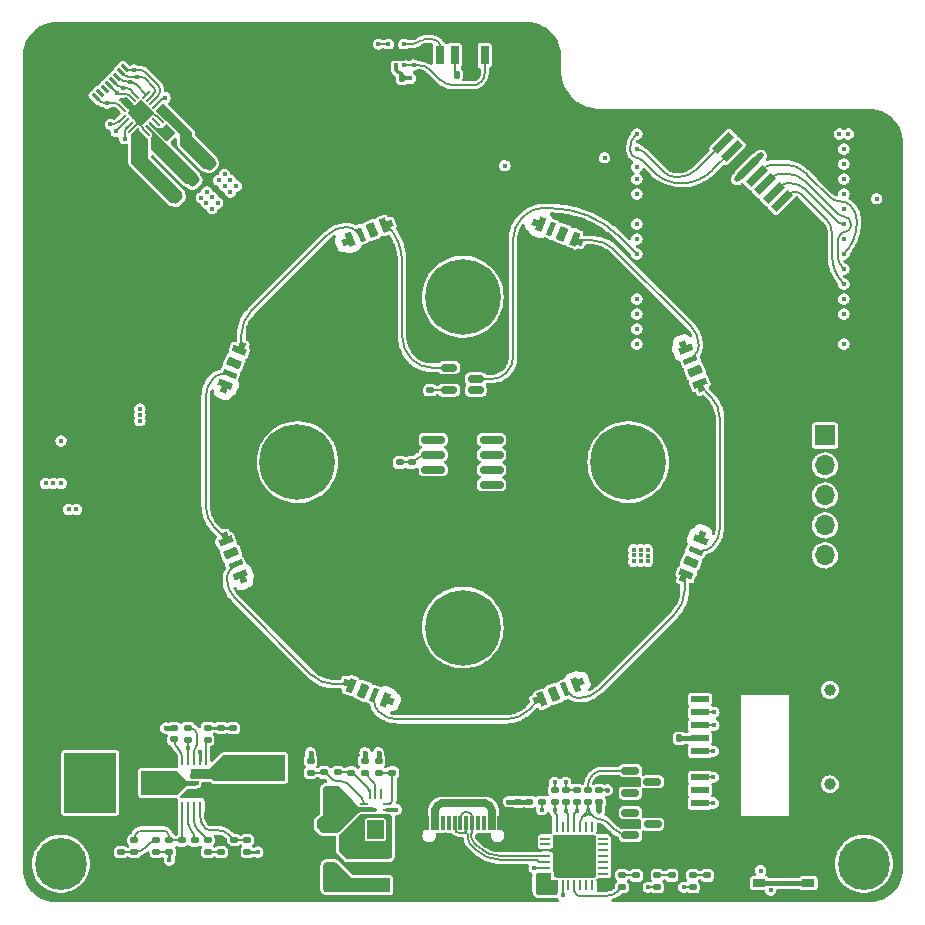
<source format=gbr>
%TF.GenerationSoftware,KiCad,Pcbnew,(6.0.4)*%
%TF.CreationDate,2022-07-20T18:14:01+08:00*%
%TF.ProjectId,SmartKnob_Main,536d6172-744b-46e6-9f62-5f4d61696e2e,rev?*%
%TF.SameCoordinates,Original*%
%TF.FileFunction,Copper,L1,Top*%
%TF.FilePolarity,Positive*%
%FSLAX46Y46*%
G04 Gerber Fmt 4.6, Leading zero omitted, Abs format (unit mm)*
G04 Created by KiCad (PCBNEW (6.0.4)) date 2022-07-20 18:14:01*
%MOMM*%
%LPD*%
G01*
G04 APERTURE LIST*
G04 Aperture macros list*
%AMRoundRect*
0 Rectangle with rounded corners*
0 $1 Rounding radius*
0 $2 $3 $4 $5 $6 $7 $8 $9 X,Y pos of 4 corners*
0 Add a 4 corners polygon primitive as box body*
4,1,4,$2,$3,$4,$5,$6,$7,$8,$9,$2,$3,0*
0 Add four circle primitives for the rounded corners*
1,1,$1+$1,$2,$3*
1,1,$1+$1,$4,$5*
1,1,$1+$1,$6,$7*
1,1,$1+$1,$8,$9*
0 Add four rect primitives between the rounded corners*
20,1,$1+$1,$2,$3,$4,$5,0*
20,1,$1+$1,$4,$5,$6,$7,0*
20,1,$1+$1,$6,$7,$8,$9,0*
20,1,$1+$1,$8,$9,$2,$3,0*%
%AMRotRect*
0 Rectangle, with rotation*
0 The origin of the aperture is its center*
0 $1 length*
0 $2 width*
0 $3 Rotation angle, in degrees counterclockwise*
0 Add horizontal line*
21,1,$1,$2,0,0,$3*%
%AMOutline4P*
0 Free polygon, 4 corners , with rotation*
0 The origin of the aperture is its center*
0 number of corners: always 4*
0 $1 to $8 corner X, Y*
0 $9 Rotation angle, in degrees counterclockwise*
0 create outline with 4 corners*
4,1,4,$1,$2,$3,$4,$5,$6,$7,$8,$1,$2,$9*%
%AMFreePoly0*
4,1,9,0.499999,-0.675000,-0.050000,-0.675000,-0.050000,-0.275000,-0.500000,-0.275000,-0.500000,0.275000,-0.050000,0.275000,-0.050000,0.525000,0.500000,0.525000,0.499999,-0.675000,0.499999,-0.675000,$1*%
%AMFreePoly1*
4,1,9,0.050000,0.275000,0.500000,0.275000,0.500000,-0.275000,0.050000,-0.275000,0.050000,-0.675000,-0.500000,-0.675000,-0.500000,0.525000,0.050000,0.525000,0.050000,0.275000,0.050000,0.275000,$1*%
G04 Aperture macros list end*
%TA.AperFunction,SMDPad,CuDef*%
%ADD10RoundRect,0.140000X-0.170000X0.140000X-0.170000X-0.140000X0.170000X-0.140000X0.170000X0.140000X0*%
%TD*%
%TA.AperFunction,SMDPad,CuDef*%
%ADD11RoundRect,0.147500X0.172500X-0.147500X0.172500X0.147500X-0.172500X0.147500X-0.172500X-0.147500X0*%
%TD*%
%TA.AperFunction,SMDPad,CuDef*%
%ADD12RoundRect,0.135000X0.185000X-0.135000X0.185000X0.135000X-0.185000X0.135000X-0.185000X-0.135000X0*%
%TD*%
%TA.AperFunction,SMDPad,CuDef*%
%ADD13RoundRect,0.135000X-0.185000X0.135000X-0.185000X-0.135000X0.185000X-0.135000X0.185000X0.135000X0*%
%TD*%
%TA.AperFunction,SMDPad,CuDef*%
%ADD14RoundRect,0.150000X-0.587500X-0.150000X0.587500X-0.150000X0.587500X0.150000X-0.587500X0.150000X0*%
%TD*%
%TA.AperFunction,SMDPad,CuDef*%
%ADD15RoundRect,0.225000X-0.250000X0.225000X-0.250000X-0.225000X0.250000X-0.225000X0.250000X0.225000X0*%
%TD*%
%TA.AperFunction,SMDPad,CuDef*%
%ADD16RoundRect,0.093750X-0.106250X0.093750X-0.106250X-0.093750X0.106250X-0.093750X0.106250X0.093750X0*%
%TD*%
%TA.AperFunction,SMDPad,CuDef*%
%ADD17R,1.600000X1.000000*%
%TD*%
%TA.AperFunction,SMDPad,CuDef*%
%ADD18R,1.900000X1.600000*%
%TD*%
%TA.AperFunction,ComponentPad*%
%ADD19C,0.800000*%
%TD*%
%TA.AperFunction,ComponentPad*%
%ADD20C,6.400000*%
%TD*%
%TA.AperFunction,SMDPad,CuDef*%
%ADD21RoundRect,0.150000X-0.825000X-0.150000X0.825000X-0.150000X0.825000X0.150000X-0.825000X0.150000X0*%
%TD*%
%TA.AperFunction,SMDPad,CuDef*%
%ADD22RoundRect,0.140000X0.140000X0.170000X-0.140000X0.170000X-0.140000X-0.170000X0.140000X-0.170000X0*%
%TD*%
%TA.AperFunction,SMDPad,CuDef*%
%ADD23FreePoly0,247.500000*%
%TD*%
%TA.AperFunction,SMDPad,CuDef*%
%ADD24RotRect,0.700000X1.200000X247.500000*%
%TD*%
%TA.AperFunction,SMDPad,CuDef*%
%ADD25RotRect,0.450000X1.200000X247.500000*%
%TD*%
%TA.AperFunction,SMDPad,CuDef*%
%ADD26FreePoly1,247.500000*%
%TD*%
%TA.AperFunction,SMDPad,CuDef*%
%ADD27RoundRect,0.225000X0.225000X0.250000X-0.225000X0.250000X-0.225000X-0.250000X0.225000X-0.250000X0*%
%TD*%
%TA.AperFunction,SMDPad,CuDef*%
%ADD28R,1.050000X0.650000*%
%TD*%
%TA.AperFunction,SMDPad,CuDef*%
%ADD29O,0.750000X0.250000*%
%TD*%
%TA.AperFunction,SMDPad,CuDef*%
%ADD30O,0.250000X0.900000*%
%TD*%
%TA.AperFunction,SMDPad,CuDef*%
%ADD31O,0.500000X0.300000*%
%TD*%
%TA.AperFunction,SMDPad,CuDef*%
%ADD32Outline4P,-0.050000X-0.150000X0.050000X-0.150000X0.050000X0.150000X-0.050000X0.150000X45.000000*%
%TD*%
%TA.AperFunction,SMDPad,CuDef*%
%ADD33RoundRect,0.100000X0.525000X0.100000X-0.525000X0.100000X-0.525000X-0.100000X0.525000X-0.100000X0*%
%TD*%
%TA.AperFunction,SMDPad,CuDef*%
%ADD34Outline4P,-0.050000X-0.150000X0.050000X-0.150000X0.050000X0.150000X-0.050000X0.150000X315.000000*%
%TD*%
%TA.AperFunction,SMDPad,CuDef*%
%ADD35Outline4P,-0.050000X-0.150000X0.050000X-0.150000X0.050000X0.150000X-0.050000X0.150000X135.000000*%
%TD*%
%TA.AperFunction,SMDPad,CuDef*%
%ADD36FreePoly0,112.500000*%
%TD*%
%TA.AperFunction,SMDPad,CuDef*%
%ADD37RotRect,0.700000X1.200000X112.500000*%
%TD*%
%TA.AperFunction,SMDPad,CuDef*%
%ADD38RotRect,0.450000X1.200000X112.500000*%
%TD*%
%TA.AperFunction,SMDPad,CuDef*%
%ADD39FreePoly1,112.500000*%
%TD*%
%TA.AperFunction,ComponentPad*%
%ADD40C,4.400000*%
%TD*%
%TA.AperFunction,ComponentPad*%
%ADD41C,0.700000*%
%TD*%
%TA.AperFunction,SMDPad,CuDef*%
%ADD42RoundRect,0.140000X0.170000X-0.140000X0.170000X0.140000X-0.170000X0.140000X-0.170000X-0.140000X0*%
%TD*%
%TA.AperFunction,SMDPad,CuDef*%
%ADD43RoundRect,0.050000X0.229810X0.300520X-0.300520X-0.229810X-0.229810X-0.300520X0.300520X0.229810X0*%
%TD*%
%TA.AperFunction,SMDPad,CuDef*%
%ADD44RoundRect,0.050000X-0.229810X0.300520X-0.300520X0.229810X0.229810X-0.300520X0.300520X-0.229810X0*%
%TD*%
%TA.AperFunction,SMDPad,CuDef*%
%ADD45RotRect,1.650000X1.650000X225.000000*%
%TD*%
%TA.AperFunction,SMDPad,CuDef*%
%ADD46FreePoly0,292.500000*%
%TD*%
%TA.AperFunction,SMDPad,CuDef*%
%ADD47RotRect,0.700000X1.200000X292.500000*%
%TD*%
%TA.AperFunction,SMDPad,CuDef*%
%ADD48RotRect,0.450000X1.200000X292.500000*%
%TD*%
%TA.AperFunction,SMDPad,CuDef*%
%ADD49FreePoly1,292.500000*%
%TD*%
%TA.AperFunction,WasherPad*%
%ADD50C,1.000000*%
%TD*%
%TA.AperFunction,SMDPad,CuDef*%
%ADD51R,1.500000X0.600000*%
%TD*%
%TA.AperFunction,SMDPad,CuDef*%
%ADD52R,2.200000X1.200000*%
%TD*%
%TA.AperFunction,SMDPad,CuDef*%
%ADD53R,1.500000X1.200000*%
%TD*%
%TA.AperFunction,SMDPad,CuDef*%
%ADD54R,1.500000X1.600000*%
%TD*%
%TA.AperFunction,SMDPad,CuDef*%
%ADD55R,2.000000X0.300000*%
%TD*%
%TA.AperFunction,SMDPad,CuDef*%
%ADD56R,0.250000X0.800000*%
%TD*%
%TA.AperFunction,SMDPad,CuDef*%
%ADD57FreePoly0,67.500000*%
%TD*%
%TA.AperFunction,SMDPad,CuDef*%
%ADD58RotRect,0.700000X1.200000X67.500000*%
%TD*%
%TA.AperFunction,SMDPad,CuDef*%
%ADD59RotRect,0.450000X1.200000X67.500000*%
%TD*%
%TA.AperFunction,SMDPad,CuDef*%
%ADD60FreePoly1,67.500000*%
%TD*%
%TA.AperFunction,SMDPad,CuDef*%
%ADD61R,3.700000X1.200000*%
%TD*%
%TA.AperFunction,SMDPad,CuDef*%
%ADD62R,0.300000X1.150000*%
%TD*%
%TA.AperFunction,ComponentPad*%
%ADD63O,1.000000X1.600000*%
%TD*%
%TA.AperFunction,ComponentPad*%
%ADD64O,1.000000X2.100000*%
%TD*%
%TA.AperFunction,ComponentPad*%
%ADD65R,1.700000X1.700000*%
%TD*%
%TA.AperFunction,ComponentPad*%
%ADD66O,1.700000X1.700000*%
%TD*%
%TA.AperFunction,SMDPad,CuDef*%
%ADD67RoundRect,0.150000X0.512500X0.150000X-0.512500X0.150000X-0.512500X-0.150000X0.512500X-0.150000X0*%
%TD*%
%TA.AperFunction,SMDPad,CuDef*%
%ADD68R,0.700000X1.600000*%
%TD*%
%TA.AperFunction,SMDPad,CuDef*%
%ADD69RotRect,0.800000X0.300000X135.000000*%
%TD*%
%TA.AperFunction,SMDPad,CuDef*%
%ADD70FreePoly0,337.500000*%
%TD*%
%TA.AperFunction,SMDPad,CuDef*%
%ADD71RotRect,0.700000X1.200000X337.500000*%
%TD*%
%TA.AperFunction,SMDPad,CuDef*%
%ADD72RotRect,0.450000X1.200000X337.500000*%
%TD*%
%TA.AperFunction,SMDPad,CuDef*%
%ADD73FreePoly1,337.500000*%
%TD*%
%TA.AperFunction,SMDPad,CuDef*%
%ADD74RoundRect,0.250000X0.883883X-1.237437X1.237437X-0.883883X-0.883883X1.237437X-1.237437X0.883883X0*%
%TD*%
%TA.AperFunction,SMDPad,CuDef*%
%ADD75RoundRect,0.250001X0.671751X-1.378857X1.378857X-0.671751X-0.671751X1.378857X-1.378857X0.671751X0*%
%TD*%
%TA.AperFunction,SMDPad,CuDef*%
%ADD76FreePoly0,202.500000*%
%TD*%
%TA.AperFunction,SMDPad,CuDef*%
%ADD77RotRect,0.700000X1.200000X202.500000*%
%TD*%
%TA.AperFunction,SMDPad,CuDef*%
%ADD78RotRect,0.450000X1.200000X202.500000*%
%TD*%
%TA.AperFunction,SMDPad,CuDef*%
%ADD79FreePoly1,202.500000*%
%TD*%
%TA.AperFunction,SMDPad,CuDef*%
%ADD80RoundRect,0.147500X-0.172500X0.147500X-0.172500X-0.147500X0.172500X-0.147500X0.172500X0.147500X0*%
%TD*%
%TA.AperFunction,SMDPad,CuDef*%
%ADD81FreePoly0,157.500000*%
%TD*%
%TA.AperFunction,SMDPad,CuDef*%
%ADD82RotRect,0.700000X1.200000X157.500000*%
%TD*%
%TA.AperFunction,SMDPad,CuDef*%
%ADD83RotRect,0.450000X1.200000X157.500000*%
%TD*%
%TA.AperFunction,SMDPad,CuDef*%
%ADD84FreePoly1,157.500000*%
%TD*%
%TA.AperFunction,SMDPad,CuDef*%
%ADD85RoundRect,0.140000X-0.140000X-0.170000X0.140000X-0.170000X0.140000X0.170000X-0.140000X0.170000X0*%
%TD*%
%TA.AperFunction,SMDPad,CuDef*%
%ADD86FreePoly0,22.500000*%
%TD*%
%TA.AperFunction,SMDPad,CuDef*%
%ADD87RotRect,0.700000X1.200000X22.500000*%
%TD*%
%TA.AperFunction,SMDPad,CuDef*%
%ADD88RotRect,0.450000X1.200000X22.500000*%
%TD*%
%TA.AperFunction,SMDPad,CuDef*%
%ADD89FreePoly1,22.500000*%
%TD*%
%TA.AperFunction,SMDPad,CuDef*%
%ADD90RotRect,0.610000X2.000000X315.000000*%
%TD*%
%TA.AperFunction,SMDPad,CuDef*%
%ADD91RotRect,2.680000X3.600000X315.000000*%
%TD*%
%TA.AperFunction,SMDPad,CuDef*%
%ADD92RoundRect,0.062500X-0.337500X-0.062500X0.337500X-0.062500X0.337500X0.062500X-0.337500X0.062500X0*%
%TD*%
%TA.AperFunction,SMDPad,CuDef*%
%ADD93RoundRect,0.062500X-0.062500X-0.337500X0.062500X-0.337500X0.062500X0.337500X-0.062500X0.337500X0*%
%TD*%
%TA.AperFunction,SMDPad,CuDef*%
%ADD94R,3.350000X3.350000*%
%TD*%
%TA.AperFunction,ViaPad*%
%ADD95C,0.450000*%
%TD*%
%TA.AperFunction,Conductor*%
%ADD96C,0.150000*%
%TD*%
%TA.AperFunction,Conductor*%
%ADD97C,0.200000*%
%TD*%
%TA.AperFunction,Conductor*%
%ADD98C,0.400000*%
%TD*%
%TA.AperFunction,Conductor*%
%ADD99C,0.300000*%
%TD*%
%TA.AperFunction,Conductor*%
%ADD100C,0.500000*%
%TD*%
%TA.AperFunction,Conductor*%
%ADD101C,0.650000*%
%TD*%
%TA.AperFunction,Conductor*%
%ADD102C,0.250000*%
%TD*%
G04 APERTURE END LIST*
D10*
%TO.P,C36,1*%
%TO.N,Net-(C36-Pad1)*%
X148411756Y-127020000D03*
%TO.P,C36,2*%
%TO.N,Net-(C36-Pad2)*%
X148411756Y-127980000D03*
%TD*%
D11*
%TO.P,D5,1,K*%
%TO.N,GND*%
X184683829Y-130947496D03*
%TO.P,D5,2,A*%
%TO.N,Net-(D5-Pad2)*%
X184683829Y-129977496D03*
%TD*%
D12*
%TO.P,R18,1*%
%TO.N,Net-(Q1-Pad2)*%
X177770000Y-123789999D03*
%TO.P,R18,2*%
%TO.N,Net-(Q2-Pad1)*%
X177770000Y-122769999D03*
%TD*%
D13*
%TO.P,R29,1*%
%TO.N,GND*%
X141055094Y-126980000D03*
%TO.P,R29,2*%
%TO.N,Net-(NC2-Pad2)*%
X141055094Y-128000000D03*
%TD*%
D10*
%TO.P,C33,1*%
%TO.N,Net-(C33-Pad1)*%
X147313979Y-127020000D03*
%TO.P,C33,2*%
%TO.N,GND*%
X147313979Y-127980000D03*
%TD*%
D14*
%TO.P,Q2,1,B*%
%TO.N,Net-(Q2-Pad1)*%
X184187594Y-124690000D03*
%TO.P,Q2,2,E*%
%TO.N,Net-(Q2-Pad2)*%
X184187594Y-126590000D03*
%TO.P,Q2,3,C*%
%TO.N,ESP_EN*%
X186062594Y-125640000D03*
%TD*%
D15*
%TO.P,C39,1*%
%TO.N,+9V*%
X151055094Y-121425000D03*
%TO.P,C39,2*%
%TO.N,GND*%
X151055094Y-122975000D03*
%TD*%
D12*
%TO.P,R33,1*%
%TO.N,Net-(C36-Pad2)*%
X149519533Y-128010000D03*
%TO.P,R33,2*%
%TO.N,GND*%
X149519533Y-126990000D03*
%TD*%
D16*
%TO.P,U9,1,SCL*%
%TO.N,ESP_I2C_SCL*%
X165005094Y-59612500D03*
%TO.P,U9,2,GND*%
%TO.N,GND*%
X164355094Y-59612500D03*
%TO.P,U9,3,ALERT*%
%TO.N,TMP_RDY*%
X163705094Y-59612500D03*
%TO.P,U9,4,A0*%
%TO.N,GND*%
X163705094Y-61387500D03*
%TO.P,U9,5,VCC*%
%TO.N,+3V3*%
X164355094Y-61387500D03*
%TO.P,U9,6,SDA*%
%TO.N,ESP_I2C_SDA*%
X165005094Y-61387500D03*
D17*
%TO.P,U9,7,EP*%
%TO.N,GND*%
X164355094Y-60500000D03*
%TD*%
D18*
%TO.P,L2,1,1*%
%TO.N,+5V*%
X139605094Y-122200000D03*
%TO.P,L2,2,2*%
%TO.N,Net-(C34-Pad1)*%
X143705094Y-122200000D03*
%TD*%
D12*
%TO.P,R34,1*%
%TO.N,+9V*%
X151755094Y-128010000D03*
%TO.P,R34,2*%
%TO.N,Net-(R34-Pad2)*%
X151755094Y-126990000D03*
%TD*%
D19*
%TO.P,H4,1,1*%
%TO.N,unconnected-(H4-Pad1)*%
X171697056Y-79302944D03*
X170000000Y-83400000D03*
X172400000Y-81000000D03*
D20*
X170000000Y-81000000D03*
D19*
X167600000Y-81000000D03*
X171697056Y-82697056D03*
X170000000Y-78600000D03*
X168302944Y-79302944D03*
X168302944Y-82697056D03*
%TD*%
D21*
%TO.P,U7,1,VDD*%
%TO.N,+3V3*%
X167480094Y-93095000D03*
%TO.P,U7,2,MODE*%
X167480094Y-94365000D03*
%TO.P,U7,3,ANALOG/PWM*%
%TO.N,unconnected-(U7-Pad3)*%
X167480094Y-95635000D03*
%TO.P,U7,4,GND*%
%TO.N,GND*%
X167480094Y-96905000D03*
%TO.P,U7,5,PUSH*%
%TO.N,unconnected-(U7-Pad5)*%
X172430094Y-96905000D03*
%TO.P,U7,6,A/U/SDA/DO*%
%TO.N,ESP_I2C_SDA*%
X172430094Y-95635000D03*
%TO.P,U7,7,B/V/SCL/CLK*%
%TO.N,ESP_I2C_SCL*%
X172430094Y-94365000D03*
%TO.P,U7,8,Z/W/CSN*%
%TO.N,+3V3*%
X172430094Y-93095000D03*
%TD*%
D14*
%TO.P,Q1,1,B*%
%TO.N,Net-(Q1-Pad1)*%
X184177594Y-121120000D03*
%TO.P,Q1,2,E*%
%TO.N,Net-(Q1-Pad2)*%
X184177594Y-123020000D03*
%TO.P,Q1,3,C*%
%TO.N,ESP_BOOT*%
X186052594Y-122070000D03*
%TD*%
D22*
%TO.P,C25,1*%
%TO.N,+3V3*%
X164855093Y-62494999D03*
%TO.P,C25,2*%
%TO.N,GND*%
X163895093Y-62494999D03*
%TD*%
D19*
%TO.P,H5,1,1*%
%TO.N,unconnected-(H5-Pad1)*%
X182302944Y-93302944D03*
X185697056Y-93302944D03*
X184000000Y-92600000D03*
X184000000Y-97400000D03*
X185697056Y-96697056D03*
X186400000Y-95000000D03*
D20*
X184000000Y-95000000D03*
D19*
X182302944Y-96697056D03*
X181600000Y-95000000D03*
%TD*%
D23*
%TO.P,D7,1,DIN*%
%TO.N,Net-(D6-Pad3)*%
X151245922Y-85348443D03*
D24*
%TO.P,D7,2,VDD*%
%TO.N,+5V*%
X150660008Y-86566979D03*
D25*
%TO.P,D7,3,DOUT*%
%TO.N,Net-(D7-Pad3)*%
X150267758Y-87513956D03*
D26*
%TO.P,D7,4,VSS*%
%TO.N,GND*%
X149868262Y-88674409D03*
%TD*%
D27*
%TO.P,C31,1*%
%TO.N,+5V*%
X136830088Y-120400000D03*
%TO.P,C31,2*%
%TO.N,GND*%
X135280088Y-120400000D03*
%TD*%
D28*
%TO.P,SW2,1,1*%
%TO.N,Net-(C12-Pad1)*%
X195104594Y-130644999D03*
X199254594Y-130644999D03*
%TO.P,SW2,2,2*%
%TO.N,GND*%
X195129594Y-128494999D03*
X199254594Y-128494999D03*
%TD*%
D27*
%TO.P,C1,1*%
%TO.N,+5V*%
X158715000Y-122990000D03*
%TO.P,C1,2*%
%TO.N,GND*%
X157165000Y-122990000D03*
%TD*%
D12*
%TO.P,R8,1*%
%TO.N,Net-(R8-Pad1)*%
X181530000Y-123790000D03*
%TO.P,R8,2*%
%TO.N,+3V3*%
X181530000Y-122770000D03*
%TD*%
D13*
%TO.P,R16,1*%
%TO.N,Net-(D5-Pad2)*%
X183483829Y-129952496D03*
%TO.P,R16,2*%
%TO.N,Net-(R16-Pad2)*%
X183483829Y-130972496D03*
%TD*%
D29*
%TO.P,U2,1,SW*%
%TO.N,Net-(L1-Pad1)*%
X163575000Y-124920000D03*
%TO.P,U2,2,OUT*%
%TO.N,+3V3*%
X163575000Y-124420000D03*
%TO.P,U2,3,FB*%
%TO.N,Net-(R10-Pad2)*%
X163575000Y-123920000D03*
D30*
%TO.P,U2,4,Ramp*%
%TO.N,unconnected-(U2-Pad4)*%
X163100000Y-123070000D03*
%TO.P,U2,5,EN*%
%TO.N,Net-(R7-Pad2)*%
X162600000Y-123070000D03*
%TO.P,U2,6,MODE*%
%TO.N,Net-(C7-Pad1)*%
X162100000Y-123070000D03*
D29*
%TO.P,U2,7,PG*%
%TO.N,Net-(D3-Pad2)*%
X161625000Y-123920000D03*
%TO.P,U2,8,VIN*%
%TO.N,+5V*%
X162030000Y-124420000D03*
X162270000Y-124420000D03*
X161625000Y-124420000D03*
D31*
X162600000Y-124420000D03*
D29*
%TO.P,U2,9,SW*%
%TO.N,Net-(L1-Pad1)*%
X161625000Y-124920000D03*
D32*
%TO.P,U2,10,GND*%
%TO.N,GND*%
X162470000Y-125730000D03*
D30*
X162100000Y-125770000D03*
D33*
X162600000Y-125520000D03*
D34*
X162220000Y-125740000D03*
D35*
X162730000Y-125730000D03*
D32*
X162970000Y-125730000D03*
D30*
%TO.P,U2,11,GND*%
X162600000Y-125770000D03*
%TO.P,U2,12,GND*%
X163100000Y-125770000D03*
%TD*%
D11*
%TO.P,D1,1,K*%
%TO.N,GND*%
X190683829Y-130947496D03*
%TO.P,D1,2,A*%
%TO.N,Net-(D1-Pad2)*%
X190683829Y-129977496D03*
%TD*%
D12*
%TO.P,R30,1*%
%TO.N,+5V*%
X146707094Y-118510000D03*
%TO.P,R30,2*%
%TO.N,Net-(R30-Pad2)*%
X146707094Y-117490000D03*
%TD*%
%TO.P,R2,1*%
%TO.N,ESP_TX*%
X179650000Y-123790000D03*
%TO.P,R2,2*%
%TO.N,+3V3*%
X179650000Y-122770000D03*
%TD*%
D36*
%TO.P,D12,1,DIN*%
%TO.N,Net-(D11-Pad3)*%
X190085817Y-88563546D03*
D37*
%TO.P,D12,2,VDD*%
%TO.N,+5V*%
X189638485Y-87287608D03*
D38*
%TO.P,D12,3,DOUT*%
%TO.N,Net-(D12-Pad3)*%
X189246235Y-86340631D03*
D39*
%TO.P,D12,4,VSS*%
%TO.N,GND*%
X188708157Y-85237580D03*
%TD*%
D10*
%TO.P,C9,1*%
%TO.N,GND*%
X174690000Y-122800000D03*
%TO.P,C9,2*%
%TO.N,+5V*%
X174690000Y-123760000D03*
%TD*%
D12*
%TO.P,NC1,1*%
%TO.N,Net-(NC1-Pad1)*%
X145155094Y-128010000D03*
%TO.P,NC1,2*%
%TO.N,Net-(C32-Pad1)*%
X145155094Y-126990000D03*
%TD*%
D40*
%TO.P,H1,1,1*%
%TO.N,unconnected-(H1-Pad1)*%
X203955094Y-129000000D03*
D41*
X202788368Y-127833274D03*
X205605094Y-129000000D03*
X205121820Y-127833274D03*
X203955094Y-127350000D03*
X205121820Y-130166726D03*
X202788368Y-130166726D03*
X202305094Y-129000000D03*
X203955094Y-130650000D03*
%TD*%
D10*
%TO.P,C22,1*%
%TO.N,+3V3*%
X165655094Y-95020000D03*
%TO.P,C22,2*%
%TO.N,GND*%
X165655094Y-95980000D03*
%TD*%
%TO.P,C24,1*%
%TO.N,+3V3*%
X164675094Y-95020000D03*
%TO.P,C24,2*%
%TO.N,GND*%
X164675094Y-95980000D03*
%TD*%
D42*
%TO.P,C7,1*%
%TO.N,Net-(C7-Pad1)*%
X159413333Y-121260000D03*
%TO.P,C7,2*%
%TO.N,GND*%
X159413333Y-120300000D03*
%TD*%
D43*
%TO.P,U6,1,W*%
%TO.N,Net-(J3-Pad3)*%
X144320779Y-65015076D03*
%TO.P,U6,2,VCP*%
%TO.N,Net-(C19-Pad2)*%
X144037937Y-64732233D03*
%TO.P,U6,3,UH*%
%TO.N,TMC_UH*%
X143755094Y-64449390D03*
%TO.P,U6,4,VH*%
%TO.N,TMC_VH*%
X143472251Y-64166547D03*
%TO.P,U6,5,WH*%
%TO.N,TMC_WH*%
X143189408Y-63883705D03*
D44*
%TO.P,U6,6,UL*%
%TO.N,TMC_UL*%
X142270170Y-63883705D03*
%TO.P,U6,7,WL*%
%TO.N,TMC_WL*%
X141987327Y-64166547D03*
%TO.P,U6,8,GND*%
%TO.N,GND*%
X141704484Y-64449390D03*
%TO.P,U6,9,GND*%
X141421641Y-64732233D03*
%TO.P,U6,10,VL*%
%TO.N,TMC_VL*%
X141138799Y-65015076D03*
D43*
%TO.P,U6,11,VIO*%
%TO.N,+3V3*%
X141138799Y-65934314D03*
%TO.P,U6,12,DIAG*%
%TO.N,TMC_DIAG*%
X141421641Y-66217157D03*
%TO.P,U6,13,1V8OUT*%
%TO.N,Net-(C21-Pad2)*%
X141704484Y-66500000D03*
%TO.P,U6,14,GND*%
%TO.N,GND*%
X141987327Y-66782843D03*
%TO.P,U6,15,U*%
%TO.N,Net-(J3-Pad1)*%
X142270170Y-67065685D03*
D44*
%TO.P,U6,16,BRUV*%
%TO.N,GND*%
X143189408Y-67065685D03*
%TO.P,U6,17,V*%
%TO.N,Net-(J3-Pad2)*%
X143472251Y-66782843D03*
%TO.P,U6,18,VSS*%
%TO.N,Net-(C15-Pad1)*%
X143755094Y-66500000D03*
%TO.P,U6,19,NC*%
%TO.N,unconnected-(U6-Pad19)*%
X144037937Y-66217157D03*
%TO.P,U6,20,BRW*%
%TO.N,GND*%
X144320779Y-65934314D03*
D45*
%TO.P,U6,21,EP*%
X142729789Y-65474695D03*
%TD*%
D41*
%TO.P,H2,1,1*%
%TO.N,unconnected-(H2-Pad1)*%
X134305094Y-129000000D03*
D40*
X135955094Y-129000000D03*
D41*
X137605094Y-129000000D03*
X137121820Y-130166726D03*
X135955094Y-127350000D03*
X137121820Y-127833274D03*
X134788368Y-127833274D03*
X135955094Y-130650000D03*
X134788368Y-130166726D03*
%TD*%
D46*
%TO.P,D8,1,DIN*%
%TO.N,Net-(D7-Pad3)*%
X149914183Y-101436454D03*
D47*
%TO.P,D8,2,VDD*%
%TO.N,+5V*%
X150361515Y-102712392D03*
D48*
%TO.P,D8,3,DOUT*%
%TO.N,Net-(D8-Pad3)*%
X150753765Y-103659369D03*
D49*
%TO.P,D8,4,VSS*%
%TO.N,GND*%
X151291843Y-104762420D03*
%TD*%
D50*
%TO.P,J2,*%
%TO.N,*%
X201075094Y-122275000D03*
X201075094Y-114275000D03*
D51*
%TO.P,J2,1,DAT2*%
%TO.N,unconnected-(J2-Pad1)*%
X190075094Y-115075000D03*
%TO.P,J2,2,CS/DAT3*%
%TO.N,SD_CS*%
X190075094Y-116175000D03*
%TO.P,J2,3,MOSI/CMD*%
%TO.N,ESP_SPI_MOSI*%
X190075094Y-117275000D03*
%TO.P,J2,4,VDD*%
%TO.N,+3V3*%
X190075094Y-118375000D03*
%TO.P,J2,5,CLK*%
%TO.N,ESP_SPI_CLK*%
X190075094Y-119475000D03*
%TO.P,J2,6,VSS*%
%TO.N,GND*%
X190075094Y-120575000D03*
%TO.P,J2,7,MISO/DAT0*%
%TO.N,ESP_SPI_MISO*%
X190075094Y-121675000D03*
%TO.P,J2,8,DAT1*%
%TO.N,unconnected-(J2-Pad8)*%
X190075094Y-122775000D03*
%TO.P,J2,9,CD*%
%TO.N,SD_CD*%
X190075094Y-123875000D03*
D52*
%TO.P,J2,10,SHIELD*%
%TO.N,GND*%
X200675094Y-109575000D03*
X200675094Y-125075000D03*
D53*
X191075094Y-125075000D03*
D54*
X191075094Y-110475000D03*
%TD*%
D42*
%TO.P,C28,1*%
%TO.N,+5V*%
X167225094Y-88900000D03*
%TO.P,C28,2*%
%TO.N,GND*%
X167225094Y-87940000D03*
%TD*%
D12*
%TO.P,R14,1*%
%TO.N,ESP_TX*%
X186475094Y-130990000D03*
%TO.P,R14,2*%
%TO.N,Net-(D2-Pad2)*%
X186475094Y-129970000D03*
%TD*%
D19*
%TO.P,H6,1,1*%
%TO.N,unconnected-(H6-Pad1)*%
X157697056Y-93302944D03*
X158400000Y-95000000D03*
X156000000Y-92600000D03*
X156000000Y-97400000D03*
D20*
X156000000Y-95000000D03*
D19*
X154302944Y-93302944D03*
X157697056Y-96697056D03*
X154302944Y-96697056D03*
X153600000Y-95000000D03*
%TD*%
D55*
%TO.P,U12,1,SW*%
%TO.N,Net-(C34-Pad1)*%
X146605094Y-122200000D03*
D56*
%TO.P,U12,2,VDD*%
%TO.N,Net-(C32-Pad1)*%
X146255094Y-124100000D03*
%TO.P,U12,3,SS*%
%TO.N,Net-(C33-Pad1)*%
X146755094Y-124100000D03*
%TO.P,U12,4,COMP*%
%TO.N,Net-(C36-Pad1)*%
X147255094Y-124100000D03*
%TO.P,U12,5,FB*%
%TO.N,Net-(R34-Pad2)*%
X147755094Y-124100000D03*
%TO.P,U12,6,AGND*%
%TO.N,GND*%
X148255094Y-124100000D03*
D55*
%TO.P,U12,7,PGND*%
X147905094Y-122800000D03*
%TO.P,U12,8,VOUT*%
%TO.N,+9V*%
X147905094Y-121600000D03*
D56*
%TO.P,U12,9,LIMI*%
%TO.N,Net-(R31-Pad1)*%
X148255094Y-120300000D03*
%TO.P,U12,10,MODE*%
%TO.N,Net-(NC1-Pad1)*%
X147755094Y-120300000D03*
%TO.P,U12,11,EN*%
%TO.N,Net-(R30-Pad2)*%
X147255094Y-120300000D03*
%TO.P,U12,12,VIN*%
%TO.N,+5V*%
X146755094Y-120300000D03*
%TO.P,U12,13,BST*%
%TO.N,Net-(C34-Pad2)*%
X146255094Y-120300000D03*
%TD*%
D10*
%TO.P,C32,1*%
%TO.N,Net-(C32-Pad1)*%
X146216202Y-127020000D03*
%TO.P,C32,2*%
%TO.N,GND*%
X146216202Y-127980000D03*
%TD*%
D13*
%TO.P,R10,1*%
%TO.N,+3V3*%
X162873331Y-120270000D03*
%TO.P,R10,2*%
%TO.N,Net-(R10-Pad2)*%
X162873331Y-121290000D03*
%TD*%
D57*
%TO.P,D11,1,DIN*%
%TO.N,Net-(D10-Pad3)*%
X188754078Y-104651557D03*
D58*
%TO.P,D11,2,VDD*%
%TO.N,+5V*%
X189339992Y-103433021D03*
D59*
%TO.P,D11,3,DOUT*%
%TO.N,Net-(D11-Pad3)*%
X189732242Y-102486044D03*
D60*
%TO.P,D11,4,VSS*%
%TO.N,GND*%
X190131738Y-101325591D03*
%TD*%
D61*
%TO.P,L1,1,1*%
%TO.N,Net-(L1-Pad1)*%
X162000000Y-128000000D03*
%TO.P,L1,2,2*%
%TO.N,+3V3*%
X162000000Y-130800000D03*
%TD*%
D27*
%TO.P,C13,1*%
%TO.N,+3V3*%
X158715000Y-130920000D03*
%TO.P,C13,2*%
%TO.N,GND*%
X157165000Y-130920000D03*
%TD*%
D62*
%TO.P,J1,A1,GND*%
%TO.N,GND*%
X166700000Y-125530000D03*
%TO.P,J1,A4,VBUS*%
%TO.N,+5V*%
X167500000Y-125530000D03*
%TO.P,J1,A5,CC1*%
%TO.N,unconnected-(J1-PadA5)*%
X168800000Y-125530000D03*
%TO.P,J1,A6,DP1*%
%TO.N,D+*%
X169800000Y-125530000D03*
%TO.P,J1,A7,DN1*%
%TO.N,D-*%
X170300000Y-125530000D03*
%TO.P,J1,A8,SBU1*%
%TO.N,unconnected-(J1-PadA8)*%
X171300000Y-125530000D03*
%TO.P,J1,A9,VBUS*%
%TO.N,+5V*%
X172600000Y-125530000D03*
%TO.P,J1,A12,GND*%
%TO.N,GND*%
X173400000Y-125530000D03*
%TO.P,J1,B1,GND*%
X173100000Y-125530000D03*
%TO.P,J1,B4,VBUS*%
%TO.N,+5V*%
X172300000Y-125530000D03*
%TO.P,J1,B5,CC2*%
%TO.N,unconnected-(J1-PadB5)*%
X171800000Y-125530000D03*
%TO.P,J1,B6,DP2*%
%TO.N,D+*%
X170800000Y-125530000D03*
%TO.P,J1,B7,DN2*%
%TO.N,D-*%
X169300000Y-125530000D03*
%TO.P,J1,B8,SBU2*%
%TO.N,unconnected-(J1-PadB8)*%
X168300000Y-125530000D03*
%TO.P,J1,B9,VBUS*%
%TO.N,+5V*%
X167800000Y-125530000D03*
%TO.P,J1,B12,GND*%
%TO.N,GND*%
X167000000Y-125530000D03*
D63*
%TO.P,J1,S1,SHIELD*%
X174370000Y-130275000D03*
D64*
X165730000Y-126095000D03*
D63*
X165730000Y-130275000D03*
D64*
X174370000Y-126095000D03*
%TD*%
D42*
%TO.P,C10,1*%
%TO.N,Net-(C10-Pad1)*%
X176690000Y-123760000D03*
%TO.P,C10,2*%
%TO.N,GND*%
X176690000Y-122800000D03*
%TD*%
D27*
%TO.P,C29,1*%
%TO.N,+5V*%
X136830094Y-124000000D03*
%TO.P,C29,2*%
%TO.N,GND*%
X135280094Y-124000000D03*
%TD*%
D12*
%TO.P,R3,1*%
%TO.N,ESP_RX*%
X178710000Y-123790000D03*
%TO.P,R3,2*%
%TO.N,+3V3*%
X178710000Y-122770000D03*
%TD*%
D13*
%TO.P,R32,1*%
%TO.N,Net-(C35-Pad1)*%
X149555094Y-117490000D03*
%TO.P,R32,2*%
%TO.N,GND*%
X149555094Y-118510000D03*
%TD*%
D65*
%TO.P,J5,1,Pin_1*%
%TO.N,+3V3*%
X200655094Y-92740000D03*
D66*
%TO.P,J5,2,Pin_2*%
%TO.N,ESP_IO12*%
X200655094Y-95280000D03*
%TO.P,J5,3,Pin_3*%
%TO.N,ESP_IO13*%
X200655094Y-97820000D03*
%TO.P,J5,4,Pin_4*%
%TO.N,ESP_IO14*%
X200655094Y-100360000D03*
%TO.P,J5,5,Pin_5*%
%TO.N,+5V*%
X200655094Y-102900000D03*
%TO.P,J5,6,Pin_6*%
%TO.N,GND*%
X200655094Y-105440000D03*
%TD*%
D10*
%TO.P,C8,1*%
%TO.N,GND*%
X175620000Y-122800000D03*
%TO.P,C8,2*%
%TO.N,+5V*%
X175620000Y-123760000D03*
%TD*%
D67*
%TO.P,U4,1,NC*%
%TO.N,unconnected-(U4-Pad1)*%
X171092594Y-88900000D03*
%TO.P,U4,2,A*%
%TO.N,String_LED*%
X171092594Y-87950000D03*
%TO.P,U4,3,GND*%
%TO.N,GND*%
X171092594Y-87000000D03*
%TO.P,U4,4,Y*%
%TO.N,Net-(D6-Pad1)*%
X168817594Y-87000000D03*
%TO.P,U4,5,VCC*%
%TO.N,+5V*%
X168817594Y-88900000D03*
%TD*%
D68*
%TO.P,U8,1,SCL*%
%TO.N,ESP_I2C_SCL*%
X168040094Y-60547500D03*
%TO.P,U8,2,VDD*%
%TO.N,+3V3*%
X169310094Y-60547500D03*
%TO.P,U8,3,GND*%
%TO.N,GND*%
X170580094Y-60547500D03*
%TO.P,U8,4,SDA*%
%TO.N,ESP_I2C_SDA*%
X171850094Y-60547500D03*
%TD*%
D13*
%TO.P,R6,1*%
%TO.N,+5V*%
X157110001Y-120270000D03*
%TO.P,R6,2*%
%TO.N,Net-(D3-Pad2)*%
X157110001Y-121290000D03*
%TD*%
D12*
%TO.P,R17,1*%
%TO.N,Net-(Q2-Pad2)*%
X180590000Y-123789999D03*
%TO.P,R17,2*%
%TO.N,Net-(Q1-Pad1)*%
X180590000Y-122769999D03*
%TD*%
D69*
%TO.P,RN1,1,R1.1*%
%TO.N,TMC_VL*%
X138954053Y-64123833D03*
%TO.P,RN1,2,R2.1*%
%TO.N,unconnected-(RN1-Pad2)*%
X139307607Y-63770280D03*
%TO.P,RN1,3,R3.1*%
%TO.N,unconnected-(RN1-Pad3)*%
X139661160Y-63416726D03*
%TO.P,RN1,4,R4.1*%
%TO.N,TMC_WL*%
X140014713Y-63063173D03*
%TO.P,RN1,5,R5.1*%
%TO.N,TMC_UL*%
X140368267Y-62709619D03*
%TO.P,RN1,6,R6.1*%
%TO.N,TMC_WH*%
X140721820Y-62356066D03*
%TO.P,RN1,7,R7.1*%
%TO.N,TMC_VH*%
X141075374Y-62002513D03*
%TO.P,RN1,8,R8.1*%
%TO.N,TMC_UH*%
X141428927Y-61648959D03*
%TO.P,RN1,9,R8.2*%
%TO.N,GND*%
X140156135Y-60376167D03*
%TO.P,RN1,10,R7.2*%
X139802581Y-60729720D03*
%TO.P,RN1,11,R6.2*%
X139449028Y-61083274D03*
%TO.P,RN1,12,R5.2*%
X139095475Y-61436827D03*
%TO.P,RN1,13,R4.2*%
X138741921Y-61790381D03*
%TO.P,RN1,14,R3.2*%
X138388368Y-62143934D03*
%TO.P,RN1,15,R2.2*%
X138034814Y-62497487D03*
%TO.P,RN1,16,R1.2*%
X137681261Y-62851041D03*
%TD*%
D70*
%TO.P,D9,1,DIN*%
%TO.N,Net-(D8-Pad3)*%
X160348443Y-113754078D03*
D71*
%TO.P,D9,2,VDD*%
%TO.N,+5V*%
X161566979Y-114339992D03*
D72*
%TO.P,D9,3,DOUT*%
%TO.N,Net-(D10-Pad1)*%
X162513956Y-114732242D03*
D73*
%TO.P,D9,4,VSS*%
%TO.N,GND*%
X163674409Y-115131738D03*
%TD*%
D12*
%TO.P,NC2,1*%
%TO.N,Net-(NC1-Pad1)*%
X144055094Y-128010000D03*
%TO.P,NC2,2*%
%TO.N,Net-(NC2-Pad2)*%
X144055094Y-126990000D03*
%TD*%
%TO.P,R28,1*%
%TO.N,Net-(NC2-Pad2)*%
X142172871Y-128000000D03*
%TO.P,R28,2*%
%TO.N,Net-(C32-Pad1)*%
X142172871Y-126980000D03*
%TD*%
D74*
%TO.P,J3,1,Pin_1*%
%TO.N,Net-(J3-Pad1)*%
X144810880Y-71634213D03*
%TO.P,J3,2,Pin_2*%
%TO.N,Net-(J3-Pad2)*%
X146225094Y-70220000D03*
%TO.P,J3,3,Pin_3*%
%TO.N,Net-(J3-Pad3)*%
X147639307Y-68805786D03*
D75*
%TO.P,J3,MP,MountPin*%
%TO.N,GND*%
X153366872Y-71209949D03*
X147215043Y-77361778D03*
%TD*%
D22*
%TO.P,C20,1*%
%TO.N,+3V3*%
X188312594Y-118375000D03*
%TO.P,C20,2*%
%TO.N,GND*%
X187352594Y-118375000D03*
%TD*%
D76*
%TO.P,D6,1,DIN*%
%TO.N,Net-(D6-Pad1)*%
X163563546Y-74914183D03*
D77*
%TO.P,D6,2,VDD*%
%TO.N,+5V*%
X162287608Y-75361515D03*
D78*
%TO.P,D6,3,DOUT*%
%TO.N,Net-(D6-Pad3)*%
X161340631Y-75753765D03*
D79*
%TO.P,D6,4,VSS*%
%TO.N,GND*%
X160237580Y-76291843D03*
%TD*%
D10*
%TO.P,C34,1*%
%TO.N,Net-(C34-Pad1)*%
X145555094Y-117520000D03*
%TO.P,C34,2*%
%TO.N,Net-(C34-Pad2)*%
X145555094Y-118480000D03*
%TD*%
D80*
%TO.P,D3,1,K*%
%TO.N,GND*%
X158266667Y-120292500D03*
%TO.P,D3,2,A*%
%TO.N,Net-(D3-Pad2)*%
X158266667Y-121262500D03*
%TD*%
D13*
%TO.P,R7,1*%
%TO.N,+5V*%
X161716665Y-120270000D03*
%TO.P,R7,2*%
%TO.N,Net-(R7-Pad2)*%
X161716665Y-121290000D03*
%TD*%
D12*
%TO.P,R31,1*%
%TO.N,Net-(R31-Pad1)*%
X148393094Y-118510000D03*
%TO.P,R31,2*%
%TO.N,Net-(C35-Pad1)*%
X148393094Y-117490000D03*
%TD*%
D10*
%TO.P,C35,1*%
%TO.N,Net-(C35-Pad1)*%
X150555094Y-117520000D03*
%TO.P,C35,2*%
%TO.N,GND*%
X150555094Y-118480000D03*
%TD*%
D12*
%TO.P,R13,1*%
%TO.N,ESP_RX*%
X189475094Y-130990000D03*
%TO.P,R13,2*%
%TO.N,Net-(D1-Pad2)*%
X189475094Y-129970000D03*
%TD*%
D13*
%TO.P,R35,1*%
%TO.N,Net-(R34-Pad2)*%
X150637310Y-126990000D03*
%TO.P,R35,2*%
%TO.N,GND*%
X150637310Y-128010000D03*
%TD*%
D81*
%TO.P,D13,1,DIN*%
%TO.N,Net-(D12-Pad3)*%
X179651557Y-76245922D03*
D82*
%TO.P,D13,2,VDD*%
%TO.N,+5V*%
X178433021Y-75660008D03*
D83*
%TO.P,D13,3,DOUT*%
%TO.N,unconnected-(D13-Pad3)*%
X177486044Y-75267758D03*
D84*
%TO.P,D13,4,VSS*%
%TO.N,GND*%
X176325591Y-74868262D03*
%TD*%
D85*
%TO.P,C27,1*%
%TO.N,+3V3*%
X169470094Y-62200000D03*
%TO.P,C27,2*%
%TO.N,GND*%
X170430094Y-62200000D03*
%TD*%
D15*
%TO.P,C37,1*%
%TO.N,+9V*%
X154255094Y-121425000D03*
%TO.P,C37,2*%
%TO.N,GND*%
X154255094Y-122975000D03*
%TD*%
D19*
%TO.P,H3,1,1*%
%TO.N,unconnected-(H3-Pad1)*%
X172400000Y-109000000D03*
X171697056Y-107302944D03*
X168302944Y-110697056D03*
X168302944Y-107302944D03*
X171697056Y-110697056D03*
D20*
X170000000Y-109000000D03*
D19*
X170000000Y-106600000D03*
X170000000Y-111400000D03*
X167600000Y-109000000D03*
%TD*%
D86*
%TO.P,D10,1,DIN*%
%TO.N,Net-(D10-Pad1)*%
X176436454Y-115085817D03*
D87*
%TO.P,D10,2,VDD*%
%TO.N,+5V*%
X177712392Y-114638485D03*
D88*
%TO.P,D10,3,DOUT*%
%TO.N,Net-(D10-Pad3)*%
X178659369Y-114246235D03*
D89*
%TO.P,D10,4,VSS*%
%TO.N,GND*%
X179762420Y-113708157D03*
%TD*%
D11*
%TO.P,D2,1,K*%
%TO.N,GND*%
X187683829Y-130947496D03*
%TO.P,D2,2,A*%
%TO.N,Net-(D2-Pad2)*%
X187683829Y-129977496D03*
%TD*%
D27*
%TO.P,C30,1*%
%TO.N,+5V*%
X136830094Y-122200000D03*
%TO.P,C30,2*%
%TO.N,GND*%
X135280094Y-122200000D03*
%TD*%
D15*
%TO.P,C38,1*%
%TO.N,+9V*%
X152655094Y-121425000D03*
%TO.P,C38,2*%
%TO.N,GND*%
X152655094Y-122975000D03*
%TD*%
D90*
%TO.P,J7,1,Pin_1*%
%TO.N,ESP_I2C_SCL*%
X192061160Y-67944187D03*
%TO.P,J7,2,Pin_2*%
%TO.N,ESP_I2C_SDA*%
X192768267Y-68651294D03*
%TO.P,J7,3,Pin_3*%
%TO.N,GND*%
X193475374Y-69358401D03*
%TO.P,J7,4,Pin_4*%
%TO.N,+3V3*%
X194182481Y-70065507D03*
%TO.P,J7,5,Pin_5*%
%TO.N,ESP_SPI_MOSI*%
X194889588Y-70772614D03*
%TO.P,J7,6,Pin_6*%
%TO.N,ESP_SPI_CLK*%
X195596694Y-71479721D03*
%TO.P,J7,7,Pin_7*%
%TO.N,DP_CS*%
X196303801Y-72186828D03*
%TO.P,J7,8,Pin_8*%
%TO.N,ESP_SPI_MISO*%
X197010908Y-72893935D03*
D91*
%TO.P,J7,MP,MountPin*%
%TO.N,GND*%
X197145258Y-76988083D03*
X187967012Y-67809837D03*
%TD*%
D22*
%TO.P,C4,1*%
%TO.N,+5V*%
X157910001Y-125760000D03*
%TO.P,C4,2*%
%TO.N,GND*%
X156950001Y-125760000D03*
%TD*%
D27*
%TO.P,C11,1*%
%TO.N,+3V3*%
X158715000Y-129360000D03*
%TO.P,C11,2*%
%TO.N,GND*%
X157165000Y-129360000D03*
%TD*%
D10*
%TO.P,C40,1*%
%TO.N,+9V*%
X149755094Y-121720000D03*
%TO.P,C40,2*%
%TO.N,GND*%
X149755094Y-122680000D03*
%TD*%
D92*
%TO.P,U3,1,~{DCD}*%
%TO.N,unconnected-(U3-Pad1)*%
X176990000Y-126870000D03*
%TO.P,U3,2,~{RI}/CLK*%
%TO.N,unconnected-(U3-Pad2)*%
X176990000Y-127370000D03*
%TO.P,U3,3,GND*%
%TO.N,GND*%
X176990000Y-127870000D03*
%TO.P,U3,4,D+*%
%TO.N,D+*%
X176990000Y-128370000D03*
%TO.P,U3,5,D-*%
%TO.N,D-*%
X176990000Y-128870000D03*
%TO.P,U3,6,VDD*%
%TO.N,Net-(C10-Pad1)*%
X176990000Y-129370000D03*
%TO.P,U3,7,VREGIN*%
%TO.N,+5V*%
X176990000Y-129870000D03*
D93*
%TO.P,U3,8,VBUS*%
X177940000Y-130820000D03*
%TO.P,U3,9,~{RST}*%
%TO.N,Net-(R8-Pad1)*%
X178440000Y-130820000D03*
%TO.P,U3,10,NC*%
%TO.N,unconnected-(U3-Pad10)*%
X178940000Y-130820000D03*
%TO.P,U3,11,~{SUSPEND}*%
%TO.N,Net-(R16-Pad2)*%
X179440000Y-130820000D03*
%TO.P,U3,12,SUSPEND*%
%TO.N,unconnected-(U3-Pad12)*%
X179940000Y-130820000D03*
%TO.P,U3,13,NC*%
%TO.N,unconnected-(U3-Pad13)*%
X180440000Y-130820000D03*
%TO.P,U3,14,NC*%
%TO.N,unconnected-(U3-Pad14)*%
X180940000Y-130820000D03*
D92*
%TO.P,U3,15,NC*%
%TO.N,unconnected-(U3-Pad15)*%
X181890000Y-129870000D03*
%TO.P,U3,16,NC*%
%TO.N,unconnected-(U3-Pad16)*%
X181890000Y-129370000D03*
%TO.P,U3,17,NC*%
%TO.N,unconnected-(U3-Pad17)*%
X181890000Y-128870000D03*
%TO.P,U3,18,NC*%
%TO.N,unconnected-(U3-Pad18)*%
X181890000Y-128370000D03*
%TO.P,U3,19,NC*%
%TO.N,unconnected-(U3-Pad19)*%
X181890000Y-127870000D03*
%TO.P,U3,20,NC*%
%TO.N,unconnected-(U3-Pad20)*%
X181890000Y-127370000D03*
%TO.P,U3,21,NC*%
%TO.N,unconnected-(U3-Pad21)*%
X181890000Y-126870000D03*
D93*
%TO.P,U3,22,NC*%
%TO.N,unconnected-(U3-Pad22)*%
X180940000Y-125920000D03*
%TO.P,U3,23,~{CTS}*%
%TO.N,unconnected-(U3-Pad23)*%
X180440000Y-125920000D03*
%TO.P,U3,24,~{RTS}*%
%TO.N,Net-(Q2-Pad2)*%
X179940000Y-125920000D03*
%TO.P,U3,25,RXD*%
%TO.N,ESP_TX*%
X179440000Y-125920000D03*
%TO.P,U3,26,TXD*%
%TO.N,ESP_RX*%
X178940000Y-125920000D03*
%TO.P,U3,27,~{DSR}*%
%TO.N,unconnected-(U3-Pad27)*%
X178440000Y-125920000D03*
%TO.P,U3,28,~{DTR}*%
%TO.N,Net-(Q1-Pad2)*%
X177940000Y-125920000D03*
D94*
%TO.P,U3,29,GND*%
%TO.N,GND*%
X179440000Y-128370000D03*
%TD*%
D27*
%TO.P,C2,1*%
%TO.N,+5V*%
X158715000Y-124450000D03*
%TO.P,C2,2*%
%TO.N,GND*%
X157165000Y-124450000D03*
%TD*%
D12*
%TO.P,R5,1*%
%TO.N,Net-(C7-Pad1)*%
X160559999Y-121290000D03*
%TO.P,R5,2*%
%TO.N,GND*%
X160559999Y-120270000D03*
%TD*%
%TO.P,R11,1*%
%TO.N,Net-(R10-Pad2)*%
X164030000Y-121290000D03*
%TO.P,R11,2*%
%TO.N,GND*%
X164030000Y-120270000D03*
%TD*%
D95*
%TO.N,+3V3*%
X137280094Y-99000000D03*
X163355094Y-130800000D03*
X165555094Y-62500000D03*
X135980094Y-93200000D03*
X169310094Y-60547500D03*
X172475000Y-93095000D03*
X193205094Y-71050000D03*
X196070094Y-131230000D03*
X167525000Y-94365000D03*
X173555094Y-69900000D03*
X178710000Y-122100000D03*
X182000002Y-69230000D03*
X142655094Y-91500000D03*
X161955094Y-130800000D03*
X164355094Y-124420000D03*
X205040000Y-72700000D03*
X160555094Y-130800000D03*
X167525000Y-93095000D03*
X140155094Y-66400000D03*
X202625000Y-67213000D03*
X201875000Y-67213000D03*
X188955094Y-118375000D03*
X136625091Y-99000000D03*
X142655094Y-90500000D03*
X162873331Y-119600000D03*
X182225094Y-122760000D03*
X142655094Y-91000000D03*
X162655094Y-130800000D03*
X195225094Y-69030000D03*
X161255094Y-130800000D03*
%TO.N,ESP_TX*%
X184736999Y-70000000D03*
X185695094Y-130990000D03*
X179650000Y-124540000D03*
%TO.N,ESP_RX*%
X184736998Y-71023000D03*
X178710000Y-124530000D03*
X188695094Y-130990000D03*
%TO.N,ESP_EN*%
X202263001Y-68483001D03*
X195215094Y-129580000D03*
X186062594Y-125640000D03*
%TO.N,ESP_BOOT*%
X184737000Y-82453000D03*
X186052594Y-122070000D03*
%TO.N,Net-(C10-Pad1)*%
X176690000Y-124430000D03*
X176030000Y-129370000D03*
%TO.N,GND*%
X187455094Y-65500001D03*
X140955094Y-132000000D03*
X133455094Y-92500000D03*
X192955094Y-132000000D03*
X132955094Y-73000001D03*
X137455094Y-95500000D03*
X192955094Y-131000000D03*
X206955095Y-125000001D03*
X153955094Y-132000000D03*
X132955094Y-116000000D03*
X188708157Y-85237579D03*
X132955093Y-90000000D03*
X132955094Y-126000000D03*
X201055094Y-115800000D03*
X151955096Y-57999999D03*
X184955094Y-132000000D03*
X163255094Y-62494999D03*
X132955094Y-112000000D03*
X143455094Y-96000000D03*
X163955096Y-57999999D03*
X132955094Y-68000000D03*
X144955093Y-58000001D03*
X138455094Y-101500000D03*
X194955094Y-94000000D03*
X132955094Y-80000000D03*
X167955093Y-58000000D03*
X206955094Y-84000000D03*
X133955094Y-88000000D03*
X155955094Y-129900000D03*
X171575094Y-131910000D03*
X179079999Y-127590000D03*
X206955094Y-128000000D03*
X153955094Y-76000000D03*
X151955094Y-132000000D03*
X151955094Y-95000000D03*
X170955094Y-58000000D03*
X184737000Y-65943000D03*
X150075094Y-127490000D03*
X196955094Y-132000000D03*
X132955094Y-121000000D03*
X132955094Y-128000000D03*
X206955094Y-77000000D03*
X136455094Y-88500000D03*
X132955095Y-114000000D03*
X132955094Y-98000000D03*
X139455094Y-88500000D03*
X206955094Y-123000000D03*
X201055094Y-117700000D03*
X132955093Y-102000000D03*
X141955093Y-58000001D03*
X179080000Y-129140000D03*
X197955094Y-126000000D03*
X142729789Y-66191852D03*
X175955096Y-57999999D03*
X132955093Y-82000000D03*
X137455094Y-93500000D03*
X142955094Y-58000000D03*
X138955094Y-132000000D03*
X153455094Y-125100000D03*
X132955094Y-88000000D03*
X174955094Y-58000000D03*
X202255094Y-115800000D03*
X192955094Y-126000000D03*
X183955094Y-65500000D03*
X132955094Y-64000000D03*
X155955094Y-129300000D03*
X198955094Y-132000000D03*
X162955094Y-58000000D03*
X186955094Y-132000000D03*
X142729789Y-64750000D03*
X139955094Y-89000000D03*
X206955094Y-108000000D03*
X137955094Y-102000000D03*
X186455094Y-65500001D03*
X188955094Y-132000000D03*
X171955094Y-77000000D03*
X133955094Y-89000000D03*
X160955094Y-58000000D03*
X206955094Y-79000000D03*
X177955094Y-63000000D03*
X139955094Y-102000000D03*
X133955094Y-100000000D03*
X139955094Y-100000000D03*
X134955094Y-101000000D03*
X132955093Y-66999999D03*
X133955094Y-102000000D03*
X156955093Y-58000001D03*
X168955094Y-99000000D03*
X138955094Y-90000000D03*
X141055094Y-126200000D03*
X171955094Y-99000000D03*
X206955093Y-110000000D03*
X147955094Y-132000000D03*
X132955094Y-118000000D03*
X136955094Y-132000000D03*
X206955094Y-115000001D03*
X138955094Y-88000000D03*
X150355094Y-123900000D03*
X141455094Y-101500000D03*
X164955094Y-58000000D03*
X150955094Y-58000000D03*
X169955093Y-58000000D03*
X150655094Y-128700000D03*
X170575094Y-131910000D03*
X201955094Y-132000000D03*
X164955094Y-97000000D03*
X177685094Y-59750000D03*
X160237579Y-76291843D03*
X142955094Y-92500000D03*
X154955094Y-75000000D03*
X206955094Y-98000000D03*
X206955094Y-117000000D03*
X169955094Y-64000000D03*
X132955094Y-97000000D03*
X137455094Y-96500000D03*
X206955094Y-109000000D03*
X167955094Y-99000000D03*
X147955094Y-58000000D03*
X194835091Y-65500001D03*
X135955094Y-58000000D03*
X135955094Y-89000000D03*
X168575094Y-131910000D03*
X139955094Y-93000000D03*
X132955094Y-100000000D03*
X176155094Y-122300000D03*
X148955094Y-132000000D03*
X132955094Y-69000000D03*
X168955093Y-58000001D03*
X155955094Y-125100000D03*
X206725094Y-67010000D03*
X193835092Y-65500001D03*
X135955094Y-88000000D03*
X190955094Y-132000000D03*
X135955094Y-132000000D03*
X206955094Y-113000001D03*
X197835092Y-65500001D03*
X193955094Y-131000000D03*
X160555094Y-118400000D03*
X201055094Y-119700000D03*
X162610000Y-126690000D03*
X141955094Y-88000000D03*
X206955094Y-97000000D03*
X138955094Y-101000000D03*
X195835091Y-65500002D03*
X206955094Y-99000000D03*
X138355094Y-60500000D03*
X166955094Y-58000000D03*
X170580094Y-60547500D03*
X174575094Y-131910000D03*
X206955093Y-102000000D03*
X137955094Y-95000000D03*
X139955094Y-96000000D03*
X142955094Y-95500000D03*
X133455094Y-96500000D03*
X135955094Y-90000000D03*
X149955094Y-132000000D03*
X132955094Y-113000001D03*
X132955095Y-65000001D03*
X132955094Y-115000001D03*
X134805094Y-131710000D03*
X206955094Y-95000001D03*
X202255094Y-116700000D03*
X171955094Y-58000000D03*
X132955093Y-106999999D03*
X206955094Y-100000000D03*
X140955094Y-58000000D03*
X155955094Y-125700000D03*
X162130000Y-126690000D03*
X169955094Y-120000000D03*
X132955094Y-86000000D03*
X132955094Y-72000000D03*
X164055094Y-119600000D03*
X132955094Y-117000000D03*
X143455094Y-97000000D03*
X169955094Y-77000000D03*
X139955094Y-97000000D03*
X142955094Y-99500000D03*
X141955094Y-89000000D03*
X206955093Y-126999999D03*
X202255094Y-117700000D03*
X138855094Y-60000000D03*
X206955094Y-68000000D03*
X132955094Y-95000001D03*
X141455094Y-88500000D03*
X138955094Y-95000000D03*
X206955094Y-110999999D03*
X142955094Y-97500000D03*
X206955094Y-96000000D03*
X194955094Y-95000000D03*
X206955094Y-76000000D03*
X206955094Y-106000000D03*
X138455094Y-88500000D03*
X133455094Y-91500000D03*
X155955094Y-122700000D03*
X206955094Y-89000000D03*
X134455094Y-101500000D03*
X148955094Y-58000000D03*
X206955094Y-126000000D03*
X190131739Y-101325591D03*
X201055094Y-120700000D03*
X139955094Y-94000000D03*
X173855094Y-122800000D03*
X139955094Y-95000000D03*
X137955094Y-88000000D03*
X142005094Y-65474695D03*
X132955093Y-62000000D03*
X142955094Y-96500000D03*
X173575094Y-131910000D03*
X206955094Y-80000000D03*
X137455094Y-94500000D03*
X188955094Y-65500001D03*
X153955093Y-58000001D03*
X143455094Y-93000000D03*
X206955094Y-120000000D03*
X138955094Y-100000000D03*
X189955094Y-132000000D03*
X151955094Y-78000000D03*
X206955094Y-103000000D03*
X139355094Y-59500000D03*
X170955094Y-99000000D03*
X171955094Y-113000000D03*
X195955094Y-126000000D03*
X189955094Y-65500001D03*
X132955094Y-108000000D03*
X194955094Y-93000000D03*
X142955094Y-132000000D03*
X155955094Y-131100000D03*
X206955095Y-85000001D03*
X158955094Y-58000000D03*
X150955094Y-79000000D03*
X205105094Y-131800000D03*
X132955094Y-76000000D03*
X152955094Y-58000000D03*
X202255094Y-118700000D03*
X137955094Y-89000000D03*
X139955094Y-92000000D03*
X159455094Y-118400000D03*
X152955094Y-77000000D03*
X132955094Y-92000000D03*
X139955094Y-132000000D03*
X152955094Y-132000000D03*
X133455094Y-90500000D03*
X187955094Y-132000000D03*
X178405094Y-63875000D03*
X132955095Y-85000001D03*
X132955094Y-70999999D03*
X141955094Y-102000000D03*
X193955094Y-128000000D03*
X133215094Y-59890000D03*
X158255094Y-118400000D03*
X185455094Y-65500000D03*
X193955094Y-132000000D03*
X137355094Y-61500000D03*
X201835092Y-65500001D03*
X196835091Y-65500001D03*
X137955094Y-58000000D03*
X170955094Y-77000000D03*
X166955094Y-69100000D03*
X132955093Y-70000000D03*
X140955094Y-101000000D03*
X155955094Y-123900000D03*
X132955094Y-96000000D03*
X171955094Y-120000000D03*
X163674409Y-115131739D03*
X206955094Y-78000000D03*
X138955094Y-58000000D03*
X157955093Y-58000000D03*
X181955094Y-65500000D03*
X132955094Y-63000000D03*
X133455094Y-94500000D03*
X198955094Y-126000000D03*
X206955094Y-75000001D03*
X202263000Y-65943000D03*
X137955094Y-90000000D03*
X138955094Y-102000000D03*
X139955096Y-57999999D03*
X206955094Y-93000001D03*
X206955094Y-116000000D03*
X137955094Y-132000000D03*
X133455094Y-88500000D03*
X182955094Y-65500000D03*
X135955094Y-102000000D03*
X136855094Y-62000000D03*
X194955094Y-126000000D03*
X149868261Y-88674409D03*
X206955095Y-74000000D03*
X132955094Y-129000000D03*
X161955094Y-58000000D03*
X179762421Y-113708157D03*
X132955094Y-119000000D03*
X191955094Y-126000000D03*
X165575094Y-131910000D03*
X136455094Y-101500000D03*
X135455094Y-101500000D03*
X133775094Y-58870000D03*
X187955094Y-95000000D03*
X132955095Y-105000001D03*
X144955094Y-132000000D03*
X206955094Y-86000000D03*
X200835092Y-65500001D03*
X151855094Y-125100000D03*
X206955093Y-106999999D03*
X132955094Y-106000000D03*
X192835091Y-65500002D03*
X132955094Y-124000000D03*
X179080094Y-64625000D03*
X194955094Y-97000000D03*
X137455094Y-88500000D03*
X203835094Y-65490000D03*
X206955093Y-86999999D03*
X145955093Y-58000000D03*
X132955094Y-120000000D03*
X140955094Y-88000000D03*
X204885094Y-65510000D03*
X142955094Y-93500000D03*
X159955094Y-58000000D03*
X150955094Y-132000000D03*
X133955094Y-101000000D03*
X132955095Y-94000000D03*
X170955094Y-113000000D03*
X206955094Y-73000001D03*
X206955094Y-104000000D03*
X185955094Y-132000000D03*
X195955094Y-132000000D03*
X206955094Y-72000000D03*
X132955094Y-110999999D03*
X140955094Y-102000000D03*
X143455094Y-98000000D03*
X191955094Y-132000000D03*
X149955094Y-58000000D03*
X132955095Y-74000000D03*
X146755094Y-128500000D03*
X140955094Y-89000000D03*
X206955093Y-122000000D03*
X132955094Y-104000000D03*
X143455094Y-95000000D03*
X153455094Y-123900000D03*
X132955093Y-126999999D03*
X206955094Y-70999999D03*
X176935094Y-58760000D03*
X134455094Y-100500000D03*
X179440000Y-128370000D03*
X170955094Y-120000000D03*
X206035094Y-66070000D03*
X133455094Y-98500000D03*
X169955094Y-99000000D03*
X206115094Y-131220000D03*
X206955094Y-124000000D03*
X163080000Y-126690000D03*
X206955095Y-105000001D03*
X134845094Y-58310000D03*
X163955094Y-97000000D03*
X143955093Y-58000000D03*
X206955094Y-119000000D03*
X132955093Y-110000000D03*
X132955094Y-61000000D03*
X169575094Y-131910000D03*
X132955094Y-79000000D03*
X206955094Y-69000000D03*
X154955094Y-58000000D03*
X133455094Y-89500000D03*
X151855094Y-124500000D03*
X150355094Y-124500000D03*
X206955095Y-114000000D03*
X167955094Y-120000000D03*
X155955094Y-123300000D03*
X138955094Y-89000000D03*
X198835092Y-65500001D03*
X140455094Y-88500000D03*
X206955095Y-94000000D03*
X154955094Y-124500000D03*
X143455094Y-94000000D03*
X136955094Y-102000000D03*
X202955094Y-132000000D03*
X132955094Y-66000000D03*
X206955094Y-81000000D03*
X133125094Y-129980000D03*
X151955094Y-97000000D03*
X187955094Y-93000000D03*
X132955094Y-83000000D03*
X141955094Y-132000000D03*
X206955094Y-112000000D03*
X154955094Y-125100000D03*
X133455094Y-95500000D03*
X153455094Y-124500000D03*
X132955094Y-77000000D03*
X192955094Y-128000000D03*
X132955094Y-78000000D03*
X169955094Y-113000000D03*
X133455094Y-100500000D03*
X132955094Y-109000000D03*
X201055094Y-118700000D03*
X191835092Y-65500001D03*
X187955094Y-94000000D03*
X151955094Y-93000000D03*
X132955094Y-75000001D03*
X146955094Y-132000000D03*
X132955094Y-90999999D03*
X155955094Y-124500000D03*
X199835092Y-65500001D03*
X154955094Y-123900000D03*
X166575094Y-131910000D03*
X151291843Y-104762421D03*
X133455094Y-99500000D03*
X206955094Y-129000000D03*
X203955094Y-132000000D03*
X177955094Y-62000000D03*
X132955094Y-93000001D03*
X134355094Y-123100000D03*
X197955094Y-132000000D03*
X132955095Y-125000001D03*
X206955093Y-70000000D03*
X132955094Y-101000000D03*
X206955094Y-88000000D03*
X139955094Y-101000000D03*
X202255094Y-120700000D03*
X168955094Y-120000000D03*
X179830000Y-127590001D03*
X173955094Y-58000000D03*
X194955094Y-132000000D03*
X146955094Y-58000000D03*
X172575094Y-131910000D03*
X183955094Y-132000000D03*
X206955094Y-121000000D03*
X132955094Y-123000000D03*
X134955094Y-102000000D03*
X206955094Y-83000000D03*
X199955094Y-132000000D03*
X133805094Y-131050000D03*
X155955093Y-58000000D03*
X140455094Y-101500000D03*
X206955093Y-82000000D03*
X172955094Y-58000000D03*
X155955094Y-130500000D03*
X132955094Y-99000000D03*
X150355094Y-125100000D03*
X133455094Y-93500000D03*
X201055094Y-116700000D03*
X134355094Y-121200000D03*
X194955094Y-96000000D03*
X165955093Y-58000001D03*
X167575094Y-131910000D03*
X133955094Y-90000000D03*
X206735094Y-130250000D03*
X206955094Y-92000000D03*
X132955094Y-103000000D03*
X154955094Y-132000000D03*
X196955094Y-126000000D03*
X167955094Y-113000000D03*
X200955094Y-132000000D03*
X206955093Y-90000000D03*
X206955094Y-101000000D03*
X187955094Y-96000000D03*
X133455094Y-101500000D03*
X187955094Y-97000000D03*
X179830000Y-129140000D03*
X142955094Y-94500000D03*
X145955094Y-132000000D03*
X151955094Y-96000000D03*
X202263000Y-83723000D03*
X176325591Y-74868261D03*
X133455094Y-97500000D03*
X141955094Y-101000000D03*
X137855094Y-61000000D03*
X180955094Y-65500000D03*
X132955093Y-86999999D03*
X179955094Y-65175000D03*
X132955093Y-122000000D03*
X143455094Y-99000000D03*
X206955094Y-118000000D03*
X132955094Y-81000000D03*
X177955094Y-61000000D03*
X142955094Y-98500000D03*
X168955094Y-77000000D03*
X143955094Y-132000000D03*
X190835092Y-65500001D03*
X193955094Y-126000000D03*
X168955094Y-113000000D03*
X137455094Y-101500000D03*
X151955094Y-94000000D03*
X136955094Y-58000000D03*
X202255094Y-119700000D03*
X167955094Y-77000000D03*
X206955094Y-90999999D03*
X139455094Y-101500000D03*
X165955094Y-97000000D03*
X202835094Y-65500000D03*
X151855094Y-123900000D03*
X132955094Y-89000000D03*
X132955094Y-84000000D03*
X139955094Y-90000000D03*
X139955094Y-88000000D03*
%TO.N,Net-(Q1-Pad2)*%
X184177594Y-123020000D03*
X177770000Y-124485000D03*
%TO.N,Net-(R8-Pad1)*%
X181530000Y-124570001D03*
X178440000Y-131680000D03*
%TO.N,SD_CS*%
X202263000Y-76103000D03*
X191255094Y-116170000D03*
%TO.N,SD_CD*%
X202263000Y-73563001D03*
X191215094Y-123870000D03*
%TO.N,ESP_IO12*%
X202263000Y-82453000D03*
%TO.N,String_LED*%
X184737000Y-77373000D03*
%TO.N,Net-(Q2-Pad1)*%
X184187594Y-124690000D03*
X177770000Y-122110000D03*
%TO.N,TMC_VL*%
X139905094Y-64600000D03*
X184737000Y-84993000D03*
%TO.N,Net-(C12-Pad1)*%
X199254594Y-130644999D03*
%TO.N,DP_CS*%
X202263003Y-74833002D03*
%TO.N,TMC_UH*%
X142155094Y-61800000D03*
X184737000Y-72293000D03*
%TO.N,TMC_UL*%
X184737000Y-81183000D03*
X141224648Y-63280446D03*
%TO.N,TMC_VH*%
X142405094Y-62350000D03*
X184737000Y-74833000D03*
%TO.N,TMC_WH*%
X141845094Y-62820000D03*
X184737000Y-76103000D03*
%TO.N,TMC_WL*%
X140728317Y-63776777D03*
X184737000Y-83723000D03*
%TO.N,ESP_IO13*%
X202263000Y-84993000D03*
%TO.N,TMC_DIAG*%
X202263003Y-72292999D03*
X140644894Y-66995920D03*
%TO.N,TMP_RDY*%
X162855094Y-59612500D03*
X202263000Y-69753000D03*
%TO.N,ADC_RDY*%
X202263000Y-71023001D03*
X135980094Y-96800000D03*
%TO.N,+5V*%
X184475094Y-102900000D03*
X161716665Y-119600000D03*
X150814943Y-71630051D03*
X138055094Y-121600000D03*
X150729299Y-86595680D03*
X172455094Y-124512547D03*
X168817593Y-88900005D03*
X185055094Y-102900000D03*
X138055094Y-122800000D03*
X189270701Y-103404320D03*
X149824993Y-70640101D03*
X157110001Y-119600000D03*
X189569194Y-87316309D03*
X185055094Y-102400000D03*
X138655094Y-124000000D03*
X150430806Y-102683691D03*
X171855094Y-123900000D03*
X177255094Y-131400000D03*
X139355094Y-124000000D03*
X146707094Y-119200000D03*
X150319969Y-71135076D03*
X161595680Y-114270701D03*
X159860000Y-125100000D03*
X162316309Y-75430806D03*
X150319967Y-72125027D03*
X184475094Y-102400000D03*
X185055094Y-103400000D03*
X177683691Y-114569194D03*
X138055094Y-123400000D03*
X138055094Y-124000000D03*
X149330018Y-71135077D03*
X169755094Y-123900000D03*
X169155094Y-123900000D03*
X138055094Y-121000000D03*
X167655094Y-124500000D03*
X149824992Y-71630050D03*
X178404320Y-75729299D03*
X139455094Y-120400000D03*
X176455094Y-130600000D03*
X159860000Y-124400000D03*
X184475094Y-103400000D03*
X168255094Y-123900000D03*
X160570000Y-124420000D03*
X138055094Y-120400000D03*
X170355094Y-123900000D03*
X138055094Y-122200000D03*
X185645753Y-103404926D03*
X185645753Y-102904926D03*
X173855094Y-123760000D03*
X159860000Y-123680000D03*
X138755094Y-120400000D03*
X185645753Y-102404926D03*
X170955094Y-123900000D03*
%TO.N,Net-(C21-Pad2)*%
X141355094Y-67600000D03*
%TO.N,Net-(C19-Pad2)*%
X144775094Y-64140000D03*
%TO.N,ESP_SPI_MISO*%
X202263001Y-79913000D03*
X191215094Y-121670000D03*
%TO.N,ESP_SPI_CLK*%
X202262999Y-78643001D03*
X191215094Y-119470000D03*
%TO.N,ESP_SPI_MOSI*%
X202263000Y-77373002D03*
X191255094Y-117270000D03*
%TO.N,ESP_I2C_SCL*%
X134680094Y-96800000D03*
X184737000Y-68483000D03*
X168040094Y-60547500D03*
X172475000Y-94365000D03*
%TO.N,ESP_I2C_SDA*%
X172475000Y-95635000D03*
X184737000Y-67213000D03*
X135330094Y-96800000D03*
X165827594Y-61387500D03*
X171850094Y-60547500D03*
%TO.N,+9V*%
X148764334Y-73539239D03*
X149645094Y-120850000D03*
X154255094Y-120300000D03*
X153655094Y-120300000D03*
X152655094Y-128010000D03*
X151255094Y-120300000D03*
X153055094Y-120300000D03*
X149249257Y-73054314D03*
X148330019Y-72135075D03*
X151855094Y-120300000D03*
X150655094Y-120300000D03*
X150055094Y-120300000D03*
X148295094Y-73069995D03*
X148778547Y-72583605D03*
X152455094Y-120300000D03*
X147845094Y-72620000D03*
%TO.N,Net-(C34-Pad1)*%
X144855094Y-117520000D03*
X145155094Y-122200000D03*
%TO.N,Net-(NC1-Pad1)*%
X147755094Y-119500000D03*
X145155094Y-128700000D03*
%TO.N,Net-(C15-Pad1)*%
X144966185Y-67488909D03*
X144966185Y-66711091D03*
X145355094Y-67100000D03*
X144577276Y-67100000D03*
%TO.N,ESP_IO14*%
X202263000Y-81183000D03*
%TD*%
D96*
%TO.N,+3V3*%
X141039407Y-66033705D02*
X141138799Y-65934314D01*
D97*
X182215094Y-122770000D02*
X181530000Y-122770000D01*
D98*
X162873331Y-120270000D02*
X162873331Y-119600000D01*
X188955094Y-118375000D02*
X190075094Y-118375000D01*
D97*
X178710000Y-122770000D02*
X179650000Y-122770000D01*
D98*
X182225094Y-122760000D02*
X182215094Y-122770000D01*
X188955094Y-118375000D02*
X188312594Y-118375000D01*
D99*
X164855093Y-62299999D02*
X164855093Y-62494999D01*
D97*
X178710000Y-122770000D02*
X178710000Y-122100000D01*
D96*
X164675094Y-95020000D02*
X165655094Y-95020000D01*
D99*
X164355094Y-61387500D02*
X164355094Y-61800000D01*
X164855093Y-62494999D02*
X165550093Y-62494999D01*
D97*
X169310094Y-60547500D02*
X169310094Y-61813726D01*
D99*
X164355094Y-124420000D02*
X163575000Y-124420000D01*
D97*
X167525000Y-94365000D02*
X167236403Y-94365000D01*
D100*
X193205094Y-71050000D02*
X195225094Y-69030000D01*
D99*
X165550093Y-62494999D02*
X165555094Y-62500000D01*
X164855100Y-62299999D02*
G75*
G03*
X164555094Y-62000000I-300000J-1D01*
G01*
D96*
X141039409Y-66033707D02*
G75*
G02*
X140155094Y-66400000I-884309J884307D01*
G01*
D99*
X164555094Y-62000006D02*
G75*
G02*
X164355094Y-61800000I6J200006D01*
G01*
D97*
X165655094Y-95020000D02*
G75*
G02*
X167236403Y-94365000I1581306J-1581300D01*
G01*
X169470100Y-62199994D02*
G75*
G02*
X169310094Y-61813726I386300J386294D01*
G01*
%TO.N,ESP_TX*%
X179650000Y-123790000D02*
X179650000Y-124540000D01*
X179440000Y-124750000D02*
X179440000Y-125920000D01*
D96*
X185695094Y-130990000D02*
X186475094Y-130990000D01*
D97*
X179650000Y-124540000D02*
X179440000Y-124750000D01*
%TO.N,ESP_RX*%
X178940000Y-124759999D02*
X178940000Y-125920000D01*
X178710000Y-124530000D02*
X178940000Y-124759999D01*
D96*
X188695094Y-130990000D02*
X189475094Y-130990000D01*
D97*
X178710000Y-123790000D02*
X178710000Y-124530000D01*
D96*
%TO.N,D+*%
X169800000Y-125530000D02*
X169800000Y-125045685D01*
X170800000Y-125530000D02*
X170800000Y-126392501D01*
X170905025Y-127205025D02*
X171191321Y-127491321D01*
X173312641Y-128370000D02*
X176990000Y-128370000D01*
X170800000Y-126392501D02*
X170700000Y-126492501D01*
X169917158Y-124762842D02*
X169942843Y-124737157D01*
X170800000Y-125055685D02*
X170800000Y-125530000D01*
X170700000Y-126492501D02*
X170700000Y-126710051D01*
X170225685Y-124620000D02*
X170364315Y-124620000D01*
X170647158Y-124737158D02*
X170682843Y-124772843D01*
X169917165Y-124762849D02*
G75*
G03*
X169800000Y-125045685I282835J-282851D01*
G01*
X170682836Y-124772850D02*
G75*
G02*
X170800000Y-125055685I-282836J-282850D01*
G01*
X170905050Y-127205000D02*
G75*
G02*
X170700000Y-126710051I494950J495000D01*
G01*
X170225685Y-124619990D02*
G75*
G03*
X169942843Y-124737157I15J-400010D01*
G01*
X171191301Y-127491341D02*
G75*
G03*
X173312641Y-128370000I2121299J2121341D01*
G01*
X170364315Y-124619990D02*
G75*
G02*
X170647158Y-124737158I-15J-400010D01*
G01*
%TO.N,D-*%
X170300000Y-126155094D02*
X170300000Y-125530000D01*
X170400000Y-126840051D02*
X170400000Y-126492501D01*
X176227157Y-128670000D02*
X173182641Y-128670000D01*
X176451422Y-128811422D02*
X176368579Y-128728579D01*
X170300000Y-126392501D02*
X170300000Y-126155094D01*
X170264645Y-126240450D02*
X170112593Y-126392501D01*
X170112593Y-126392501D02*
X169712074Y-126392501D01*
X170300000Y-126392501D02*
X170112593Y-126392501D01*
X169300000Y-125980427D02*
X169300000Y-125530000D01*
X169429231Y-126275343D02*
X169417157Y-126263269D01*
X176990000Y-128870000D02*
X176592843Y-128870000D01*
X171061320Y-127791320D02*
X170605025Y-127335025D01*
X170400000Y-126492501D02*
X170300000Y-126392501D01*
X173182641Y-128669971D02*
G75*
G02*
X171061320Y-127791320I-41J2999971D01*
G01*
X170264645Y-126240450D02*
G75*
G03*
X170300000Y-126155094I-85345J85350D01*
G01*
X169417170Y-126263256D02*
G75*
G02*
X169300000Y-125980427I282830J282856D01*
G01*
X176227157Y-128670031D02*
G75*
G02*
X176368578Y-128728580I43J-199969D01*
G01*
X176451401Y-128811443D02*
G75*
G03*
X176592843Y-128870000I141399J141443D01*
G01*
X169712074Y-126392518D02*
G75*
G02*
X169429232Y-126275342I26J400018D01*
G01*
X170400035Y-126840051D02*
G75*
G03*
X170605025Y-127335025I699965J-49D01*
G01*
D97*
%TO.N,Net-(R7-Pad2)*%
X162424264Y-122044264D02*
X161716665Y-121336665D01*
X162600000Y-123070000D02*
X162600000Y-122468528D01*
X162424278Y-122044250D02*
G75*
G02*
X162600000Y-122468528I-424278J-424250D01*
G01*
D96*
%TO.N,Net-(Q1-Pad1)*%
X180590000Y-122769999D02*
X180590000Y-122413841D01*
X181805926Y-121120000D02*
X184177594Y-121120000D01*
X181805926Y-121120010D02*
G75*
G03*
X180985095Y-121460001I-26J-1160790D01*
G01*
X180985081Y-121459987D02*
G75*
G03*
X180590000Y-122413841I953819J-953813D01*
G01*
D97*
%TO.N,Net-(C7-Pad1)*%
X159413333Y-121260000D02*
X160529999Y-121260000D01*
X161924264Y-122504264D02*
X160710000Y-121290000D01*
X162100000Y-123070000D02*
X162100000Y-122928528D01*
X160710000Y-121290000D02*
X160559999Y-121290000D01*
X160529999Y-121260000D02*
X160559999Y-121290000D01*
X161924278Y-122504250D02*
G75*
G02*
X162100000Y-122928528I-424278J-424250D01*
G01*
%TO.N,Net-(C10-Pad1)*%
X176990000Y-129370000D02*
X176030000Y-129370000D01*
X176690000Y-124430000D02*
X176690000Y-123760000D01*
%TO.N,Net-(D3-Pad2)*%
X158266667Y-121262500D02*
X158322500Y-121262500D01*
X157110001Y-121290000D02*
X158239167Y-121290000D01*
X158239167Y-121290000D02*
X158266667Y-121262500D01*
X160175736Y-122195736D02*
X161449264Y-123469264D01*
X161625000Y-123893528D02*
X161625000Y-123920000D01*
X158322500Y-121262500D02*
X158904264Y-121844264D01*
X159328528Y-122020000D02*
X159751472Y-122020000D01*
X161624980Y-123893528D02*
G75*
G03*
X161449264Y-123469264I-599980J28D01*
G01*
X160175750Y-122195722D02*
G75*
G03*
X159751472Y-122020000I-424250J-424278D01*
G01*
X158904250Y-121844278D02*
G75*
G03*
X159328528Y-122020000I424250J424278D01*
G01*
%TO.N,GND*%
X176990000Y-127870000D02*
X178799999Y-127870000D01*
D96*
X143189408Y-67065685D02*
X143022682Y-66898959D01*
X144320779Y-65934314D02*
X144154053Y-65767588D01*
D97*
X178799999Y-127870000D02*
X179079999Y-127590000D01*
X141987327Y-66782843D02*
X142729789Y-66040381D01*
D99*
X163255094Y-62494999D02*
X163895093Y-62494999D01*
D96*
X143446946Y-65474695D02*
X142729789Y-65474695D01*
X142729789Y-66191852D02*
X142729789Y-65474695D01*
D97*
X142729789Y-66040381D02*
X142729789Y-65474695D01*
D96*
X144154031Y-65767610D02*
G75*
G03*
X143446946Y-65474695I-707131J-707090D01*
G01*
X142729826Y-66191852D02*
G75*
G03*
X143022682Y-66898959I999974J-48D01*
G01*
D97*
%TO.N,Net-(Q1-Pad2)*%
X177770000Y-124485000D02*
X177770000Y-124700000D01*
X177770000Y-123789999D02*
X177770000Y-124485000D01*
X177770000Y-124700000D02*
X177940000Y-124870000D01*
X177940000Y-124870000D02*
X177940000Y-125920000D01*
%TO.N,Net-(R8-Pad1)*%
X178440000Y-130820000D02*
X178440000Y-131680000D01*
D100*
X181530000Y-124570001D02*
X181530000Y-123790000D01*
D97*
%TO.N,Net-(R10-Pad2)*%
X163917868Y-123832132D02*
X163942132Y-123807868D01*
X163575000Y-123920000D02*
X163705736Y-123920000D01*
X164030000Y-123595736D02*
X164030000Y-121290000D01*
X162873331Y-121290000D02*
X164030000Y-121290000D01*
X163942114Y-123807850D02*
G75*
G03*
X164030000Y-123595736I-212114J212150D01*
G01*
X163917850Y-123832114D02*
G75*
G02*
X163705736Y-123920000I-212150J212114D01*
G01*
%TO.N,SD_CS*%
X191255094Y-116170000D02*
X191250094Y-116175000D01*
X191250094Y-116175000D02*
X190075094Y-116175000D01*
%TO.N,SD_CD*%
X190075094Y-123875000D02*
X191210094Y-123875000D01*
X191210094Y-123875000D02*
X191215094Y-123870000D01*
%TO.N,Net-(R16-Pad2)*%
X179821421Y-131710000D02*
X182198163Y-131710000D01*
X183483829Y-130972496D02*
X183133934Y-131322391D01*
X179440000Y-130820000D02*
X179440000Y-131272011D01*
X179821421Y-131709991D02*
G75*
G02*
X179580000Y-131610000I-21J341391D01*
G01*
X179580003Y-131609997D02*
G75*
G02*
X179440000Y-131272011I337997J337997D01*
G01*
X182198163Y-131709968D02*
G75*
G03*
X183133934Y-131322391I37J1323368D01*
G01*
%TO.N,String_LED*%
X174255094Y-83500000D02*
X174255094Y-86078041D01*
X172439703Y-87950000D02*
X171092594Y-87950000D01*
X174255094Y-76089949D02*
X174255094Y-83500000D01*
X184737000Y-77373000D02*
X183274460Y-75910461D01*
X177455094Y-73500000D02*
X176655094Y-73500000D01*
X175289408Y-74065686D02*
X174955094Y-74400000D01*
X177455094Y-73499998D02*
G75*
G02*
X183274459Y-75910462I6J-8229802D01*
G01*
X173695081Y-87429987D02*
G75*
G03*
X174255094Y-86078041I-1351981J1351987D01*
G01*
X174255117Y-76089949D02*
G75*
G02*
X174955095Y-74400001I2389883J49D01*
G01*
X175289405Y-74065683D02*
G75*
G02*
X176655094Y-73500000I1365695J-1365717D01*
G01*
X172439703Y-87949999D02*
G75*
G03*
X173695094Y-87430000I-3J1775399D01*
G01*
%TO.N,Net-(Q2-Pad1)*%
X177770000Y-122110000D02*
X177770000Y-122769999D01*
%TO.N,Net-(Q2-Pad2)*%
X180642493Y-124677500D02*
X180564908Y-124677500D01*
X184127053Y-126590000D02*
X184187594Y-126590000D01*
X179940000Y-125920000D02*
X179940000Y-125458528D01*
X180322500Y-124827500D02*
X180414264Y-124735736D01*
X180322500Y-124827500D02*
X180692493Y-124827500D01*
X182194920Y-125449825D02*
X182775094Y-126030000D01*
X180115736Y-125034264D02*
X180322500Y-124827500D01*
X180590000Y-124311472D02*
X180590000Y-123789999D01*
X180590000Y-124050833D02*
X180590000Y-123789999D01*
X180692493Y-124827500D02*
X180614908Y-124827500D01*
X180589983Y-124050833D02*
G75*
G03*
X180957107Y-124937107I1253417J33D01*
G01*
X180115739Y-125034267D02*
G75*
G02*
X180614908Y-124827500I499161J-499133D01*
G01*
X182194906Y-125449839D02*
G75*
G03*
X181664214Y-125230000I-530706J-530661D01*
G01*
X181664214Y-125229990D02*
G75*
G02*
X180957107Y-124937107I-14J999990D01*
G01*
X180589980Y-124311472D02*
G75*
G02*
X180414264Y-124735736I-599980J-28D01*
G01*
X180115722Y-125034250D02*
G75*
G03*
X179940000Y-125458528I424278J-424250D01*
G01*
X184127053Y-126590020D02*
G75*
G02*
X182775095Y-126029999I47J1912020D01*
G01*
X180957106Y-124937108D02*
G75*
G03*
X180692493Y-124827500I-264606J-264592D01*
G01*
D96*
%TO.N,TMC_VL*%
X139283773Y-64453553D02*
X138954053Y-64123833D01*
X139905094Y-64600000D02*
X139637327Y-64600000D01*
X140516616Y-64600000D02*
X139905094Y-64600000D01*
X141138799Y-65015076D02*
X140870169Y-64746446D01*
X140870161Y-64746454D02*
G75*
G03*
X140516616Y-64600000I-353561J-353546D01*
G01*
X139283760Y-64453566D02*
G75*
G03*
X139637327Y-64600000I353540J353566D01*
G01*
D98*
%TO.N,Net-(C12-Pad1)*%
X195104594Y-130644999D02*
X199254594Y-130644999D01*
D97*
%TO.N,Net-(D5-Pad2)*%
X183483829Y-129952496D02*
X184623474Y-129952496D01*
X184683852Y-129977473D02*
G75*
G03*
X184623474Y-129952496I-60352J-60427D01*
G01*
%TO.N,DP_CS*%
X196303801Y-72186828D02*
X196914893Y-71575736D01*
X197339157Y-71400000D02*
X197854054Y-71400000D01*
X202095203Y-74833002D02*
X202263003Y-74833002D01*
X198880094Y-71825000D02*
X201741650Y-74686556D01*
X202095203Y-74832999D02*
G75*
G02*
X201741650Y-74686556I-3J499999D01*
G01*
X197339157Y-71399970D02*
G75*
G03*
X196914893Y-71575736I43J-600030D01*
G01*
X198880109Y-71824985D02*
G75*
G03*
X197854054Y-71400000I-1026009J-1026015D01*
G01*
D96*
%TO.N,TMC_UH*%
X144208647Y-63995837D02*
X143755094Y-64449390D01*
X142605094Y-61800000D02*
X142747987Y-61800000D01*
X141428927Y-61648959D02*
X141433522Y-61653554D01*
X143101541Y-61946447D02*
X144208648Y-63053554D01*
X141787075Y-61800000D02*
X142605094Y-61800000D01*
X144355094Y-63407107D02*
X144355094Y-63642283D01*
X144355083Y-63642283D02*
G75*
G02*
X144208646Y-63995836I-499983J-17D01*
G01*
X143101547Y-61946441D02*
G75*
G03*
X142747987Y-61800000I-353547J-353559D01*
G01*
X144355090Y-63407107D02*
G75*
G03*
X144208647Y-63053555I-499990J7D01*
G01*
X141433535Y-61653541D02*
G75*
G03*
X141787075Y-61800000I353565J353541D01*
G01*
%TO.N,TMC_UL*%
X141459804Y-63280446D02*
X141224648Y-63280446D01*
X140792647Y-63133999D02*
X140368267Y-62709619D01*
X141224648Y-63280446D02*
X141146201Y-63280446D01*
X142270170Y-63883705D02*
X141813357Y-63426892D01*
X141146201Y-63280431D02*
G75*
G02*
X140792648Y-63133998I-1J500031D01*
G01*
X141813345Y-63426904D02*
G75*
G03*
X141459804Y-63280446I-353545J-353496D01*
G01*
%TO.N,TMC_VH*%
X143101541Y-62496447D02*
X143808648Y-63203554D01*
X143955094Y-63683704D02*
X143472251Y-64166547D01*
X141276414Y-62203553D02*
X141075374Y-62002513D01*
X143955094Y-63557107D02*
X143955094Y-63683704D01*
X142405094Y-62350000D02*
X141629968Y-62350000D01*
X142405094Y-62350000D02*
X142747987Y-62350000D01*
X143101547Y-62496441D02*
G75*
G03*
X142747987Y-62350000I-353547J-353559D01*
G01*
X143808650Y-63203552D02*
G75*
G02*
X143955094Y-63557107I-353550J-353548D01*
G01*
X141276430Y-62203537D02*
G75*
G03*
X141629968Y-62350000I353570J353537D01*
G01*
%TO.N,TMC_WH*%
X141845094Y-62820000D02*
X141876691Y-62851597D01*
X141845094Y-62820000D02*
X141807074Y-62820000D01*
X142302150Y-62996447D02*
X143189408Y-63883705D01*
X140746414Y-62380660D02*
X140721820Y-62356066D01*
X141876691Y-62851597D02*
X142014212Y-62851597D01*
X141845094Y-62820000D02*
X141816917Y-62848177D01*
X142302161Y-62996436D02*
G75*
G03*
X142014212Y-62851597I-369361J-375664D01*
G01*
X141807074Y-62820018D02*
G75*
G02*
X140746414Y-62380660I26J1500018D01*
G01*
%TO.N,TMC_WL*%
X140728317Y-63776777D02*
X140014713Y-63063173D01*
X140751540Y-63800000D02*
X140728317Y-63776777D01*
X141413673Y-63800000D02*
X140751540Y-63800000D01*
X141987327Y-64166547D02*
X141767226Y-63946446D01*
X141413673Y-63800019D02*
G75*
G02*
X141767226Y-63946446I27J-499981D01*
G01*
%TO.N,TMC_DIAG*%
X140644894Y-66993904D02*
X141421641Y-66217157D01*
X140644894Y-66995920D02*
X140644894Y-66993904D01*
%TO.N,TMP_RDY*%
X163705094Y-59612500D02*
X162855094Y-59612500D01*
D101*
%TO.N,+5V*%
X172455094Y-124512547D02*
X172455094Y-125509605D01*
D98*
X173855094Y-123760000D02*
X175620000Y-123760000D01*
D97*
X146755094Y-119688284D02*
X146755094Y-120300000D01*
X146707094Y-118510000D02*
X146707094Y-119200000D01*
X146707094Y-119200000D02*
X146707094Y-119572403D01*
D98*
X161716665Y-120270000D02*
X161716665Y-119600000D01*
D101*
X167650000Y-124455291D02*
X167650000Y-125454708D01*
D97*
X167225094Y-88900000D02*
X168817594Y-88900000D01*
D101*
X168255094Y-123900000D02*
X171855094Y-123900000D01*
D98*
X157110001Y-120270000D02*
X157110001Y-119600000D01*
D101*
X167655100Y-124500000D02*
G75*
G02*
X168255094Y-123900000I600000J0D01*
G01*
D97*
X146735093Y-119640001D02*
G75*
G02*
X146707094Y-119572403I67607J67601D01*
G01*
X146755102Y-119688284D02*
G75*
G03*
X146735094Y-119640000I-68302J-16D01*
G01*
D101*
X171855094Y-123900006D02*
G75*
G02*
X172455094Y-124500000I6J-599994D01*
G01*
D96*
%TO.N,Net-(C21-Pad2)*%
X141501541Y-66702943D02*
X141704484Y-66500000D01*
X141355094Y-67600000D02*
X141355094Y-67056497D01*
X141355094Y-67056497D02*
G75*
G02*
X141501541Y-66702943I500006J-3D01*
G01*
%TO.N,Net-(C19-Pad2)*%
X144527694Y-64242477D02*
X144037937Y-64732233D01*
X144527692Y-64242475D02*
G75*
G02*
X144775094Y-64140000I247408J-247425D01*
G01*
D97*
%TO.N,ESP_SPI_MISO*%
X191210094Y-121675000D02*
X191215094Y-121670000D01*
X198630830Y-72275736D02*
X200760119Y-74405025D01*
X201255094Y-75600000D02*
X201255094Y-77479698D01*
X190075094Y-121675000D02*
X191210094Y-121675000D01*
X197010908Y-72893935D02*
X197629107Y-72275736D01*
X198053371Y-72100000D02*
X198206566Y-72100000D01*
X198053371Y-72099980D02*
G75*
G03*
X197629107Y-72275736I29J-600020D01*
G01*
X202263000Y-79913001D02*
G75*
G02*
X201255094Y-77479698I2433300J2433301D01*
G01*
X201255080Y-75600000D02*
G75*
G03*
X200760118Y-74405026I-1689980J0D01*
G01*
X198630847Y-72275719D02*
G75*
G03*
X198206566Y-72100000I-424247J-424281D01*
G01*
%TO.N,ESP_SPI_CLK*%
X201735094Y-76231126D02*
X201735094Y-77520000D01*
X202601541Y-74346447D02*
X202708648Y-74453554D01*
X202013672Y-75641422D02*
X201955094Y-75700000D01*
X190075094Y-119475000D02*
X191210094Y-119475000D01*
X202855094Y-74807107D02*
X202855094Y-75000000D01*
X195596694Y-71479721D02*
X196300679Y-70775736D01*
X196724943Y-70600000D02*
X197525225Y-70600000D01*
X191210094Y-119475000D02*
X191215094Y-119470000D01*
X198960559Y-71194535D02*
X201766646Y-74000622D01*
X202155890Y-78535893D02*
X202262999Y-78643001D01*
X202601547Y-74346441D02*
G75*
G03*
X202247987Y-74200000I-353547J-353559D01*
G01*
X202013684Y-75641434D02*
G75*
G02*
X202355094Y-75500000I341416J-341366D01*
G01*
X202855090Y-74807107D02*
G75*
G03*
X202708647Y-74453555I-499990J7D01*
G01*
X202155887Y-78535896D02*
G75*
G02*
X201735094Y-77520000I1015913J1015896D01*
G01*
X202247987Y-74200014D02*
G75*
G02*
X201766647Y-74000621I13J680714D01*
G01*
X196724943Y-70600031D02*
G75*
G03*
X196300679Y-70775736I-43J-599969D01*
G01*
X198960553Y-71194541D02*
G75*
G03*
X197525225Y-70600000I-1435353J-1435359D01*
G01*
X202355094Y-75499994D02*
G75*
G03*
X202855094Y-75000000I6J499994D01*
G01*
X201735107Y-76231126D02*
G75*
G02*
X201955094Y-75700000I751093J26D01*
G01*
%TO.N,ESP_SPI_MOSI*%
X196110730Y-69800000D02*
X197295094Y-69800000D01*
X199234514Y-70730580D02*
X201060651Y-72556717D01*
X203355094Y-74507106D02*
X203355094Y-74736454D01*
X199017291Y-70513358D02*
X199234514Y-70730580D01*
X191255094Y-117270000D02*
X191250094Y-117275000D01*
X194889588Y-70772614D02*
X195686466Y-69975736D01*
X191250094Y-117275000D02*
X190075094Y-117275000D01*
X201889409Y-72900005D02*
G75*
G02*
X201060651Y-72556717I-9J1172005D01*
G01*
X196110730Y-69800022D02*
G75*
G03*
X195686466Y-69975736I-30J-599978D01*
G01*
X202263034Y-77373036D02*
G75*
G03*
X203355094Y-74736454I-2636634J2636536D01*
G01*
X203355092Y-74507106D02*
G75*
G03*
X202855093Y-73300001I-1707092J6D01*
G01*
X202855093Y-73300001D02*
G75*
G03*
X201889409Y-72900000I-965693J-965699D01*
G01*
X199017304Y-70513345D02*
G75*
G03*
X197295094Y-69800000I-1722204J-1722255D01*
G01*
D96*
%TO.N,ESP_I2C_SCL*%
X165005094Y-59612500D02*
X165742074Y-59612500D01*
X168040094Y-59605208D02*
X168040094Y-60547500D01*
X166737936Y-59200000D02*
X167472252Y-59200000D01*
X188286566Y-70850000D02*
X188010779Y-70850000D01*
X187045094Y-70450000D02*
X185319284Y-68724190D01*
X192026586Y-67958508D02*
X189735094Y-70250000D01*
X192026602Y-67958524D02*
G75*
G02*
X192061160Y-67944187I34598J-34576D01*
G01*
X188286566Y-70849984D02*
G75*
G03*
X189735094Y-70250000I34J2048484D01*
G01*
X187045101Y-70449993D02*
G75*
G03*
X188010779Y-70850000I965699J965693D01*
G01*
X168040092Y-59605208D02*
G75*
G03*
X167955094Y-59400000I-290192J8D01*
G01*
X184737000Y-68483008D02*
G75*
G02*
X185319284Y-68724190I0J-823492D01*
G01*
X166737936Y-59200014D02*
G75*
G03*
X166255094Y-59400000I-36J-682786D01*
G01*
X167955060Y-59400034D02*
G75*
G03*
X167472252Y-59200000I-482860J-482766D01*
G01*
X166255103Y-59400009D02*
G75*
G02*
X165742074Y-59612500I-513003J513009D01*
G01*
%TO.N,ESP_I2C_SDA*%
X165005094Y-61387500D02*
X165827594Y-61387500D01*
X167255094Y-61800000D02*
X168060119Y-62605025D01*
X184556392Y-67393609D02*
X184737000Y-67213000D01*
X184185094Y-68662011D02*
X184185094Y-68290000D01*
X184424886Y-69099792D02*
X184325094Y-69000000D01*
X171850094Y-62087807D02*
X171850094Y-60547500D01*
X165827594Y-61387500D02*
X166259231Y-61387500D01*
X186153429Y-70428335D02*
X185180363Y-69455269D01*
X169255094Y-63100000D02*
X170830830Y-63100000D01*
X185180363Y-69455269D02*
X185107729Y-69382635D01*
X192768267Y-68651294D02*
X191128735Y-70290826D01*
X171850098Y-62087807D02*
G75*
G02*
X171555094Y-62800000I-1007198J7D01*
G01*
X184424892Y-69099786D02*
G75*
G03*
X184715094Y-69220000I290208J290186D01*
G01*
X171555086Y-62799992D02*
G75*
G02*
X170830830Y-63100000I-724286J724292D01*
G01*
X188475094Y-71390000D02*
G75*
G03*
X191128735Y-70290826I6J3752800D01*
G01*
X169255094Y-63099989D02*
G75*
G02*
X168060119Y-62605025I6J1689989D01*
G01*
X186153438Y-70428326D02*
G75*
G03*
X188475094Y-71390000I2321662J2321626D01*
G01*
X167255086Y-61800008D02*
G75*
G03*
X166259231Y-61387500I-995886J-995892D01*
G01*
X184556388Y-67393605D02*
G75*
G03*
X184185094Y-68290000I896412J-896395D01*
G01*
X184185092Y-68662011D02*
G75*
G03*
X184325094Y-69000000I478008J11D01*
G01*
X184715094Y-69220014D02*
G75*
G02*
X185107728Y-69382636I6J-555286D01*
G01*
D97*
%TO.N,Net-(D6-Pad1)*%
X164855094Y-82750000D02*
X164855094Y-84306203D01*
X167350901Y-87000000D02*
X168817594Y-87000000D01*
X164855094Y-78032255D02*
X164855094Y-82750000D01*
X167350901Y-87000001D02*
G75*
G02*
X165685094Y-86310000I-1J2355801D01*
G01*
X164855133Y-78032255D02*
G75*
G03*
X163563546Y-74914183I-4409633J-45D01*
G01*
X165685094Y-86310000D02*
G75*
G02*
X164855094Y-84306203I2003806J2003800D01*
G01*
%TO.N,Net-(D6-Pad3)*%
X158525833Y-75774167D02*
X152060000Y-82240000D01*
X161369332Y-75823056D02*
X160960639Y-75414363D01*
X151245922Y-84205358D02*
X151245922Y-85348443D01*
X151245905Y-84205358D02*
G75*
G02*
X152060000Y-82240000I2779495J-42D01*
G01*
X160177558Y-75090018D02*
G75*
G02*
X160960638Y-75414364I42J-1107382D01*
G01*
X158525852Y-75774186D02*
G75*
G02*
X160177558Y-75090000I1651748J-1651714D01*
G01*
%TO.N,Net-(D7-Pad3)*%
X149038850Y-100615514D02*
X149847132Y-101423796D01*
X148224772Y-89506087D02*
X148224773Y-98650156D01*
X150270000Y-87530000D02*
X149692021Y-87530000D01*
X148908918Y-87854341D02*
G75*
G02*
X149692021Y-87530000I783082J-783159D01*
G01*
X149038830Y-100615534D02*
G75*
G02*
X148224773Y-98650156I1965370J1965334D01*
G01*
X148224774Y-89506087D02*
G75*
G02*
X148908939Y-87854362I2335926J-13D01*
G01*
%TO.N,Net-(D8-Pad3)*%
X159132301Y-113793413D02*
X160275386Y-113793411D01*
X150749999Y-103670000D02*
X150341306Y-104078693D01*
X150701108Y-106513500D02*
X157166943Y-112979332D01*
X159132301Y-113793416D02*
G75*
G02*
X157166944Y-112979331I-1J2779416D01*
G01*
X150701084Y-106513524D02*
G75*
G02*
X150016944Y-104861774I1651816J1651724D01*
G01*
X150016929Y-104861774D02*
G75*
G02*
X150341306Y-104078693I1107471J-26D01*
G01*
%TO.N,Net-(D10-Pad1)*%
X162510000Y-114730000D02*
X162509999Y-115307979D01*
X164486089Y-116775228D02*
X173630156Y-116775227D01*
X175595515Y-115961152D02*
X176403797Y-115152867D01*
X162834340Y-116091083D02*
G75*
G02*
X162509999Y-115307979I783160J783083D01*
G01*
X175595533Y-115961170D02*
G75*
G02*
X173630156Y-116775227I-1965333J1965370D01*
G01*
X164486089Y-116775225D02*
G75*
G02*
X162834363Y-116091060I11J2335925D01*
G01*
%TO.N,Net-(D10-Pad3)*%
X188773411Y-105857698D02*
X188773410Y-104714614D01*
X178649998Y-114240000D02*
X179058691Y-114648693D01*
X181493498Y-114288891D02*
X187959332Y-107823055D01*
X181493503Y-114288896D02*
G75*
G02*
X179841774Y-114973056I-1651703J1651696D01*
G01*
X188773415Y-105857698D02*
G75*
G02*
X187959332Y-107823055I-2779415J-2D01*
G01*
X179841774Y-114973072D02*
G75*
G02*
X179058691Y-114648693I26J1107472D01*
G01*
%TO.N,Net-(D11-Pad3)*%
X189730000Y-102480000D02*
X190307979Y-102480000D01*
X191775228Y-100503913D02*
X191775227Y-91359845D01*
X190961149Y-89394486D02*
X190152867Y-88586203D01*
X191775225Y-100503913D02*
G75*
G02*
X191091060Y-102155637I-2335925J13D01*
G01*
X190961169Y-89394466D02*
G75*
G02*
X191775227Y-91359845I-1965369J-1965334D01*
G01*
X191091082Y-102155659D02*
G75*
G02*
X190307979Y-102480000I-783082J783159D01*
G01*
%TO.N,Net-(D12-Pad3)*%
X189298891Y-83476501D02*
X182833056Y-77010668D01*
X189250000Y-86320000D02*
X189658694Y-85911308D01*
X180867698Y-76196588D02*
X179724614Y-76196590D01*
X180867698Y-76196584D02*
G75*
G02*
X182833056Y-77010668I2J-2779416D01*
G01*
X189983072Y-85128228D02*
G75*
G02*
X189658694Y-85911308I-1107472J28D01*
G01*
X189298896Y-83476496D02*
G75*
G02*
X189983056Y-85128228I-1651696J-1651704D01*
G01*
D102*
%TO.N,+9V*%
X151755094Y-128010000D02*
X152655094Y-128010000D01*
D97*
%TO.N,Net-(C32-Pad1)*%
X146216202Y-127020000D02*
X145227520Y-127020000D01*
X142696515Y-126200000D02*
X144713673Y-126200000D01*
X146255094Y-124100000D02*
X146255094Y-126926107D01*
X145155094Y-126782842D02*
X145155094Y-126990000D01*
X142454142Y-126300952D02*
X142455094Y-126300000D01*
X146216201Y-127019999D02*
G75*
G03*
X146255094Y-126926107I-93901J93899D01*
G01*
X142696515Y-126200005D02*
G75*
G03*
X142455094Y-126300000I-15J-341395D01*
G01*
X145155048Y-126782842D02*
G75*
G03*
X144955093Y-126300001I-682848J42D01*
G01*
X142454140Y-126300950D02*
G75*
G03*
X142172871Y-126980000I679060J-679050D01*
G01*
X145155089Y-126990005D02*
G75*
G03*
X145227520Y-127020000I72411J72405D01*
G01*
X144955103Y-126299991D02*
G75*
G03*
X144713673Y-126200000I-241403J-241409D01*
G01*
%TO.N,Net-(C33-Pad1)*%
X146755094Y-124100000D02*
X146755094Y-125633016D01*
X147313979Y-126982282D02*
X147313979Y-127020000D01*
X146965097Y-126139997D02*
G75*
G02*
X146755094Y-125633016I507003J506997D01*
G01*
X147313987Y-126982282D02*
G75*
G03*
X146965093Y-126140001I-1191187J-18D01*
G01*
D98*
%TO.N,Net-(C34-Pad1)*%
X144855094Y-117520000D02*
X145555094Y-117520000D01*
D97*
%TO.N,Net-(C34-Pad2)*%
X146255094Y-120165685D02*
X146255094Y-120300000D01*
X145852079Y-119196985D02*
X145855094Y-119200000D01*
X145852071Y-119196993D02*
G75*
G02*
X145555094Y-118480000I717029J716993D01*
G01*
X146255101Y-120165685D02*
G75*
G03*
X145855093Y-119200001I-1365701J-15D01*
G01*
D102*
%TO.N,Net-(C35-Pad1)*%
X148393094Y-117490000D02*
X150482668Y-117490000D01*
X150555105Y-117519989D02*
G75*
G03*
X150482668Y-117490000I-72405J-72411D01*
G01*
D97*
%TO.N,Net-(C36-Pad1)*%
X147505094Y-126040000D02*
X148359898Y-126894804D01*
X147255094Y-124100000D02*
X147255094Y-125436447D01*
X147505106Y-126039988D02*
G75*
G02*
X147255094Y-125436447I603594J603588D01*
G01*
X148411755Y-127020000D02*
G75*
G03*
X148359898Y-126894804I-177055J0D01*
G01*
%TO.N,Net-(C36-Pad2)*%
X148411756Y-127980000D02*
X149447107Y-127980000D01*
D102*
%TO.N,Net-(NC1-Pad1)*%
X147755094Y-120300000D02*
X147755094Y-119500000D01*
X145155094Y-128700000D02*
X145155094Y-128010000D01*
D97*
X144055094Y-128010000D02*
X145155094Y-128010000D01*
%TO.N,Net-(NC2-Pad2)*%
X143155094Y-127600000D02*
X143560033Y-127195061D01*
X141055094Y-128000000D02*
X142189409Y-128000000D01*
X143155093Y-127599999D02*
G75*
G02*
X142189409Y-128000000I-965693J965699D01*
G01*
X144055094Y-126989990D02*
G75*
G03*
X143560033Y-127195061I6J-700110D01*
G01*
%TO.N,Net-(R30-Pad2)*%
X147255094Y-119441421D02*
X147255094Y-120300000D01*
X146707094Y-117490000D02*
X146848110Y-117490000D01*
X147455094Y-117941421D02*
X147455094Y-118958579D01*
X147355099Y-119200005D02*
G75*
G03*
X147455094Y-118958579I-241399J241405D01*
G01*
X147355093Y-117700001D02*
G75*
G03*
X146848110Y-117490000I-506993J-506999D01*
G01*
X147255105Y-119441421D02*
G75*
G02*
X147355094Y-119200000I341395J21D01*
G01*
X147455086Y-117941421D02*
G75*
G03*
X147355093Y-117700001I-341386J21D01*
G01*
%TO.N,Net-(R31-Pad1)*%
X148255094Y-120300000D02*
X148255094Y-118843161D01*
X148393104Y-118510010D02*
G75*
G03*
X148255094Y-118843161I333196J-333190D01*
G01*
%TO.N,Net-(R34-Pad2)*%
X150637310Y-126990000D02*
X151755094Y-126990000D01*
X150225094Y-126560000D02*
X150624734Y-126959640D01*
X147755094Y-124100000D02*
X147755094Y-124947747D01*
X148605510Y-126180000D02*
X149307693Y-126180000D01*
X150637317Y-126990000D02*
G75*
G03*
X150624734Y-126959640I-42917J0D01*
G01*
X150225097Y-126559997D02*
G75*
G03*
X149307693Y-126180000I-917397J-917403D01*
G01*
X148195106Y-126009988D02*
G75*
G02*
X147755094Y-124947747I1062294J1062288D01*
G01*
X148605510Y-126179997D02*
G75*
G02*
X148195094Y-126010000I-10J580397D01*
G01*
D96*
%TO.N,Net-(D1-Pad2)*%
X189475094Y-129970000D02*
X190665733Y-129970000D01*
%TO.N,Net-(D2-Pad2)*%
X186475094Y-129970000D02*
X187665733Y-129970000D01*
%TD*%
%TA.AperFunction,Conductor*%
%TO.N,+5V*%
G36*
X176596851Y-129747064D02*
G01*
X176611267Y-129748962D01*
X176611272Y-129748962D01*
X176615356Y-129749500D01*
X177329094Y-129749500D01*
X177397215Y-129769502D01*
X177443708Y-129823158D01*
X177455094Y-129875500D01*
X177455094Y-130400000D01*
X177761281Y-130400000D01*
X177766743Y-130400538D01*
X177778975Y-130402352D01*
X177857375Y-130417947D01*
X177902792Y-130436759D01*
X177958445Y-130473945D01*
X177993205Y-130508705D01*
X178030391Y-130564358D01*
X178049204Y-130609778D01*
X178058079Y-130654398D01*
X178060500Y-130678978D01*
X178060500Y-131194644D01*
X178061038Y-131198730D01*
X178061038Y-131198731D01*
X178066072Y-131236968D01*
X178067150Y-131253414D01*
X178067150Y-131330082D01*
X178047148Y-131398203D01*
X178045951Y-131399787D01*
X178045979Y-131399806D01*
X178041051Y-131407308D01*
X178035109Y-131414036D01*
X177976736Y-131538366D01*
X177974780Y-131537448D01*
X177942389Y-131586634D01*
X177930949Y-131595258D01*
X177902794Y-131614071D01*
X177857375Y-131632884D01*
X177789026Y-131646480D01*
X177779321Y-131648410D01*
X177754740Y-131650831D01*
X176467504Y-131650831D01*
X176442923Y-131648410D01*
X176433218Y-131646480D01*
X176364869Y-131632884D01*
X176319452Y-131614072D01*
X176263799Y-131576886D01*
X176229038Y-131542125D01*
X176191853Y-131486473D01*
X176173040Y-131441054D01*
X176157515Y-131363002D01*
X176155094Y-131338421D01*
X176155094Y-130058549D01*
X176157511Y-130033988D01*
X176173011Y-129955996D01*
X176191794Y-129910607D01*
X176228921Y-129854983D01*
X176263635Y-129820224D01*
X176319209Y-129783026D01*
X176364573Y-129764184D01*
X176442545Y-129748582D01*
X176467103Y-129746133D01*
X176485861Y-129746109D01*
X176568922Y-129746001D01*
X176580245Y-129745986D01*
X176596851Y-129747064D01*
G37*
%TD.AperFunction*%
%TD*%
%TA.AperFunction,Conductor*%
%TO.N,Net-(J3-Pad3)*%
G36*
X144647539Y-64644035D02*
G01*
X144657420Y-64652326D01*
X147033420Y-67028326D01*
X147054812Y-67074202D01*
X147055094Y-67080652D01*
X147055094Y-67400000D01*
X148952768Y-69297674D01*
X148974160Y-69343550D01*
X148961059Y-69392445D01*
X148952768Y-69402326D01*
X148207420Y-70147674D01*
X148161544Y-70169066D01*
X148112649Y-70155965D01*
X148102768Y-70147674D01*
X146076768Y-68121674D01*
X146055376Y-68075798D01*
X146055094Y-68069348D01*
X146055094Y-67200000D01*
X144955094Y-66100000D01*
X144859147Y-66100000D01*
X144811581Y-66082687D01*
X144797618Y-66067112D01*
X144779057Y-66039334D01*
X144779055Y-66039331D01*
X144777038Y-66036313D01*
X144218780Y-65478055D01*
X144213752Y-65474695D01*
X144175259Y-65448975D01*
X144175260Y-65448975D01*
X144169201Y-65444927D01*
X144162053Y-65443505D01*
X144155321Y-65440717D01*
X144156190Y-65438619D01*
X144129386Y-65424292D01*
X144007420Y-65302326D01*
X143986028Y-65256450D01*
X143999129Y-65207555D01*
X144007420Y-65197674D01*
X144552768Y-64652326D01*
X144598644Y-64630934D01*
X144647539Y-64644035D01*
G37*
%TD.AperFunction*%
%TD*%
%TA.AperFunction,Conductor*%
%TO.N,Net-(C34-Pad1)*%
G36*
X145770686Y-121167313D02*
G01*
X145777007Y-121173283D01*
X146546151Y-121990499D01*
X146546153Y-121990500D01*
X146555094Y-122000000D01*
X147381094Y-122000000D01*
X147428660Y-122017313D01*
X147453970Y-122061150D01*
X147455094Y-122074000D01*
X147455094Y-122326000D01*
X147437781Y-122373566D01*
X147393944Y-122398876D01*
X147381094Y-122400000D01*
X146555094Y-122400000D01*
X145776768Y-123178326D01*
X145730892Y-123199718D01*
X145724442Y-123200000D01*
X142829094Y-123200000D01*
X142781528Y-123182687D01*
X142756218Y-123138850D01*
X142755094Y-123126000D01*
X142755094Y-121224000D01*
X142772407Y-121176434D01*
X142816244Y-121151124D01*
X142829094Y-121150000D01*
X145723120Y-121150000D01*
X145770686Y-121167313D01*
G37*
%TD.AperFunction*%
%TD*%
%TA.AperFunction,Conductor*%
%TO.N,Net-(J3-Pad2)*%
G36*
X143297538Y-66444034D02*
G01*
X143307420Y-66452326D01*
X147452768Y-70597674D01*
X147474160Y-70643550D01*
X147461059Y-70692445D01*
X147452768Y-70702326D01*
X146707420Y-71447674D01*
X146661544Y-71469066D01*
X146612649Y-71455965D01*
X146602768Y-71447674D01*
X143626768Y-68471674D01*
X143605376Y-68425798D01*
X143605094Y-68419348D01*
X143605094Y-67494531D01*
X143622407Y-67446965D01*
X143626768Y-67442205D01*
X143645667Y-67423306D01*
X143678795Y-67373726D01*
X143688793Y-67323465D01*
X143692934Y-67302644D01*
X143694356Y-67295495D01*
X143678795Y-67217263D01*
X143645667Y-67167684D01*
X143118865Y-66640882D01*
X143097473Y-66595006D01*
X143110574Y-66546111D01*
X143118865Y-66536230D01*
X143202768Y-66452326D01*
X143248644Y-66430934D01*
X143297538Y-66444034D01*
G37*
%TD.AperFunction*%
%TD*%
%TA.AperFunction,Conductor*%
%TO.N,GND*%
G36*
X175487103Y-57756921D02*
G01*
X175500000Y-57759486D01*
X175512172Y-57757065D01*
X175524579Y-57757065D01*
X175524579Y-57757278D01*
X175535500Y-57756515D01*
X175746023Y-57768460D01*
X175809134Y-57772041D01*
X175823314Y-57773656D01*
X176111820Y-57823192D01*
X176121430Y-57824842D01*
X176135340Y-57828051D01*
X176425753Y-57912631D01*
X176439209Y-57917392D01*
X176718202Y-58034285D01*
X176731020Y-58040532D01*
X176994992Y-58188231D01*
X177007028Y-58195891D01*
X177252616Y-58372515D01*
X177263693Y-58381476D01*
X177487719Y-58584740D01*
X177497719Y-58594904D01*
X177686218Y-58809568D01*
X177697309Y-58822199D01*
X177706105Y-58833442D01*
X177864459Y-59061355D01*
X177878697Y-59081848D01*
X177886162Y-59094009D01*
X178022114Y-59346536D01*
X178029551Y-59360350D01*
X178035592Y-59373277D01*
X178083964Y-59494207D01*
X178147929Y-59654122D01*
X178152472Y-59667656D01*
X178172256Y-59739945D01*
X178228423Y-59945169D01*
X178232321Y-59959413D01*
X178235302Y-59973370D01*
X178273900Y-60222375D01*
X178281635Y-60272278D01*
X178283019Y-60286485D01*
X178293849Y-60554277D01*
X178294094Y-60560345D01*
X178293153Y-60571240D01*
X178293368Y-60571243D01*
X178293166Y-60583651D01*
X178290548Y-60595781D01*
X178292771Y-60607990D01*
X178293462Y-60611787D01*
X178295500Y-60634355D01*
X178295500Y-61715595D01*
X178293458Y-61738187D01*
X178290547Y-61754151D01*
X178291231Y-61757324D01*
X178314955Y-62106571D01*
X178375232Y-62454629D01*
X178413976Y-62591877D01*
X178469317Y-62787919D01*
X178471198Y-62794583D01*
X178601823Y-63122782D01*
X178676539Y-63265448D01*
X178763927Y-63432311D01*
X178765704Y-63435705D01*
X178961084Y-63729992D01*
X179185864Y-64002484D01*
X179230445Y-64046357D01*
X179320693Y-64135172D01*
X179437632Y-64250255D01*
X179494131Y-64295362D01*
X179706552Y-64464953D01*
X179713685Y-64470648D01*
X180011060Y-64661294D01*
X180326564Y-64820149D01*
X180329610Y-64821305D01*
X180329614Y-64821307D01*
X180517189Y-64892508D01*
X180656812Y-64945507D01*
X180998257Y-65036021D01*
X181001486Y-65036527D01*
X181001490Y-65036528D01*
X181343999Y-65090215D01*
X181344003Y-65090215D01*
X181347235Y-65090722D01*
X181350496Y-65090891D01*
X181350504Y-65090892D01*
X181684383Y-65108211D01*
X181696838Y-65108857D01*
X181700000Y-65109486D01*
X181712897Y-65106921D01*
X181737476Y-65104500D01*
X204459888Y-65104500D01*
X204482125Y-65106844D01*
X204484304Y-65106874D01*
X204496443Y-65109462D01*
X204508646Y-65107208D01*
X204521055Y-65107379D01*
X204521052Y-65107562D01*
X204531996Y-65106941D01*
X204748611Y-65121980D01*
X204798597Y-65125451D01*
X204812495Y-65127196D01*
X205103495Y-65180312D01*
X205117112Y-65183589D01*
X205400411Y-65268672D01*
X205413579Y-65273439D01*
X205454176Y-65290746D01*
X205685685Y-65389441D01*
X205698245Y-65395641D01*
X205955809Y-65541135D01*
X205967602Y-65548692D01*
X206207404Y-65721859D01*
X206218286Y-65730677D01*
X206430854Y-65923463D01*
X206437401Y-65929401D01*
X206447234Y-65939369D01*
X206603292Y-66116252D01*
X206642929Y-66161178D01*
X206651598Y-66172180D01*
X206821481Y-66414359D01*
X206828873Y-66426252D01*
X206970819Y-66685777D01*
X206976839Y-66698404D01*
X207089102Y-66972078D01*
X207093689Y-66985312D01*
X207174886Y-67269765D01*
X207177976Y-67283426D01*
X207189217Y-67350176D01*
X207212857Y-67490550D01*
X207227097Y-67575111D01*
X207228652Y-67589027D01*
X207236973Y-67738493D01*
X207243511Y-67855922D01*
X207242744Y-67866802D01*
X207242935Y-67866802D01*
X207242935Y-67879210D01*
X207240514Y-67891382D01*
X207242935Y-67903552D01*
X207243079Y-67904276D01*
X207245500Y-67928859D01*
X207245500Y-129421140D01*
X207243079Y-129445722D01*
X207240514Y-129458617D01*
X207242935Y-129470789D01*
X207242935Y-129483196D01*
X207242738Y-129483196D01*
X207243506Y-129494123D01*
X207228372Y-129763584D01*
X207226791Y-129777620D01*
X207215715Y-129842806D01*
X207176808Y-130071786D01*
X207173663Y-130085561D01*
X207091065Y-130372261D01*
X207086399Y-130385596D01*
X207017642Y-130551591D01*
X206972215Y-130661260D01*
X206966086Y-130673986D01*
X206892658Y-130806844D01*
X206821755Y-130935132D01*
X206814238Y-130947095D01*
X206735881Y-131057530D01*
X206648914Y-131180099D01*
X206641582Y-131190432D01*
X206632773Y-131201478D01*
X206441251Y-131415791D01*
X206433951Y-131423960D01*
X206423961Y-131433950D01*
X206219757Y-131616439D01*
X206201480Y-131632772D01*
X206190434Y-131641581D01*
X206166835Y-131658325D01*
X205947095Y-131814238D01*
X205935132Y-131821755D01*
X205897020Y-131842819D01*
X205673986Y-131966086D01*
X205661264Y-131972213D01*
X205427797Y-132068919D01*
X205385597Y-132086399D01*
X205372262Y-132091065D01*
X205349439Y-132097640D01*
X205085561Y-132173663D01*
X205071786Y-132176808D01*
X204929565Y-132200973D01*
X204777620Y-132226791D01*
X204763588Y-132228372D01*
X204494123Y-132243506D01*
X204483196Y-132242738D01*
X204483196Y-132242935D01*
X204470789Y-132242935D01*
X204458617Y-132240514D01*
X204445723Y-132243079D01*
X204421140Y-132245500D01*
X182705077Y-132245500D01*
X182636956Y-132225498D01*
X182590463Y-132171842D01*
X182580359Y-132101568D01*
X182609853Y-132036988D01*
X182664579Y-132000186D01*
X182837719Y-131941419D01*
X182837722Y-131941418D01*
X182841625Y-131940093D01*
X183038891Y-131842819D01*
X183221773Y-131720629D01*
X183294354Y-131656981D01*
X183339545Y-131617352D01*
X183341537Y-131615642D01*
X183342482Y-131614847D01*
X183343931Y-131613629D01*
X183343933Y-131613628D01*
X183344582Y-131613082D01*
X183344717Y-131613243D01*
X183346290Y-131612470D01*
X183345778Y-131611886D01*
X183376149Y-131585253D01*
X183377722Y-131583996D01*
X183378717Y-131583001D01*
X183380496Y-131581441D01*
X183387720Y-131576193D01*
X183398504Y-131561350D01*
X183411337Y-131546327D01*
X183423763Y-131533901D01*
X183486075Y-131499875D01*
X183512857Y-131496996D01*
X183678773Y-131496995D01*
X183699481Y-131496995D01*
X183704375Y-131496220D01*
X183780893Y-131484102D01*
X183780895Y-131484101D01*
X183790691Y-131482550D01*
X183800069Y-131477772D01*
X183891793Y-131431036D01*
X183891792Y-131431036D01*
X183900625Y-131426536D01*
X183987869Y-131339292D01*
X184043883Y-131229358D01*
X184048084Y-131202837D01*
X184051924Y-131178586D01*
X184058329Y-131138149D01*
X184058329Y-130984082D01*
X185210699Y-130984082D01*
X185211863Y-130992984D01*
X185211863Y-130992987D01*
X185212929Y-131001136D01*
X185228508Y-131120273D01*
X185232125Y-131128493D01*
X185279858Y-131236973D01*
X185283826Y-131245992D01*
X185289604Y-131252865D01*
X185289604Y-131252866D01*
X185362252Y-131339292D01*
X185372205Y-131351132D01*
X185391320Y-131363856D01*
X185467862Y-131414806D01*
X185486541Y-131427240D01*
X185617643Y-131468199D01*
X185754970Y-131470716D01*
X185764203Y-131468199D01*
X185878821Y-131436951D01*
X185887485Y-131434589D01*
X185895136Y-131429891D01*
X185895139Y-131429890D01*
X185902740Y-131425223D01*
X185971258Y-131406626D01*
X186038953Y-131428024D01*
X186043097Y-131431434D01*
X186043266Y-131431201D01*
X186051286Y-131437028D01*
X186058298Y-131444040D01*
X186168232Y-131500054D01*
X186178021Y-131501604D01*
X186178023Y-131501605D01*
X186204515Y-131505801D01*
X186259441Y-131514500D01*
X186475050Y-131514500D01*
X186690746Y-131514499D01*
X186695640Y-131513724D01*
X186772158Y-131501606D01*
X186772160Y-131501605D01*
X186781956Y-131500054D01*
X186796064Y-131492866D01*
X186863124Y-131458697D01*
X186891890Y-131444040D01*
X186979134Y-131356796D01*
X187035148Y-131246862D01*
X187036715Y-131236973D01*
X187043418Y-131194644D01*
X187049594Y-131155653D01*
X187049593Y-130984082D01*
X188210699Y-130984082D01*
X188211863Y-130992984D01*
X188211863Y-130992987D01*
X188212929Y-131001136D01*
X188228508Y-131120273D01*
X188232125Y-131128493D01*
X188279858Y-131236973D01*
X188283826Y-131245992D01*
X188289604Y-131252865D01*
X188289604Y-131252866D01*
X188362252Y-131339292D01*
X188372205Y-131351132D01*
X188391320Y-131363856D01*
X188467862Y-131414806D01*
X188486541Y-131427240D01*
X188617643Y-131468199D01*
X188754970Y-131470716D01*
X188764203Y-131468199D01*
X188878821Y-131436951D01*
X188887485Y-131434589D01*
X188895136Y-131429891D01*
X188895139Y-131429890D01*
X188902740Y-131425223D01*
X188971258Y-131406626D01*
X189038953Y-131428024D01*
X189043097Y-131431434D01*
X189043266Y-131431201D01*
X189051286Y-131437028D01*
X189058298Y-131444040D01*
X189168232Y-131500054D01*
X189178021Y-131501604D01*
X189178023Y-131501605D01*
X189204515Y-131505801D01*
X189259441Y-131514500D01*
X189475050Y-131514500D01*
X189690746Y-131514499D01*
X189695640Y-131513724D01*
X189772158Y-131501606D01*
X189772160Y-131501605D01*
X189781956Y-131500054D01*
X189796064Y-131492866D01*
X189863124Y-131458697D01*
X189891890Y-131444040D01*
X189979134Y-131356796D01*
X190035148Y-131246862D01*
X190036715Y-131236973D01*
X190043418Y-131194644D01*
X190049594Y-131155653D01*
X190049593Y-130824348D01*
X190035148Y-130733138D01*
X190011260Y-130686254D01*
X189983634Y-130632036D01*
X189979134Y-130623204D01*
X189925025Y-130569095D01*
X189890999Y-130506783D01*
X189896064Y-130435968D01*
X189925025Y-130390905D01*
X189979134Y-130336796D01*
X189981936Y-130339598D01*
X190022784Y-130308091D01*
X190068513Y-130299500D01*
X190072737Y-130299500D01*
X190140858Y-130319502D01*
X190174671Y-130351436D01*
X190177549Y-130355396D01*
X190182050Y-130364231D01*
X190272094Y-130454275D01*
X190307787Y-130472461D01*
X190376719Y-130507584D01*
X190376722Y-130507585D01*
X190385556Y-130512086D01*
X190479692Y-130526996D01*
X190683808Y-130526996D01*
X190887965Y-130526995D01*
X190982102Y-130512086D01*
X191095564Y-130454275D01*
X191185608Y-130364231D01*
X191220917Y-130294932D01*
X194325094Y-130294932D01*
X194325095Y-130995065D01*
X194332206Y-131030817D01*
X194336417Y-131051988D01*
X194339860Y-131069300D01*
X194346755Y-131079619D01*
X194346756Y-131079621D01*
X194379412Y-131128493D01*
X194396110Y-131153483D01*
X194480293Y-131209733D01*
X194554527Y-131224499D01*
X194609160Y-131224499D01*
X195475157Y-131224498D01*
X195543278Y-131244500D01*
X195589771Y-131298156D01*
X195600093Y-131334159D01*
X195602313Y-131351132D01*
X195603508Y-131360273D01*
X195658826Y-131485992D01*
X195664604Y-131492865D01*
X195664604Y-131492866D01*
X195741425Y-131584256D01*
X195747205Y-131591132D01*
X195861541Y-131667240D01*
X195992643Y-131708199D01*
X196129970Y-131710716D01*
X196139203Y-131708199D01*
X196219551Y-131686294D01*
X196262485Y-131674589D01*
X196364040Y-131612234D01*
X196371885Y-131607417D01*
X196379533Y-131602721D01*
X196390706Y-131590377D01*
X196465678Y-131507550D01*
X196465679Y-131507549D01*
X196471706Y-131500890D01*
X196476170Y-131491678D01*
X196527679Y-131385362D01*
X196527679Y-131385361D01*
X196531593Y-131377283D01*
X196554380Y-131241836D01*
X196554525Y-131230000D01*
X196555215Y-131230008D01*
X196569917Y-131164418D01*
X196620435Y-131114533D01*
X196680122Y-131099499D01*
X198443359Y-131099499D01*
X198511480Y-131119501D01*
X198532454Y-131136404D01*
X198539217Y-131143167D01*
X198546110Y-131153483D01*
X198630293Y-131209733D01*
X198704527Y-131224499D01*
X199254505Y-131224499D01*
X199804660Y-131224498D01*
X199840412Y-131217387D01*
X199866720Y-131212155D01*
X199866722Y-131212154D01*
X199878895Y-131209733D01*
X199889215Y-131202838D01*
X199889216Y-131202837D01*
X199952762Y-131160376D01*
X199963078Y-131153483D01*
X200019328Y-131069300D01*
X200034094Y-130995066D01*
X200034093Y-130294933D01*
X200023848Y-130243422D01*
X200021750Y-130232873D01*
X200021749Y-130232871D01*
X200019328Y-130220698D01*
X200002944Y-130196177D01*
X199969971Y-130146831D01*
X199963078Y-130136515D01*
X199878895Y-130080265D01*
X199804661Y-130065499D01*
X199254683Y-130065499D01*
X198704528Y-130065500D01*
X198668776Y-130072611D01*
X198642468Y-130077843D01*
X198642466Y-130077844D01*
X198630293Y-130080265D01*
X198619973Y-130087160D01*
X198619972Y-130087161D01*
X198563452Y-130124927D01*
X198546110Y-130136515D01*
X198539217Y-130146831D01*
X198532454Y-130153594D01*
X198470142Y-130187620D01*
X198443359Y-130190499D01*
X195915829Y-130190499D01*
X195847708Y-130170497D01*
X195826734Y-130153594D01*
X195819971Y-130146831D01*
X195813078Y-130136515D01*
X195728895Y-130080265D01*
X195675861Y-130069716D01*
X195612952Y-130036808D01*
X195577820Y-129975113D01*
X195581620Y-129904219D01*
X195607026Y-129861584D01*
X195616706Y-129850890D01*
X195637855Y-129807240D01*
X195672679Y-129735362D01*
X195672679Y-129735361D01*
X195676593Y-129727283D01*
X195697318Y-129604094D01*
X195698573Y-129596633D01*
X195699380Y-129591836D01*
X195699525Y-129580000D01*
X195698678Y-129574082D01*
X195681326Y-129452923D01*
X195681326Y-129452921D01*
X195680053Y-129444036D01*
X195673113Y-129428771D01*
X195626920Y-129327177D01*
X195623204Y-129319003D01*
X195533547Y-129214951D01*
X195418290Y-129140244D01*
X195286697Y-129100890D01*
X195277721Y-129100835D01*
X195277720Y-129100835D01*
X195220174Y-129100484D01*
X195149349Y-129100051D01*
X195017286Y-129137795D01*
X195009699Y-129142582D01*
X195009697Y-129142583D01*
X194961095Y-129173249D01*
X194901125Y-129211087D01*
X194810203Y-129314036D01*
X194751830Y-129438366D01*
X194747769Y-129464447D01*
X194732080Y-129565209D01*
X194732080Y-129565213D01*
X194730699Y-129574082D01*
X194731863Y-129582984D01*
X194731863Y-129582987D01*
X194737079Y-129622871D01*
X194748508Y-129710273D01*
X194759876Y-129736109D01*
X194798420Y-129823705D01*
X194803826Y-129835992D01*
X194822684Y-129858427D01*
X194851204Y-129923440D01*
X194840048Y-129993555D01*
X194792756Y-130046507D01*
X194726233Y-130065500D01*
X194554528Y-130065500D01*
X194518776Y-130072611D01*
X194492468Y-130077843D01*
X194492466Y-130077844D01*
X194480293Y-130080265D01*
X194469973Y-130087160D01*
X194469972Y-130087161D01*
X194413452Y-130124927D01*
X194396110Y-130136515D01*
X194339860Y-130220698D01*
X194325094Y-130294932D01*
X191220917Y-130294932D01*
X191235133Y-130267032D01*
X191238917Y-130259606D01*
X191238918Y-130259603D01*
X191243419Y-130250769D01*
X191258329Y-130156633D01*
X191258328Y-129798360D01*
X191243419Y-129704223D01*
X191185608Y-129590761D01*
X191095564Y-129500717D01*
X191019147Y-129461781D01*
X190990939Y-129447408D01*
X190990936Y-129447407D01*
X190982102Y-129442906D01*
X190887966Y-129427996D01*
X190683850Y-129427996D01*
X190479693Y-129427997D01*
X190385556Y-129442906D01*
X190272094Y-129500717D01*
X190182050Y-129590761D01*
X190181620Y-129591605D01*
X190129340Y-129631916D01*
X190083630Y-129640500D01*
X190068513Y-129640500D01*
X190000392Y-129620498D01*
X189980567Y-129601771D01*
X189979134Y-129603204D01*
X189891890Y-129515960D01*
X189781956Y-129459946D01*
X189772167Y-129458396D01*
X189772165Y-129458395D01*
X189737614Y-129452923D01*
X189690747Y-129445500D01*
X189475138Y-129445500D01*
X189259442Y-129445501D01*
X189254549Y-129446276D01*
X189254548Y-129446276D01*
X189178030Y-129458394D01*
X189178028Y-129458395D01*
X189168232Y-129459946D01*
X189159395Y-129464449D01*
X189159394Y-129464449D01*
X189141177Y-129473731D01*
X189058298Y-129515960D01*
X188971054Y-129603204D01*
X188915040Y-129713138D01*
X188913490Y-129722927D01*
X188913489Y-129722929D01*
X188911679Y-129734356D01*
X188900594Y-129804347D01*
X188900595Y-130135652D01*
X188901370Y-130140545D01*
X188901370Y-130140546D01*
X188912430Y-130210379D01*
X188915040Y-130226862D01*
X188919543Y-130235699D01*
X188919543Y-130235700D01*
X188966062Y-130326998D01*
X188971054Y-130336796D01*
X188973832Y-130339574D01*
X188996572Y-130403309D01*
X188980492Y-130472461D01*
X188929579Y-130521941D01*
X188859996Y-130536041D01*
X188834679Y-130531221D01*
X188766697Y-130510890D01*
X188757721Y-130510835D01*
X188757720Y-130510835D01*
X188700174Y-130510484D01*
X188629349Y-130510051D01*
X188497286Y-130547795D01*
X188381125Y-130621087D01*
X188375182Y-130627816D01*
X188328660Y-130680492D01*
X188290203Y-130724036D01*
X188286389Y-130732159D01*
X188286388Y-130732161D01*
X188281329Y-130742936D01*
X188231830Y-130848366D01*
X188230450Y-130857232D01*
X188212080Y-130975209D01*
X188212080Y-130975213D01*
X188210699Y-130984082D01*
X187049593Y-130984082D01*
X187049593Y-130824348D01*
X187035148Y-130733138D01*
X187011260Y-130686254D01*
X186983634Y-130632036D01*
X186979134Y-130623204D01*
X186925025Y-130569095D01*
X186890999Y-130506783D01*
X186896064Y-130435968D01*
X186925025Y-130390905D01*
X186979134Y-130336796D01*
X186981936Y-130339598D01*
X187022784Y-130308091D01*
X187068513Y-130299500D01*
X187072737Y-130299500D01*
X187140858Y-130319502D01*
X187174671Y-130351436D01*
X187177549Y-130355396D01*
X187182050Y-130364231D01*
X187272094Y-130454275D01*
X187307787Y-130472461D01*
X187376719Y-130507584D01*
X187376722Y-130507585D01*
X187385556Y-130512086D01*
X187479692Y-130526996D01*
X187683808Y-130526996D01*
X187887965Y-130526995D01*
X187982102Y-130512086D01*
X188095564Y-130454275D01*
X188185608Y-130364231D01*
X188235133Y-130267032D01*
X188238917Y-130259606D01*
X188238918Y-130259603D01*
X188243419Y-130250769D01*
X188258329Y-130156633D01*
X188258328Y-129798360D01*
X188243419Y-129704223D01*
X188185608Y-129590761D01*
X188095564Y-129500717D01*
X188019147Y-129461781D01*
X187990939Y-129447408D01*
X187990936Y-129447407D01*
X187982102Y-129442906D01*
X187887966Y-129427996D01*
X187683850Y-129427996D01*
X187479693Y-129427997D01*
X187385556Y-129442906D01*
X187272094Y-129500717D01*
X187182050Y-129590761D01*
X187181620Y-129591605D01*
X187129340Y-129631916D01*
X187083630Y-129640500D01*
X187068513Y-129640500D01*
X187000392Y-129620498D01*
X186980567Y-129601771D01*
X186979134Y-129603204D01*
X186891890Y-129515960D01*
X186781956Y-129459946D01*
X186772167Y-129458396D01*
X186772165Y-129458395D01*
X186737614Y-129452923D01*
X186690747Y-129445500D01*
X186475138Y-129445500D01*
X186259442Y-129445501D01*
X186254549Y-129446276D01*
X186254548Y-129446276D01*
X186178030Y-129458394D01*
X186178028Y-129458395D01*
X186168232Y-129459946D01*
X186159395Y-129464449D01*
X186159394Y-129464449D01*
X186141177Y-129473731D01*
X186058298Y-129515960D01*
X185971054Y-129603204D01*
X185915040Y-129713138D01*
X185913490Y-129722927D01*
X185913489Y-129722929D01*
X185911679Y-129734356D01*
X185900594Y-129804347D01*
X185900595Y-130135652D01*
X185901370Y-130140545D01*
X185901370Y-130140546D01*
X185912430Y-130210379D01*
X185915040Y-130226862D01*
X185919543Y-130235699D01*
X185919543Y-130235700D01*
X185966062Y-130326998D01*
X185971054Y-130336796D01*
X185973832Y-130339574D01*
X185996572Y-130403309D01*
X185980492Y-130472461D01*
X185929579Y-130521941D01*
X185859996Y-130536041D01*
X185834679Y-130531221D01*
X185766697Y-130510890D01*
X185757721Y-130510835D01*
X185757720Y-130510835D01*
X185700174Y-130510484D01*
X185629349Y-130510051D01*
X185497286Y-130547795D01*
X185381125Y-130621087D01*
X185375182Y-130627816D01*
X185328660Y-130680492D01*
X185290203Y-130724036D01*
X185286389Y-130732159D01*
X185286388Y-130732161D01*
X185281329Y-130742936D01*
X185231830Y-130848366D01*
X185230450Y-130857232D01*
X185212080Y-130975209D01*
X185212080Y-130975213D01*
X185210699Y-130984082D01*
X184058329Y-130984082D01*
X184058328Y-130806844D01*
X184046655Y-130733138D01*
X184045435Y-130725432D01*
X184045434Y-130725430D01*
X184043883Y-130715634D01*
X183987869Y-130605700D01*
X183933760Y-130551591D01*
X183899734Y-130489279D01*
X183904799Y-130418464D01*
X183933760Y-130373401D01*
X183963260Y-130343901D01*
X184025572Y-130309875D01*
X184052355Y-130306996D01*
X184078184Y-130306996D01*
X184146305Y-130326998D01*
X184178639Y-130357536D01*
X184182050Y-130364231D01*
X184272094Y-130454275D01*
X184307787Y-130472461D01*
X184376719Y-130507584D01*
X184376722Y-130507585D01*
X184385556Y-130512086D01*
X184479692Y-130526996D01*
X184683808Y-130526996D01*
X184887965Y-130526995D01*
X184982102Y-130512086D01*
X185095564Y-130454275D01*
X185185608Y-130364231D01*
X185235133Y-130267032D01*
X185238917Y-130259606D01*
X185238918Y-130259603D01*
X185243419Y-130250769D01*
X185258329Y-130156633D01*
X185258328Y-129798360D01*
X185243419Y-129704223D01*
X185185608Y-129590761D01*
X185095564Y-129500717D01*
X185019147Y-129461781D01*
X184990939Y-129447408D01*
X184990936Y-129447407D01*
X184982102Y-129442906D01*
X184887966Y-129427996D01*
X184683850Y-129427996D01*
X184479693Y-129427997D01*
X184385556Y-129442906D01*
X184272094Y-129500717D01*
X184211720Y-129561091D01*
X184149408Y-129595117D01*
X184122625Y-129597996D01*
X184052355Y-129597996D01*
X183984234Y-129577994D01*
X183963260Y-129561091D01*
X183900625Y-129498456D01*
X183790691Y-129442442D01*
X183780902Y-129440892D01*
X183780900Y-129440891D01*
X183749165Y-129435865D01*
X183699482Y-129427996D01*
X183483873Y-129427996D01*
X183268177Y-129427997D01*
X183263284Y-129428772D01*
X183263283Y-129428772D01*
X183186765Y-129440890D01*
X183186763Y-129440891D01*
X183176967Y-129442442D01*
X183168130Y-129446945D01*
X183168129Y-129446945D01*
X183133776Y-129464449D01*
X183067033Y-129498456D01*
X182979789Y-129585700D01*
X182923775Y-129695634D01*
X182922225Y-129705423D01*
X182922224Y-129705425D01*
X182919452Y-129722929D01*
X182909329Y-129786843D01*
X182909330Y-130118148D01*
X182910105Y-130123041D01*
X182910105Y-130123042D01*
X182921688Y-130196177D01*
X182923775Y-130209358D01*
X182928278Y-130218195D01*
X182928278Y-130218196D01*
X182929553Y-130220698D01*
X182979789Y-130319292D01*
X183033898Y-130373401D01*
X183067924Y-130435713D01*
X183062859Y-130506528D01*
X183033898Y-130551591D01*
X182979789Y-130605700D01*
X182923775Y-130715634D01*
X182922225Y-130725423D01*
X182922224Y-130725425D01*
X182919451Y-130742936D01*
X182909329Y-130806843D01*
X182909329Y-130811796D01*
X182909330Y-130989409D01*
X182889328Y-131057530D01*
X182880793Y-131068120D01*
X182880148Y-131068589D01*
X182877697Y-131071962D01*
X182872417Y-131078514D01*
X182867301Y-131083629D01*
X182867081Y-131083409D01*
X182857715Y-131093540D01*
X182799607Y-131143167D01*
X182776833Y-131162617D01*
X182775205Y-131164007D01*
X182759216Y-131175624D01*
X182646478Y-131244705D01*
X182628872Y-131253674D01*
X182506728Y-131304264D01*
X182487930Y-131310371D01*
X182359377Y-131341230D01*
X182339860Y-131344321D01*
X182231538Y-131352843D01*
X182217882Y-131352306D01*
X182217882Y-131352633D01*
X182207969Y-131352633D01*
X182198173Y-131351081D01*
X182188379Y-131352632D01*
X182188376Y-131352632D01*
X182180061Y-131353949D01*
X182160354Y-131355500D01*
X181441998Y-131355500D01*
X181373877Y-131335498D01*
X181327384Y-131281842D01*
X181317076Y-131213054D01*
X181319500Y-131194644D01*
X181319500Y-130445356D01*
X181313422Y-130399189D01*
X181311459Y-130394980D01*
X181311596Y-130326681D01*
X181350099Y-130267032D01*
X181414739Y-130237668D01*
X181464478Y-130241225D01*
X181469189Y-130243422D01*
X181515356Y-130249500D01*
X182264644Y-130249500D01*
X182268731Y-130248962D01*
X182301251Y-130244681D01*
X182301254Y-130244680D01*
X182310811Y-130243422D01*
X182319546Y-130239349D01*
X182319549Y-130239348D01*
X182402136Y-130200837D01*
X182402137Y-130200836D01*
X182412129Y-130196177D01*
X182491177Y-130117129D01*
X182495837Y-130107136D01*
X182534348Y-130024549D01*
X182534349Y-130024546D01*
X182538422Y-130015811D01*
X182539680Y-130006254D01*
X182539681Y-130006251D01*
X182543962Y-129973731D01*
X182543962Y-129973730D01*
X182544500Y-129969644D01*
X182544500Y-129770356D01*
X182543962Y-129766269D01*
X182539681Y-129733749D01*
X182539680Y-129733746D01*
X182538422Y-129724189D01*
X182534347Y-129715449D01*
X182514669Y-129673249D01*
X182504008Y-129603058D01*
X182514669Y-129566751D01*
X182534347Y-129524551D01*
X182534348Y-129524548D01*
X182538422Y-129515811D01*
X182540410Y-129500717D01*
X182543962Y-129473731D01*
X182543962Y-129473730D01*
X182544500Y-129469644D01*
X182544500Y-129270356D01*
X182543962Y-129266269D01*
X182539681Y-129233749D01*
X182539680Y-129233746D01*
X182538422Y-129224189D01*
X182534347Y-129215449D01*
X182514669Y-129173249D01*
X182504008Y-129103058D01*
X182514669Y-129066751D01*
X182534347Y-129024551D01*
X182534348Y-129024548D01*
X182538422Y-129015811D01*
X182539901Y-129004583D01*
X182540504Y-129000000D01*
X201495741Y-129000000D01*
X201515134Y-129308239D01*
X201573006Y-129611616D01*
X201668445Y-129905348D01*
X201799947Y-130184802D01*
X201802065Y-130188140D01*
X201802067Y-130188143D01*
X201900759Y-130343657D01*
X201965436Y-130445571D01*
X202162303Y-130683543D01*
X202387443Y-130894964D01*
X202390645Y-130897291D01*
X202390647Y-130897292D01*
X202634098Y-131074169D01*
X202634103Y-131074172D01*
X202637307Y-131076500D01*
X202758573Y-131143167D01*
X202904316Y-131223290D01*
X202907952Y-131225289D01*
X203195112Y-131338984D01*
X203494257Y-131415791D01*
X203800670Y-131454500D01*
X204109518Y-131454500D01*
X204415931Y-131415791D01*
X204715076Y-131338984D01*
X205002236Y-131225289D01*
X205005873Y-131223290D01*
X205151615Y-131143167D01*
X205272881Y-131076500D01*
X205276085Y-131074172D01*
X205276090Y-131074169D01*
X205519541Y-130897292D01*
X205519543Y-130897291D01*
X205522745Y-130894964D01*
X205747885Y-130683543D01*
X205944752Y-130445571D01*
X206009429Y-130343657D01*
X206108121Y-130188143D01*
X206108123Y-130188140D01*
X206110241Y-130184802D01*
X206241743Y-129905348D01*
X206337182Y-129611616D01*
X206395054Y-129308239D01*
X206414447Y-129000000D01*
X206395054Y-128691761D01*
X206337182Y-128388384D01*
X206241743Y-128094652D01*
X206110241Y-127815198D01*
X206084400Y-127774478D01*
X206000349Y-127642036D01*
X205944752Y-127554429D01*
X205747885Y-127316457D01*
X205522745Y-127105036D01*
X205466697Y-127064315D01*
X205276090Y-126925831D01*
X205276085Y-126925828D01*
X205272881Y-126923500D01*
X205095530Y-126826000D01*
X205005698Y-126776614D01*
X205005695Y-126776612D01*
X205002236Y-126774711D01*
X204715076Y-126661016D01*
X204415931Y-126584209D01*
X204109518Y-126545500D01*
X203800670Y-126545500D01*
X203494257Y-126584209D01*
X203195112Y-126661016D01*
X202907952Y-126774711D01*
X202904493Y-126776612D01*
X202904490Y-126776614D01*
X202814658Y-126826000D01*
X202637307Y-126923500D01*
X202634103Y-126925828D01*
X202634098Y-126925831D01*
X202443491Y-127064315D01*
X202387443Y-127105036D01*
X202162303Y-127316457D01*
X201965436Y-127554429D01*
X201909839Y-127642036D01*
X201825789Y-127774478D01*
X201799947Y-127815198D01*
X201668445Y-128094652D01*
X201573006Y-128388384D01*
X201515134Y-128691761D01*
X201495741Y-129000000D01*
X182540504Y-129000000D01*
X182543962Y-128973731D01*
X182543962Y-128973730D01*
X182544500Y-128969644D01*
X182544500Y-128770356D01*
X182542999Y-128758952D01*
X182539681Y-128733749D01*
X182539680Y-128733746D01*
X182538422Y-128724189D01*
X182531628Y-128709619D01*
X182514669Y-128673249D01*
X182504008Y-128603058D01*
X182514669Y-128566751D01*
X182534347Y-128524551D01*
X182534348Y-128524548D01*
X182538422Y-128515811D01*
X182539773Y-128505553D01*
X182543962Y-128473731D01*
X182543962Y-128473730D01*
X182544500Y-128469644D01*
X182544500Y-128270356D01*
X182542750Y-128257064D01*
X182539681Y-128233749D01*
X182539680Y-128233746D01*
X182538422Y-128224189D01*
X182534348Y-128215452D01*
X182534347Y-128215449D01*
X182514669Y-128173249D01*
X182504008Y-128103058D01*
X182514669Y-128066751D01*
X182534347Y-128024551D01*
X182534348Y-128024548D01*
X182538422Y-128015811D01*
X182539987Y-128003930D01*
X182543962Y-127973731D01*
X182543962Y-127973730D01*
X182544500Y-127969644D01*
X182544500Y-127770356D01*
X182541689Y-127749003D01*
X182539681Y-127733749D01*
X182539680Y-127733746D01*
X182538422Y-127724189D01*
X182521724Y-127688379D01*
X182514669Y-127673249D01*
X182504008Y-127603058D01*
X182514669Y-127566751D01*
X182534347Y-127524551D01*
X182534348Y-127524548D01*
X182538422Y-127515811D01*
X182540293Y-127501605D01*
X182543962Y-127473731D01*
X182543962Y-127473730D01*
X182544500Y-127469644D01*
X182544500Y-127270356D01*
X182541066Y-127244270D01*
X182539681Y-127233749D01*
X182539680Y-127233746D01*
X182538422Y-127224189D01*
X182534347Y-127215449D01*
X182514669Y-127173249D01*
X182504008Y-127103058D01*
X182514669Y-127066751D01*
X182534347Y-127024551D01*
X182534348Y-127024548D01*
X182538422Y-127015811D01*
X182540297Y-127001574D01*
X182543962Y-126973731D01*
X182543962Y-126973730D01*
X182544500Y-126969644D01*
X182544500Y-126770356D01*
X182543962Y-126766269D01*
X182539681Y-126733749D01*
X182539680Y-126733746D01*
X182538422Y-126724189D01*
X182534349Y-126715454D01*
X182534348Y-126715451D01*
X182495837Y-126632864D01*
X182495836Y-126632863D01*
X182491177Y-126622871D01*
X182412129Y-126543823D01*
X182402136Y-126539163D01*
X182319549Y-126500652D01*
X182319546Y-126500651D01*
X182310811Y-126496578D01*
X182301254Y-126495320D01*
X182301251Y-126495319D01*
X182268731Y-126491038D01*
X182268730Y-126491038D01*
X182264644Y-126490500D01*
X181515356Y-126490500D01*
X181469189Y-126496578D01*
X181464980Y-126498541D01*
X181396681Y-126498404D01*
X181337032Y-126459901D01*
X181307668Y-126395261D01*
X181311225Y-126345522D01*
X181313422Y-126340811D01*
X181319500Y-126294644D01*
X181319500Y-125695991D01*
X181339502Y-125627870D01*
X181393158Y-125581377D01*
X181470080Y-125572412D01*
X181487042Y-125575786D01*
X181491152Y-125576055D01*
X181491157Y-125576056D01*
X181626836Y-125584946D01*
X181642033Y-125585942D01*
X181653506Y-125587224D01*
X181664207Y-125588919D01*
X181664213Y-125588918D01*
X181664219Y-125588919D01*
X181674266Y-125587328D01*
X181678037Y-125587343D01*
X181693974Y-125588420D01*
X181728131Y-125592917D01*
X181750259Y-125595831D01*
X181782028Y-125604344D01*
X181846893Y-125631215D01*
X181875366Y-125647656D01*
X181920380Y-125682199D01*
X181932762Y-125693059D01*
X181935284Y-125695581D01*
X181941115Y-125703608D01*
X181949136Y-125709436D01*
X181949139Y-125709439D01*
X181955954Y-125714390D01*
X181970984Y-125727228D01*
X182497679Y-126253923D01*
X182510520Y-126268957D01*
X182521299Y-126283793D01*
X182528103Y-126288737D01*
X182531235Y-126291536D01*
X182531962Y-126292263D01*
X182532847Y-126292977D01*
X182638821Y-126387681D01*
X182711712Y-126452821D01*
X182837648Y-126542179D01*
X182914556Y-126596749D01*
X182919322Y-126600131D01*
X182922401Y-126601833D01*
X182922403Y-126601834D01*
X182979648Y-126633473D01*
X183138048Y-126721019D01*
X183138424Y-126721227D01*
X183188369Y-126771685D01*
X183201923Y-126811795D01*
X183203112Y-126819300D01*
X183210596Y-126866555D01*
X183268768Y-126980723D01*
X183359371Y-127071326D01*
X183473539Y-127129498D01*
X183568260Y-127144500D01*
X184806928Y-127144500D01*
X184901649Y-127129498D01*
X185015817Y-127071326D01*
X185106420Y-126980723D01*
X185164592Y-126866555D01*
X185179594Y-126771834D01*
X185179594Y-126408166D01*
X185164592Y-126313445D01*
X185167529Y-126312980D01*
X185165961Y-126257931D01*
X185202629Y-126197136D01*
X185266344Y-126165817D01*
X185329888Y-126173113D01*
X185330272Y-126171932D01*
X185336106Y-126173827D01*
X185336877Y-126173916D01*
X185338031Y-126174453D01*
X185339705Y-126174997D01*
X185348539Y-126179498D01*
X185443260Y-126194500D01*
X186681928Y-126194500D01*
X186776649Y-126179498D01*
X186890817Y-126121326D01*
X186981420Y-126030723D01*
X187039592Y-125916555D01*
X187054594Y-125821834D01*
X187054594Y-125458166D01*
X187039592Y-125363445D01*
X186981420Y-125249277D01*
X186890817Y-125158674D01*
X186776649Y-125100502D01*
X186681928Y-125085500D01*
X185443260Y-125085500D01*
X185348539Y-125100502D01*
X185339705Y-125105003D01*
X185330272Y-125108068D01*
X185329352Y-125105237D01*
X185275245Y-125115398D01*
X185209460Y-125088698D01*
X185168554Y-125030670D01*
X185165814Y-124966749D01*
X185164592Y-124966555D01*
X185165548Y-124960522D01*
X185165548Y-124960520D01*
X185171174Y-124925000D01*
X193555094Y-124925000D01*
X197605094Y-124925000D01*
X197605094Y-122264399D01*
X200315894Y-122264399D01*
X200332412Y-122432862D01*
X200385842Y-122593479D01*
X200399618Y-122616225D01*
X200467424Y-122728186D01*
X200473529Y-122738267D01*
X200478420Y-122743332D01*
X200478421Y-122743333D01*
X200512879Y-122779015D01*
X200591115Y-122860031D01*
X200732754Y-122952717D01*
X200891409Y-123011720D01*
X200898390Y-123012651D01*
X200898392Y-123012652D01*
X201052212Y-123033176D01*
X201052216Y-123033176D01*
X201059193Y-123034107D01*
X201066204Y-123033469D01*
X201066208Y-123033469D01*
X201220746Y-123019405D01*
X201227767Y-123018766D01*
X201388753Y-122966458D01*
X201534150Y-122879784D01*
X201656732Y-122763052D01*
X201660633Y-122757181D01*
X201746504Y-122627935D01*
X201746505Y-122627933D01*
X201750405Y-122622063D01*
X201810514Y-122463824D01*
X201823818Y-122369164D01*
X201833521Y-122300123D01*
X201833521Y-122300118D01*
X201834072Y-122296200D01*
X201834297Y-122280106D01*
X201834313Y-122278962D01*
X201834313Y-122278957D01*
X201834368Y-122275000D01*
X201822495Y-122169149D01*
X201816285Y-122113780D01*
X201816284Y-122113777D01*
X201815500Y-122106784D01*
X201759832Y-121946929D01*
X201670132Y-121803379D01*
X201662361Y-121795553D01*
X201596598Y-121729330D01*
X201550858Y-121683269D01*
X201540938Y-121676973D01*
X201489768Y-121644500D01*
X201407938Y-121592569D01*
X201342838Y-121569388D01*
X201255110Y-121538149D01*
X201255105Y-121538148D01*
X201248475Y-121535787D01*
X201241489Y-121534954D01*
X201241485Y-121534953D01*
X201122381Y-121520751D01*
X201080395Y-121515745D01*
X201073392Y-121516481D01*
X201073391Y-121516481D01*
X200919059Y-121532701D01*
X200919055Y-121532702D01*
X200912051Y-121533438D01*
X200905380Y-121535709D01*
X200758481Y-121585717D01*
X200758478Y-121585718D01*
X200751811Y-121587988D01*
X200745813Y-121591678D01*
X200745811Y-121591679D01*
X200613637Y-121672993D01*
X200613635Y-121672995D01*
X200607638Y-121676684D01*
X200552084Y-121731087D01*
X200498601Y-121783462D01*
X200486699Y-121795117D01*
X200482888Y-121801031D01*
X200482886Y-121801033D01*
X200450424Y-121851404D01*
X200395003Y-121937400D01*
X200384127Y-121967282D01*
X200339519Y-122089840D01*
X200339518Y-122089845D01*
X200337109Y-122096463D01*
X200315894Y-122264399D01*
X197605094Y-122264399D01*
X197605094Y-114725000D01*
X193555094Y-114725000D01*
X193555094Y-124925000D01*
X185171174Y-124925000D01*
X185179594Y-124871834D01*
X185179594Y-124508166D01*
X185164592Y-124413445D01*
X185106420Y-124299277D01*
X185015817Y-124208674D01*
X184901649Y-124150502D01*
X184806928Y-124135500D01*
X183568260Y-124135500D01*
X183473539Y-124150502D01*
X183359371Y-124208674D01*
X183268768Y-124299277D01*
X183210596Y-124413445D01*
X183195594Y-124508166D01*
X183195594Y-124871834D01*
X183210596Y-124966555D01*
X183268768Y-125080723D01*
X183359371Y-125171326D01*
X183473539Y-125229498D01*
X183568260Y-125244500D01*
X184806928Y-125244500D01*
X184901649Y-125229498D01*
X184910483Y-125224997D01*
X184919916Y-125221932D01*
X184920836Y-125224763D01*
X184974943Y-125214602D01*
X185040728Y-125241302D01*
X185081634Y-125299330D01*
X185084374Y-125363251D01*
X185085596Y-125363445D01*
X185070594Y-125458166D01*
X185070594Y-125821834D01*
X185079547Y-125878362D01*
X185085596Y-125916555D01*
X185082659Y-125917020D01*
X185084227Y-125972069D01*
X185047559Y-126032864D01*
X184983844Y-126064183D01*
X184920300Y-126056887D01*
X184919916Y-126058068D01*
X184914082Y-126056173D01*
X184913311Y-126056084D01*
X184912157Y-126055547D01*
X184910483Y-126055003D01*
X184901649Y-126050502D01*
X184806928Y-126035500D01*
X183568260Y-126035500D01*
X183473539Y-126050502D01*
X183472706Y-126050926D01*
X183406725Y-126052812D01*
X183383025Y-126043956D01*
X183382362Y-126043629D01*
X183355736Y-126030498D01*
X183341465Y-126022259D01*
X183324968Y-126011236D01*
X183185799Y-125918244D01*
X183172726Y-125908212D01*
X183051212Y-125801646D01*
X183041601Y-125791112D01*
X183034716Y-125784227D01*
X183028889Y-125776207D01*
X183014057Y-125765431D01*
X182999022Y-125752590D01*
X182868800Y-125622367D01*
X182605924Y-125359491D01*
X182472336Y-125225902D01*
X182459493Y-125210864D01*
X182454554Y-125204065D01*
X182454552Y-125204063D01*
X182448725Y-125196042D01*
X182440703Y-125190213D01*
X182440258Y-125189768D01*
X182434481Y-125185215D01*
X182315745Y-125083796D01*
X182192787Y-125008442D01*
X182171660Y-124995494D01*
X182171656Y-124995492D01*
X182167443Y-124992910D01*
X182056106Y-124946788D01*
X182000828Y-124902239D01*
X181978409Y-124834875D01*
X181990274Y-124776834D01*
X182013602Y-124727145D01*
X182013602Y-124727144D01*
X182017417Y-124719019D01*
X182018925Y-124709339D01*
X182032757Y-124620496D01*
X182034500Y-124609304D01*
X182034500Y-124186143D01*
X182048233Y-124128940D01*
X182090054Y-124046862D01*
X182094899Y-124016275D01*
X182101012Y-123977673D01*
X182104500Y-123955653D01*
X182104499Y-123624348D01*
X182101525Y-123605571D01*
X182091606Y-123542936D01*
X182091605Y-123542934D01*
X182090054Y-123533138D01*
X182074271Y-123502161D01*
X182034040Y-123423204D01*
X182037098Y-123421646D01*
X182019140Y-123371275D01*
X182035237Y-123302128D01*
X182086163Y-123252660D01*
X182147606Y-123240226D01*
X182147643Y-123238199D01*
X182284970Y-123240716D01*
X182294203Y-123238199D01*
X182408821Y-123206951D01*
X182417485Y-123204589D01*
X182534533Y-123132721D01*
X182540617Y-123126000D01*
X182620678Y-123037550D01*
X182620679Y-123037549D01*
X182626706Y-123030890D01*
X182632271Y-123019405D01*
X182682679Y-122915362D01*
X182682679Y-122915361D01*
X182686593Y-122907283D01*
X182709380Y-122771836D01*
X182709525Y-122760000D01*
X182708097Y-122750025D01*
X182691326Y-122632923D01*
X182691326Y-122632921D01*
X182690053Y-122624036D01*
X182683353Y-122609299D01*
X182670760Y-122581604D01*
X182633204Y-122499003D01*
X182543547Y-122394951D01*
X182428290Y-122320244D01*
X182296697Y-122280890D01*
X182287721Y-122280835D01*
X182287720Y-122280835D01*
X182230174Y-122280484D01*
X182159349Y-122280051D01*
X182027286Y-122317795D01*
X182026340Y-122314486D01*
X181972465Y-122321819D01*
X181934131Y-122309507D01*
X181926530Y-122305634D01*
X181836862Y-122259946D01*
X181827073Y-122258396D01*
X181827071Y-122258395D01*
X181798967Y-122253944D01*
X181745653Y-122245500D01*
X181530044Y-122245500D01*
X181314348Y-122245501D01*
X181309455Y-122246276D01*
X181309454Y-122246276D01*
X181232936Y-122258394D01*
X181232934Y-122258395D01*
X181223138Y-122259946D01*
X181214301Y-122264449D01*
X181214300Y-122264449D01*
X181133470Y-122305634D01*
X181063693Y-122318738D01*
X180997908Y-122292038D01*
X180957002Y-122234010D01*
X180953747Y-122163959D01*
X180967074Y-122108444D01*
X180973180Y-122089649D01*
X180975264Y-122084619D01*
X181026807Y-121960175D01*
X181035784Y-121942557D01*
X181109000Y-121823077D01*
X181120621Y-121807081D01*
X181194630Y-121720426D01*
X181205082Y-121710933D01*
X181204854Y-121710705D01*
X181212651Y-121702908D01*
X181221681Y-121696585D01*
X181228005Y-121687554D01*
X181235798Y-121679760D01*
X181236033Y-121679995D01*
X181245476Y-121669599D01*
X181309741Y-121614712D01*
X181325736Y-121603091D01*
X181369104Y-121576515D01*
X181420059Y-121545290D01*
X181437669Y-121536318D01*
X181539868Y-121493987D01*
X181558666Y-121487879D01*
X181666230Y-121462057D01*
X181685754Y-121458965D01*
X181770050Y-121452332D01*
X181784038Y-121453005D01*
X181784038Y-121452668D01*
X181795063Y-121452668D01*
X181805919Y-121454583D01*
X181816775Y-121452669D01*
X181816778Y-121452669D01*
X181823895Y-121451414D01*
X181845771Y-121449500D01*
X183152004Y-121449500D01*
X183220125Y-121469502D01*
X183253938Y-121501436D01*
X183254266Y-121501887D01*
X183258768Y-121510723D01*
X183349371Y-121601326D01*
X183463539Y-121659498D01*
X183558260Y-121674500D01*
X184796928Y-121674500D01*
X184891649Y-121659498D01*
X184900483Y-121654997D01*
X184909916Y-121651932D01*
X184910836Y-121654763D01*
X184964943Y-121644602D01*
X185030728Y-121671302D01*
X185071634Y-121729330D01*
X185074374Y-121793251D01*
X185075596Y-121793445D01*
X185075019Y-121797090D01*
X185060594Y-121888166D01*
X185060594Y-122251834D01*
X185074045Y-122336762D01*
X185075596Y-122346555D01*
X185072659Y-122347020D01*
X185074227Y-122402069D01*
X185037559Y-122462864D01*
X184973844Y-122494183D01*
X184910300Y-122486887D01*
X184909916Y-122488068D01*
X184904082Y-122486173D01*
X184903311Y-122486084D01*
X184902157Y-122485547D01*
X184900483Y-122485003D01*
X184891649Y-122480502D01*
X184796928Y-122465500D01*
X183558260Y-122465500D01*
X183463539Y-122480502D01*
X183349371Y-122538674D01*
X183258768Y-122629277D01*
X183200596Y-122743445D01*
X183185594Y-122838166D01*
X183185594Y-123201834D01*
X183200596Y-123296555D01*
X183258768Y-123410723D01*
X183349371Y-123501326D01*
X183463539Y-123559498D01*
X183558260Y-123574500D01*
X184796928Y-123574500D01*
X184891649Y-123559498D01*
X184910421Y-123549933D01*
X189070594Y-123549933D01*
X189070595Y-124200066D01*
X189076079Y-124227637D01*
X189082828Y-124261569D01*
X189085360Y-124274301D01*
X189092255Y-124284621D01*
X189092256Y-124284622D01*
X189120343Y-124326656D01*
X189141610Y-124358484D01*
X189151926Y-124365377D01*
X189209783Y-124404036D01*
X189225793Y-124414734D01*
X189300027Y-124429500D01*
X190074968Y-124429500D01*
X190850160Y-124429499D01*
X190890714Y-124421433D01*
X190912220Y-124417156D01*
X190912222Y-124417155D01*
X190924395Y-124414734D01*
X190934715Y-124407839D01*
X190934716Y-124407838D01*
X191008578Y-124358484D01*
X191010892Y-124361947D01*
X191052937Y-124338988D01*
X191117293Y-124341841D01*
X191137643Y-124348199D01*
X191274970Y-124350716D01*
X191284203Y-124348199D01*
X191398821Y-124316951D01*
X191407485Y-124314589D01*
X191524533Y-124242721D01*
X191537647Y-124228233D01*
X191610678Y-124147550D01*
X191610679Y-124147549D01*
X191616706Y-124140890D01*
X191622071Y-124129818D01*
X191672679Y-124025362D01*
X191672679Y-124025361D01*
X191676593Y-124017283D01*
X191699380Y-123881836D01*
X191699525Y-123870000D01*
X191698574Y-123863354D01*
X191681326Y-123742923D01*
X191681326Y-123742921D01*
X191680053Y-123734036D01*
X191675525Y-123724076D01*
X191655995Y-123681123D01*
X191623204Y-123609003D01*
X191533547Y-123504951D01*
X191418290Y-123430244D01*
X191286697Y-123390890D01*
X191277721Y-123390835D01*
X191277720Y-123390835D01*
X191155601Y-123390089D01*
X191087604Y-123369671D01*
X191041440Y-123315732D01*
X191031765Y-123245398D01*
X191051606Y-123194089D01*
X191057933Y-123184620D01*
X191064828Y-123174301D01*
X191079594Y-123100067D01*
X191079593Y-122449934D01*
X191072055Y-122412035D01*
X191067250Y-122387874D01*
X191067249Y-122387872D01*
X191064828Y-122375699D01*
X191043930Y-122344424D01*
X191022716Y-122276673D01*
X191041498Y-122208206D01*
X191094315Y-122160762D01*
X191151005Y-122148444D01*
X191170409Y-122148800D01*
X191274970Y-122150716D01*
X191284203Y-122148199D01*
X191382205Y-122121481D01*
X191407485Y-122114589D01*
X191524533Y-122042721D01*
X191530557Y-122036066D01*
X191610678Y-121947550D01*
X191610679Y-121947549D01*
X191616706Y-121940890D01*
X191633731Y-121905752D01*
X191672679Y-121825362D01*
X191672679Y-121825361D01*
X191676593Y-121817283D01*
X191698298Y-121688266D01*
X191698573Y-121686633D01*
X191699380Y-121681836D01*
X191699525Y-121670000D01*
X191698639Y-121663807D01*
X191681326Y-121542923D01*
X191681326Y-121542921D01*
X191680053Y-121534036D01*
X191623204Y-121409003D01*
X191533547Y-121304951D01*
X191418290Y-121230244D01*
X191286697Y-121190890D01*
X191277721Y-121190835D01*
X191277720Y-121190835D01*
X191220174Y-121190484D01*
X191149349Y-121190051D01*
X191105322Y-121202634D01*
X191034330Y-121202122D01*
X191000697Y-121186250D01*
X190934714Y-121142161D01*
X190924395Y-121135266D01*
X190850161Y-121120500D01*
X190075220Y-121120500D01*
X189300028Y-121120501D01*
X189264276Y-121127612D01*
X189237968Y-121132844D01*
X189237966Y-121132845D01*
X189225793Y-121135266D01*
X189215473Y-121142161D01*
X189215472Y-121142162D01*
X189178516Y-121166856D01*
X189141610Y-121191516D01*
X189085360Y-121275699D01*
X189070594Y-121349933D01*
X189070595Y-122000066D01*
X189085360Y-122074301D01*
X189139282Y-122155000D01*
X189160496Y-122222750D01*
X189139282Y-122295000D01*
X189085360Y-122375699D01*
X189082502Y-122390067D01*
X189073166Y-122437004D01*
X189070594Y-122449933D01*
X189070595Y-123100066D01*
X189077090Y-123132721D01*
X189082677Y-123160809D01*
X189085360Y-123174301D01*
X189139282Y-123255000D01*
X189160496Y-123322750D01*
X189139282Y-123395000D01*
X189085360Y-123475699D01*
X189070594Y-123549933D01*
X184910421Y-123549933D01*
X185005817Y-123501326D01*
X185096420Y-123410723D01*
X185154592Y-123296555D01*
X185169594Y-123201834D01*
X185169594Y-122838166D01*
X185154592Y-122743445D01*
X185157529Y-122742980D01*
X185155961Y-122687931D01*
X185192629Y-122627136D01*
X185256344Y-122595817D01*
X185319888Y-122603113D01*
X185320272Y-122601932D01*
X185326106Y-122603827D01*
X185326877Y-122603916D01*
X185328031Y-122604453D01*
X185329705Y-122604997D01*
X185338539Y-122609498D01*
X185433260Y-122624500D01*
X186671928Y-122624500D01*
X186766649Y-122609498D01*
X186880817Y-122551326D01*
X186971420Y-122460723D01*
X187029592Y-122346555D01*
X187044594Y-122251834D01*
X187044594Y-121888166D01*
X187029592Y-121793445D01*
X186971420Y-121679277D01*
X186880817Y-121588674D01*
X186766649Y-121530502D01*
X186671928Y-121515500D01*
X185433260Y-121515500D01*
X185338539Y-121530502D01*
X185329705Y-121535003D01*
X185320272Y-121538068D01*
X185319352Y-121535237D01*
X185265245Y-121545398D01*
X185199460Y-121518698D01*
X185158554Y-121460670D01*
X185155814Y-121396749D01*
X185154592Y-121396555D01*
X185155548Y-121390522D01*
X185155548Y-121390520D01*
X185169594Y-121301834D01*
X185169594Y-120938166D01*
X185154592Y-120843445D01*
X185096420Y-120729277D01*
X185005817Y-120638674D01*
X184891649Y-120580502D01*
X184796928Y-120565500D01*
X183558260Y-120565500D01*
X183463539Y-120580502D01*
X183349371Y-120638674D01*
X183258768Y-120729277D01*
X183254266Y-120738113D01*
X183253938Y-120738564D01*
X183197715Y-120781916D01*
X183152004Y-120790500D01*
X181845780Y-120790500D01*
X181823897Y-120788585D01*
X181823035Y-120788433D01*
X181805933Y-120785417D01*
X181795077Y-120787331D01*
X181794834Y-120787331D01*
X181781959Y-120788883D01*
X181615116Y-120799814D01*
X181615109Y-120799815D01*
X181610987Y-120800085D01*
X181606931Y-120800892D01*
X181606929Y-120800892D01*
X181423423Y-120837391D01*
X181423419Y-120837392D01*
X181419377Y-120838196D01*
X181308699Y-120875765D01*
X181241442Y-120898595D01*
X181234380Y-120900992D01*
X181230688Y-120902813D01*
X181230680Y-120902816D01*
X181076890Y-120978656D01*
X181059163Y-120987398D01*
X180896723Y-121095936D01*
X180767834Y-121208969D01*
X180757735Y-121216894D01*
X180757536Y-121217093D01*
X180748507Y-121223415D01*
X180742186Y-121232443D01*
X180740741Y-121233888D01*
X180736273Y-121239581D01*
X180638826Y-121350699D01*
X180604471Y-121389873D01*
X180482234Y-121572817D01*
X180480413Y-121576510D01*
X180480410Y-121576515D01*
X180397350Y-121744951D01*
X180384923Y-121770152D01*
X180383598Y-121774056D01*
X180383595Y-121774063D01*
X180315529Y-121974594D01*
X180314203Y-121978501D01*
X180271283Y-122194298D01*
X180271013Y-122198415D01*
X180270475Y-122202504D01*
X180269149Y-122202329D01*
X180246681Y-122263648D01*
X180202583Y-122300988D01*
X180177204Y-122313920D01*
X180107428Y-122327026D01*
X180062796Y-122313922D01*
X180046530Y-122305634D01*
X179956862Y-122259946D01*
X179947073Y-122258396D01*
X179947071Y-122258395D01*
X179918967Y-122253944D01*
X179865653Y-122245500D01*
X179650044Y-122245500D01*
X179434348Y-122245501D01*
X179429455Y-122246276D01*
X179429454Y-122246276D01*
X179347855Y-122259199D01*
X179343138Y-122259946D01*
X179342761Y-122257567D01*
X179285741Y-122259199D01*
X179224942Y-122222540D01*
X179193613Y-122158829D01*
X179193523Y-122121524D01*
X179193044Y-122121481D01*
X179193479Y-122116632D01*
X179194286Y-122111836D01*
X179194431Y-122100000D01*
X179192229Y-122084619D01*
X179176232Y-121972923D01*
X179176232Y-121972921D01*
X179174959Y-121964036D01*
X179163028Y-121937794D01*
X179140463Y-121888166D01*
X179118110Y-121839003D01*
X179028453Y-121734951D01*
X178913196Y-121660244D01*
X178781603Y-121620890D01*
X178772627Y-121620835D01*
X178772626Y-121620835D01*
X178715080Y-121620484D01*
X178644255Y-121620051D01*
X178512192Y-121657795D01*
X178504605Y-121662582D01*
X178504603Y-121662583D01*
X178463898Y-121688266D01*
X178396031Y-121731087D01*
X178390090Y-121737813D01*
X178390085Y-121737818D01*
X178329911Y-121805953D01*
X178269826Y-121843772D01*
X178198832Y-121843102D01*
X178140017Y-121804794D01*
X178135437Y-121799478D01*
X178088453Y-121744951D01*
X177973196Y-121670244D01*
X177841603Y-121630890D01*
X177832627Y-121630835D01*
X177832626Y-121630835D01*
X177775080Y-121630484D01*
X177704255Y-121630051D01*
X177572192Y-121667795D01*
X177564605Y-121672582D01*
X177564603Y-121672583D01*
X177508095Y-121708237D01*
X177456031Y-121741087D01*
X177450088Y-121747816D01*
X177403953Y-121800054D01*
X177365109Y-121844036D01*
X177306736Y-121968366D01*
X177299513Y-122014756D01*
X177286986Y-122095209D01*
X177286986Y-122095213D01*
X177285605Y-122104082D01*
X177286769Y-122112984D01*
X177286769Y-122112987D01*
X177295708Y-122181345D01*
X177303414Y-122240273D01*
X177307028Y-122248486D01*
X177307031Y-122248497D01*
X177307043Y-122248523D01*
X177307047Y-122248551D01*
X177309444Y-122257138D01*
X177308204Y-122257484D01*
X177316166Y-122318931D01*
X177285776Y-122383094D01*
X177280806Y-122388357D01*
X177265960Y-122403203D01*
X177209946Y-122513137D01*
X177195500Y-122604346D01*
X177195501Y-122935651D01*
X177196276Y-122940544D01*
X177196276Y-122940545D01*
X177207696Y-123012652D01*
X177209946Y-123026861D01*
X177214449Y-123035698D01*
X177214449Y-123035699D01*
X177260094Y-123125282D01*
X177273198Y-123195059D01*
X177246498Y-123260844D01*
X177188470Y-123301750D01*
X177117539Y-123304790D01*
X177090624Y-123294752D01*
X177068468Y-123283463D01*
X176983427Y-123240132D01*
X176973637Y-123238581D01*
X176973636Y-123238581D01*
X176947899Y-123234505D01*
X176891045Y-123225500D01*
X176690041Y-123225500D01*
X176488956Y-123225501D01*
X176465792Y-123229170D01*
X176406371Y-123238580D01*
X176406369Y-123238581D01*
X176396573Y-123240132D01*
X176387736Y-123244635D01*
X176387735Y-123244635D01*
X176367399Y-123254997D01*
X176285229Y-123296865D01*
X176244095Y-123337999D01*
X176181783Y-123372025D01*
X176110968Y-123366960D01*
X176065905Y-123337999D01*
X176024771Y-123296865D01*
X175913427Y-123240132D01*
X175903637Y-123238581D01*
X175903636Y-123238581D01*
X175877899Y-123234505D01*
X175821045Y-123225500D01*
X175620041Y-123225500D01*
X175418956Y-123225501D01*
X175395792Y-123229170D01*
X175336371Y-123238580D01*
X175336369Y-123238581D01*
X175326573Y-123240132D01*
X175317736Y-123244635D01*
X175317735Y-123244635D01*
X175225234Y-123291767D01*
X175168031Y-123305500D01*
X175141969Y-123305500D01*
X175084766Y-123291767D01*
X175054303Y-123276245D01*
X174983427Y-123240132D01*
X174973637Y-123238581D01*
X174973636Y-123238581D01*
X174947899Y-123234505D01*
X174891045Y-123225500D01*
X174690041Y-123225500D01*
X174488956Y-123225501D01*
X174465792Y-123229170D01*
X174406371Y-123238580D01*
X174406369Y-123238581D01*
X174396573Y-123240132D01*
X174387736Y-123244635D01*
X174387735Y-123244635D01*
X174295234Y-123291767D01*
X174238031Y-123305500D01*
X174027424Y-123305500D01*
X173991325Y-123300217D01*
X173926697Y-123280890D01*
X173917720Y-123280835D01*
X173917719Y-123280835D01*
X173861308Y-123280491D01*
X173789349Y-123280051D01*
X173657286Y-123317795D01*
X173649699Y-123322582D01*
X173649697Y-123322583D01*
X173587944Y-123361546D01*
X173541125Y-123391087D01*
X173535182Y-123397816D01*
X173502425Y-123434906D01*
X173450203Y-123494036D01*
X173446389Y-123502159D01*
X173446388Y-123502161D01*
X173420196Y-123557948D01*
X173391830Y-123618366D01*
X173385320Y-123660178D01*
X173372080Y-123745209D01*
X173372080Y-123745213D01*
X173370699Y-123754082D01*
X173388508Y-123890273D01*
X173443826Y-124015992D01*
X173532205Y-124121132D01*
X173646541Y-124197240D01*
X173777643Y-124238199D01*
X173914970Y-124240716D01*
X173924203Y-124238199D01*
X173994856Y-124218937D01*
X174027997Y-124214500D01*
X174238031Y-124214500D01*
X174295234Y-124228233D01*
X174315098Y-124238354D01*
X174396573Y-124279868D01*
X174406363Y-124281419D01*
X174406364Y-124281419D01*
X174422888Y-124284036D01*
X174488955Y-124294500D01*
X174689959Y-124294500D01*
X174891044Y-124294499D01*
X174929769Y-124288366D01*
X174973629Y-124281420D01*
X174973631Y-124281419D01*
X174983427Y-124279868D01*
X174996907Y-124273000D01*
X175084766Y-124228233D01*
X175141969Y-124214500D01*
X175168031Y-124214500D01*
X175225234Y-124228233D01*
X175245098Y-124238354D01*
X175326573Y-124279868D01*
X175336363Y-124281419D01*
X175336364Y-124281419D01*
X175352888Y-124284036D01*
X175418955Y-124294500D01*
X175619959Y-124294500D01*
X175821044Y-124294499D01*
X175859769Y-124288366D01*
X175903629Y-124281420D01*
X175903631Y-124281419D01*
X175913427Y-124279868D01*
X175924873Y-124274036D01*
X176015936Y-124227637D01*
X176015937Y-124227636D01*
X176024771Y-124223135D01*
X176024848Y-124223287D01*
X176085968Y-124201480D01*
X176155119Y-124217561D01*
X176204599Y-124268476D01*
X176218698Y-124338058D01*
X176217661Y-124346649D01*
X176213243Y-124375025D01*
X176207296Y-124413224D01*
X176205605Y-124424082D01*
X176206769Y-124432984D01*
X176206769Y-124432987D01*
X176214088Y-124488953D01*
X176223414Y-124560273D01*
X176278732Y-124685992D01*
X176284510Y-124692865D01*
X176284510Y-124692866D01*
X176347343Y-124767615D01*
X176367111Y-124791132D01*
X176374588Y-124796109D01*
X176453870Y-124848883D01*
X176481447Y-124867240D01*
X176557921Y-124891132D01*
X176595598Y-124902903D01*
X176612549Y-124908199D01*
X176749876Y-124910716D01*
X176759109Y-124908199D01*
X176873727Y-124876951D01*
X176882391Y-124874589D01*
X176999439Y-124802721D01*
X177009929Y-124791132D01*
X177085584Y-124707550D01*
X177085585Y-124707549D01*
X177091612Y-124700890D01*
X177102813Y-124677772D01*
X177103456Y-124676445D01*
X177151159Y-124623863D01*
X177219718Y-124605418D01*
X177287365Y-124626966D01*
X177332176Y-124680639D01*
X177358732Y-124740992D01*
X177414568Y-124807417D01*
X177435725Y-124832587D01*
X177450153Y-124853814D01*
X177452610Y-124858366D01*
X177455315Y-124863674D01*
X177472523Y-124899512D01*
X177472525Y-124899516D01*
X177475955Y-124906658D01*
X177479311Y-124910650D01*
X177481258Y-124912597D01*
X177482748Y-124914222D01*
X177482981Y-124914654D01*
X177482945Y-124914687D01*
X177483084Y-124914845D01*
X177486017Y-124920280D01*
X177493664Y-124927349D01*
X177522881Y-124954357D01*
X177526447Y-124957786D01*
X177548595Y-124979934D01*
X177582621Y-125042246D01*
X177585500Y-125069029D01*
X177585500Y-125430677D01*
X177573696Y-125483923D01*
X177566578Y-125499189D01*
X177560500Y-125545356D01*
X177560500Y-126294644D01*
X177566578Y-126340811D01*
X177568541Y-126345020D01*
X177568404Y-126413319D01*
X177529901Y-126472968D01*
X177465261Y-126502332D01*
X177415522Y-126498775D01*
X177410811Y-126496578D01*
X177364644Y-126490500D01*
X176615356Y-126490500D01*
X176611270Y-126491038D01*
X176611269Y-126491038D01*
X176578749Y-126495319D01*
X176578746Y-126495320D01*
X176569189Y-126496578D01*
X176560454Y-126500651D01*
X176560451Y-126500652D01*
X176477864Y-126539163D01*
X176467871Y-126543823D01*
X176388823Y-126622871D01*
X176384164Y-126632863D01*
X176384163Y-126632864D01*
X176345652Y-126715451D01*
X176345651Y-126715454D01*
X176341578Y-126724189D01*
X176340320Y-126733746D01*
X176340319Y-126733749D01*
X176336038Y-126766269D01*
X176335500Y-126770356D01*
X176335500Y-126969644D01*
X176336038Y-126973730D01*
X176336038Y-126973731D01*
X176339704Y-127001574D01*
X176341578Y-127015811D01*
X176345652Y-127024548D01*
X176345653Y-127024551D01*
X176365331Y-127066751D01*
X176375992Y-127136942D01*
X176365331Y-127173249D01*
X176345653Y-127215449D01*
X176341578Y-127224189D01*
X176340320Y-127233746D01*
X176340319Y-127233749D01*
X176338934Y-127244270D01*
X176335500Y-127270356D01*
X176335500Y-127469644D01*
X176336038Y-127473730D01*
X176336038Y-127473731D01*
X176339708Y-127501605D01*
X176341578Y-127515811D01*
X176345651Y-127524546D01*
X176345652Y-127524549D01*
X176383274Y-127605229D01*
X176388823Y-127617129D01*
X176467871Y-127696177D01*
X176477863Y-127700836D01*
X176477864Y-127700837D01*
X176560451Y-127739348D01*
X176560454Y-127739349D01*
X176569189Y-127743422D01*
X176581768Y-127745078D01*
X176584966Y-127746493D01*
X176588000Y-127747377D01*
X176587882Y-127747783D01*
X176646695Y-127773800D01*
X176685787Y-127833065D01*
X176686632Y-127904057D01*
X176648962Y-127964235D01*
X176587860Y-127992140D01*
X176588001Y-127992622D01*
X176584693Y-127993586D01*
X176581768Y-127994922D01*
X176569189Y-127996578D01*
X176560455Y-128000651D01*
X176560454Y-128000651D01*
X176500313Y-128028695D01*
X176447064Y-128040500D01*
X173352488Y-128040500D01*
X173330610Y-128038586D01*
X173323492Y-128037331D01*
X173312636Y-128035417D01*
X173301781Y-128037331D01*
X173295134Y-128037331D01*
X173276203Y-128038454D01*
X173020691Y-128024108D01*
X173006665Y-128022528D01*
X172779323Y-127983904D01*
X172725367Y-127974737D01*
X172711593Y-127971593D01*
X172437417Y-127892609D01*
X172424083Y-127887943D01*
X172301998Y-127837376D01*
X172160480Y-127778759D01*
X172147750Y-127772629D01*
X171995306Y-127688379D01*
X171898021Y-127634613D01*
X171886066Y-127627101D01*
X171653364Y-127461993D01*
X171642319Y-127453186D01*
X171635430Y-127447030D01*
X171451591Y-127282744D01*
X171438755Y-127268290D01*
X171434229Y-127263764D01*
X171427905Y-127254733D01*
X171412957Y-127244266D01*
X171396136Y-127230152D01*
X171166188Y-127000205D01*
X171152073Y-126983384D01*
X171151076Y-126981960D01*
X171141599Y-126968427D01*
X171132566Y-126962103D01*
X171129257Y-126958794D01*
X171118389Y-126946403D01*
X171089247Y-126908429D01*
X171072799Y-126879943D01*
X171048480Y-126821240D01*
X171039965Y-126789471D01*
X171033749Y-126742280D01*
X171032670Y-126725835D01*
X171032670Y-126720883D01*
X171034583Y-126710027D01*
X171032668Y-126699170D01*
X171032667Y-126688148D01*
X171034757Y-126688148D01*
X171041061Y-126631600D01*
X171055085Y-126608590D01*
X171056305Y-126607567D01*
X171061814Y-126598026D01*
X171061816Y-126598023D01*
X171075413Y-126574472D01*
X171081319Y-126565201D01*
X171081468Y-126564989D01*
X171091216Y-126551067D01*
X171096914Y-126542930D01*
X171096915Y-126542928D01*
X171103235Y-126533902D01*
X171106087Y-126523258D01*
X171107637Y-126519934D01*
X171108894Y-126516480D01*
X171114405Y-126506935D01*
X171116318Y-126496084D01*
X171116321Y-126496077D01*
X171121044Y-126469292D01*
X171123422Y-126458563D01*
X171124942Y-126452890D01*
X171161893Y-126392267D01*
X171225753Y-126361245D01*
X171246648Y-126359500D01*
X171457726Y-126359499D01*
X171475066Y-126359499D01*
X171525419Y-126349484D01*
X171574579Y-126349484D01*
X171624933Y-126359500D01*
X171799971Y-126359500D01*
X171975066Y-126359499D01*
X172025419Y-126349484D01*
X172074579Y-126349484D01*
X172124933Y-126359500D01*
X172242829Y-126359500D01*
X172310950Y-126379502D01*
X172357443Y-126433158D01*
X172367751Y-126501945D01*
X172355500Y-126595000D01*
X172359213Y-126623204D01*
X172372472Y-126723914D01*
X172375416Y-126746280D01*
X172378576Y-126753909D01*
X172383696Y-126766269D01*
X172433808Y-126887250D01*
X172526696Y-127008304D01*
X172533242Y-127013327D01*
X172559540Y-127033506D01*
X172647750Y-127101192D01*
X172719831Y-127131049D01*
X172776029Y-127154327D01*
X172788720Y-127159584D01*
X172796908Y-127160662D01*
X172892518Y-127173249D01*
X172902020Y-127174500D01*
X172977980Y-127174500D01*
X172987483Y-127173249D01*
X173083092Y-127160662D01*
X173091280Y-127159584D01*
X173103972Y-127154327D01*
X173160169Y-127131049D01*
X173232250Y-127101192D01*
X173320460Y-127033506D01*
X173346758Y-127013327D01*
X173353304Y-127008304D01*
X173446192Y-126887250D01*
X173496304Y-126766269D01*
X173501424Y-126753909D01*
X173504584Y-126746280D01*
X173507529Y-126723914D01*
X173520787Y-126623204D01*
X173524500Y-126595000D01*
X173508435Y-126472973D01*
X173505662Y-126451908D01*
X173504584Y-126443720D01*
X173446192Y-126302750D01*
X173353304Y-126181696D01*
X173330300Y-126164044D01*
X173238801Y-126093835D01*
X173232250Y-126088808D01*
X173091280Y-126030416D01*
X173091657Y-126029505D01*
X173037266Y-125996351D01*
X173006245Y-125932491D01*
X173004500Y-125911596D01*
X173004500Y-125722591D01*
X173014090Y-125674375D01*
X173019678Y-125660885D01*
X173034594Y-125547585D01*
X173034594Y-124546238D01*
X173035672Y-124529792D01*
X173038516Y-124508189D01*
X173038516Y-124508188D01*
X173039594Y-124500000D01*
X173036660Y-124477710D01*
X173035972Y-124471171D01*
X173033254Y-124436633D01*
X173023674Y-124314915D01*
X173022520Y-124310108D01*
X173022519Y-124310102D01*
X172993885Y-124190836D01*
X172980333Y-124134387D01*
X172974843Y-124121132D01*
X172911179Y-123967434D01*
X172911178Y-123967432D01*
X172909285Y-123962862D01*
X172812278Y-123804563D01*
X172776769Y-123762987D01*
X172694911Y-123667145D01*
X172691703Y-123663389D01*
X172642906Y-123621713D01*
X172554287Y-123546026D01*
X172554285Y-123546024D01*
X172550527Y-123542815D01*
X172392227Y-123445810D01*
X172382952Y-123441968D01*
X172337943Y-123423325D01*
X172220702Y-123374763D01*
X172040174Y-123331424D01*
X171884021Y-123319136D01*
X171877492Y-123318449D01*
X171855088Y-123315500D01*
X171825298Y-123319422D01*
X171808853Y-123320500D01*
X168301327Y-123320500D01*
X168284883Y-123319422D01*
X168263278Y-123316578D01*
X168263277Y-123316578D01*
X168255088Y-123315500D01*
X168232777Y-123318437D01*
X168226288Y-123319120D01*
X168070005Y-123331421D01*
X167889478Y-123374763D01*
X167884900Y-123376659D01*
X167884898Y-123376660D01*
X167823989Y-123401890D01*
X167717955Y-123445812D01*
X167559658Y-123542818D01*
X167460045Y-123627897D01*
X167431436Y-123652332D01*
X167418485Y-123663393D01*
X167415272Y-123667155D01*
X167415267Y-123667160D01*
X167301126Y-123800802D01*
X167301123Y-123800807D01*
X167297911Y-123804567D01*
X167200907Y-123962866D01*
X167129860Y-124134390D01*
X167100236Y-124257782D01*
X167096582Y-124273000D01*
X167090473Y-124291801D01*
X167085416Y-124304011D01*
X167070500Y-124417311D01*
X167070500Y-125492688D01*
X167071038Y-125496774D01*
X167071038Y-125496775D01*
X167083169Y-125588918D01*
X167085416Y-125605988D01*
X167088575Y-125613615D01*
X167090714Y-125621596D01*
X167088874Y-125622089D01*
X167095501Y-125655398D01*
X167095501Y-125911596D01*
X167075499Y-125979717D01*
X167021843Y-126026210D01*
X167010965Y-126030120D01*
X167008720Y-126030416D01*
X166867750Y-126088808D01*
X166861199Y-126093835D01*
X166769701Y-126164044D01*
X166746696Y-126181696D01*
X166653808Y-126302750D01*
X166595416Y-126443720D01*
X166594338Y-126451908D01*
X166591565Y-126472973D01*
X166575500Y-126595000D01*
X166579213Y-126623204D01*
X166592472Y-126723914D01*
X166595416Y-126746280D01*
X166598576Y-126753909D01*
X166603696Y-126766269D01*
X166653808Y-126887250D01*
X166746696Y-127008304D01*
X166753242Y-127013327D01*
X166779540Y-127033506D01*
X166867750Y-127101192D01*
X166939831Y-127131049D01*
X166996029Y-127154327D01*
X167008720Y-127159584D01*
X167016908Y-127160662D01*
X167112518Y-127173249D01*
X167122020Y-127174500D01*
X167197980Y-127174500D01*
X167207483Y-127173249D01*
X167303092Y-127160662D01*
X167311280Y-127159584D01*
X167323972Y-127154327D01*
X167380169Y-127131049D01*
X167452250Y-127101192D01*
X167540460Y-127033506D01*
X167566758Y-127013327D01*
X167573304Y-127008304D01*
X167666192Y-126887250D01*
X167716304Y-126766269D01*
X167721424Y-126753909D01*
X167724584Y-126746280D01*
X167727529Y-126723914D01*
X167740787Y-126623204D01*
X167744500Y-126595000D01*
X167732249Y-126501944D01*
X167743188Y-126431797D01*
X167790316Y-126378698D01*
X167857170Y-126359499D01*
X167975066Y-126359499D01*
X168025419Y-126349484D01*
X168074579Y-126349484D01*
X168124933Y-126359500D01*
X168299971Y-126359500D01*
X168475066Y-126359499D01*
X168525419Y-126349484D01*
X168574579Y-126349484D01*
X168624933Y-126359500D01*
X168799971Y-126359500D01*
X168975066Y-126359499D01*
X168981138Y-126358291D01*
X168987294Y-126357685D01*
X168987431Y-126359073D01*
X169051092Y-126364773D01*
X169102349Y-126402082D01*
X169159637Y-126471880D01*
X169165768Y-126479350D01*
X169171579Y-126487009D01*
X169180582Y-126499866D01*
X169187671Y-126504829D01*
X169192634Y-126511918D01*
X169205291Y-126520781D01*
X169212957Y-126526597D01*
X169300025Y-126598060D01*
X169300029Y-126598062D01*
X169304809Y-126601986D01*
X169431537Y-126669732D01*
X169569046Y-126711454D01*
X169575209Y-126712061D01*
X169575217Y-126712063D01*
X169687537Y-126723133D01*
X169697066Y-126724441D01*
X169701192Y-126725169D01*
X169701196Y-126725169D01*
X169712052Y-126727084D01*
X169730037Y-126723914D01*
X169751908Y-126722001D01*
X169941331Y-126722001D01*
X170009452Y-126742003D01*
X170055945Y-126795659D01*
X170065497Y-126839576D01*
X170065417Y-126840028D01*
X170067331Y-126850884D01*
X170067861Y-126853892D01*
X170069386Y-126865889D01*
X170079335Y-126992412D01*
X170080055Y-127001574D01*
X170117874Y-127159145D01*
X170179877Y-127308859D01*
X170182459Y-127313073D01*
X170182460Y-127313075D01*
X170252946Y-127428112D01*
X170264537Y-127447030D01*
X170267755Y-127450799D01*
X170267760Y-127450805D01*
X170353163Y-127550810D01*
X170360564Y-127560369D01*
X170368427Y-127571599D01*
X170379129Y-127579093D01*
X170383384Y-127582073D01*
X170400205Y-127596188D01*
X170800153Y-127996137D01*
X170814269Y-128012960D01*
X170824736Y-128027908D01*
X170831722Y-128032800D01*
X170836581Y-128037204D01*
X170836614Y-128037264D01*
X170837101Y-128037727D01*
X170837585Y-128038114D01*
X171045956Y-128226966D01*
X171067885Y-128246841D01*
X171330643Y-128441712D01*
X171611238Y-128609890D01*
X171906966Y-128749754D01*
X172214979Y-128859959D01*
X172217984Y-128860712D01*
X172217985Y-128860712D01*
X172529311Y-128938691D01*
X172529314Y-128938692D01*
X172532310Y-128939442D01*
X172535360Y-128939894D01*
X172535368Y-128939896D01*
X172852843Y-128986985D01*
X172852846Y-128986985D01*
X172855905Y-128987439D01*
X172858990Y-128987591D01*
X172858995Y-128987591D01*
X173166111Y-129002674D01*
X173166943Y-129002767D01*
X173167291Y-129002776D01*
X173167476Y-129002741D01*
X173174022Y-129003062D01*
X173182646Y-129004583D01*
X173193505Y-129002668D01*
X173193506Y-129002668D01*
X173200611Y-129001415D01*
X173222493Y-128999500D01*
X175475835Y-128999500D01*
X175543956Y-129019502D01*
X175590449Y-129073158D01*
X175600553Y-129143432D01*
X175589890Y-129179048D01*
X175571689Y-129217816D01*
X175566736Y-129228366D01*
X175560198Y-129270356D01*
X175546986Y-129355209D01*
X175546986Y-129355213D01*
X175545605Y-129364082D01*
X175563414Y-129500273D01*
X175618732Y-129625992D01*
X175624510Y-129632865D01*
X175624510Y-129632866D01*
X175696487Y-129718493D01*
X175707111Y-129731132D01*
X175821447Y-129807240D01*
X175830017Y-129809917D01*
X175838117Y-129813781D01*
X175836672Y-129816811D01*
X175882162Y-129847164D01*
X175910539Y-129912243D01*
X175909114Y-129952586D01*
X175904912Y-129973731D01*
X175902989Y-129983405D01*
X175899258Y-130008574D01*
X175896841Y-130033135D01*
X175895594Y-130058549D01*
X175895594Y-131338421D01*
X175895670Y-131339964D01*
X175895670Y-131339971D01*
X175896256Y-131351883D01*
X175896844Y-131363856D01*
X175899265Y-131388437D01*
X175903001Y-131413626D01*
X175905277Y-131425067D01*
X175914357Y-131470716D01*
X175918526Y-131491678D01*
X175933293Y-131540360D01*
X175952106Y-131585779D01*
X175953567Y-131588512D01*
X175974624Y-131627908D01*
X175974630Y-131627918D01*
X175976086Y-131630642D01*
X176013271Y-131686294D01*
X176015239Y-131688692D01*
X176043331Y-131722922D01*
X176045544Y-131725619D01*
X176080305Y-131760380D01*
X176119629Y-131792653D01*
X176175282Y-131829839D01*
X176178014Y-131831299D01*
X176178022Y-131831304D01*
X176217417Y-131852360D01*
X176220147Y-131853819D01*
X176265564Y-131872631D01*
X176314241Y-131887397D01*
X176382590Y-131900993D01*
X176382603Y-131900996D01*
X176382631Y-131901002D01*
X176382657Y-131901007D01*
X176388055Y-131902080D01*
X176392308Y-131902926D01*
X176417488Y-131906660D01*
X176442069Y-131909081D01*
X176443596Y-131909156D01*
X176443609Y-131909157D01*
X176465954Y-131910255D01*
X176465961Y-131910255D01*
X176467504Y-131910331D01*
X177754740Y-131910331D01*
X177756283Y-131910255D01*
X177756290Y-131910255D01*
X177778635Y-131909157D01*
X177778648Y-131909156D01*
X177780175Y-131909081D01*
X177804756Y-131906660D01*
X177816929Y-131904855D01*
X177828437Y-131903148D01*
X177828439Y-131903148D01*
X177829947Y-131902924D01*
X177904361Y-131888122D01*
X177975073Y-131894450D01*
X178028645Y-131936065D01*
X178028732Y-131935992D01*
X178033970Y-131942223D01*
X178033971Y-131942225D01*
X178040522Y-131950018D01*
X178111911Y-132034945D01*
X178114836Y-132038425D01*
X178143357Y-132103440D01*
X178132201Y-132173555D01*
X178084909Y-132226507D01*
X178018385Y-132245500D01*
X135578860Y-132245500D01*
X135554277Y-132243079D01*
X135541383Y-132240514D01*
X135529211Y-132242935D01*
X135516804Y-132242935D01*
X135516804Y-132242738D01*
X135505877Y-132243506D01*
X135236412Y-132228372D01*
X135222380Y-132226791D01*
X135070435Y-132200973D01*
X134928214Y-132176808D01*
X134914439Y-132173663D01*
X134650561Y-132097640D01*
X134627738Y-132091065D01*
X134614403Y-132086399D01*
X134572203Y-132068919D01*
X134338736Y-131972213D01*
X134326014Y-131966086D01*
X134102980Y-131842819D01*
X134064868Y-131821755D01*
X134052905Y-131814238D01*
X133833165Y-131658325D01*
X133809566Y-131641581D01*
X133798520Y-131632772D01*
X133780244Y-131616439D01*
X133576039Y-131433950D01*
X133566049Y-131423960D01*
X133558749Y-131415791D01*
X133367227Y-131201478D01*
X133358418Y-131190432D01*
X133351087Y-131180099D01*
X133264119Y-131057530D01*
X133185762Y-130947095D01*
X133178245Y-130935132D01*
X133107342Y-130806844D01*
X133033914Y-130673986D01*
X133027785Y-130661260D01*
X132982359Y-130551591D01*
X132913601Y-130385596D01*
X132908935Y-130372261D01*
X132826337Y-130085561D01*
X132823192Y-130071786D01*
X132784285Y-129842806D01*
X132773209Y-129777620D01*
X132771628Y-129763584D01*
X132756494Y-129494123D01*
X132757262Y-129483196D01*
X132757065Y-129483196D01*
X132757065Y-129470789D01*
X132759486Y-129458617D01*
X132756921Y-129445722D01*
X132754500Y-129421140D01*
X132754500Y-129000000D01*
X133495741Y-129000000D01*
X133515134Y-129308239D01*
X133573006Y-129611616D01*
X133668445Y-129905348D01*
X133799947Y-130184802D01*
X133802065Y-130188140D01*
X133802067Y-130188143D01*
X133900759Y-130343657D01*
X133965436Y-130445571D01*
X134162303Y-130683543D01*
X134387443Y-130894964D01*
X134390645Y-130897291D01*
X134390647Y-130897292D01*
X134634098Y-131074169D01*
X134634103Y-131074172D01*
X134637307Y-131076500D01*
X134758573Y-131143167D01*
X134904316Y-131223290D01*
X134907952Y-131225289D01*
X135195112Y-131338984D01*
X135494257Y-131415791D01*
X135800670Y-131454500D01*
X136109518Y-131454500D01*
X136415931Y-131415791D01*
X136715076Y-131338984D01*
X137002236Y-131225289D01*
X137005873Y-131223290D01*
X137151615Y-131143167D01*
X137159719Y-131138712D01*
X157930500Y-131138712D01*
X157930576Y-131140254D01*
X157930576Y-131140263D01*
X157930719Y-131143167D01*
X157931750Y-131164149D01*
X157931899Y-131165657D01*
X157931900Y-131165677D01*
X157932370Y-131170448D01*
X157933172Y-131178586D01*
X157936908Y-131203775D01*
X157951949Y-131279391D01*
X157966716Y-131328070D01*
X157977765Y-131354745D01*
X157979224Y-131357475D01*
X157979228Y-131357483D01*
X157995773Y-131388437D01*
X158001746Y-131399611D01*
X158003463Y-131402181D01*
X158003465Y-131402184D01*
X158034439Y-131448540D01*
X158040451Y-131457537D01*
X158072723Y-131496860D01*
X158093140Y-131517277D01*
X158132463Y-131549549D01*
X158135045Y-131551274D01*
X158135046Y-131551275D01*
X158185898Y-131585253D01*
X158190389Y-131588254D01*
X158193119Y-131589713D01*
X158193122Y-131589715D01*
X158217455Y-131602721D01*
X158235252Y-131612234D01*
X158238114Y-131613419D01*
X158238115Y-131613420D01*
X158259064Y-131622098D01*
X158259073Y-131622101D01*
X158261926Y-131623283D01*
X158264890Y-131624182D01*
X158307644Y-131637152D01*
X158307652Y-131637154D01*
X158310609Y-131638051D01*
X158313638Y-131638654D01*
X158313644Y-131638655D01*
X158384721Y-131652793D01*
X158384735Y-131652795D01*
X158386226Y-131653092D01*
X158394354Y-131654298D01*
X158409867Y-131656599D01*
X158409885Y-131656601D01*
X158411414Y-131656828D01*
X158412961Y-131656980D01*
X158412966Y-131656981D01*
X158424323Y-131658100D01*
X158424343Y-131658101D01*
X158425851Y-131658250D01*
X158440037Y-131658947D01*
X158449737Y-131659424D01*
X158449746Y-131659424D01*
X158451288Y-131659500D01*
X163588712Y-131659500D01*
X163590254Y-131659424D01*
X163590263Y-131659424D01*
X163599963Y-131658947D01*
X163614149Y-131658250D01*
X163615657Y-131658101D01*
X163615677Y-131658100D01*
X163627034Y-131656981D01*
X163627039Y-131656980D01*
X163628586Y-131656828D01*
X163630115Y-131656601D01*
X163630133Y-131656599D01*
X163635092Y-131655863D01*
X163653579Y-131654499D01*
X163875066Y-131654499D01*
X163915032Y-131646550D01*
X163937126Y-131642156D01*
X163937128Y-131642155D01*
X163949301Y-131639734D01*
X163959621Y-131632839D01*
X163959622Y-131632838D01*
X164023168Y-131590377D01*
X164033484Y-131583484D01*
X164089734Y-131499301D01*
X164104500Y-131425067D01*
X164104500Y-131203578D01*
X164105863Y-131185094D01*
X164106600Y-131180124D01*
X164106600Y-131180120D01*
X164106828Y-131178586D01*
X164106981Y-131177035D01*
X164108100Y-131165677D01*
X164108101Y-131165657D01*
X164108250Y-131164149D01*
X164109281Y-131143167D01*
X164109424Y-131140263D01*
X164109424Y-131140254D01*
X164109500Y-131138712D01*
X164109500Y-130461288D01*
X164108250Y-130435851D01*
X164108101Y-130434343D01*
X164108100Y-130434323D01*
X164107390Y-130427119D01*
X164106828Y-130421414D01*
X164106604Y-130419906D01*
X164106601Y-130419879D01*
X164105863Y-130414907D01*
X164104499Y-130396420D01*
X164104499Y-130174934D01*
X164096686Y-130135652D01*
X164092156Y-130112874D01*
X164092155Y-130112872D01*
X164089734Y-130100699D01*
X164080688Y-130087160D01*
X164040377Y-130026832D01*
X164033484Y-130016516D01*
X163949301Y-129960266D01*
X163875067Y-129945500D01*
X163653578Y-129945500D01*
X163635091Y-129944136D01*
X163630132Y-129943400D01*
X163630081Y-129943394D01*
X163628586Y-129943172D01*
X163623901Y-129942711D01*
X163615677Y-129941900D01*
X163615657Y-129941899D01*
X163614149Y-129941750D01*
X163599963Y-129941053D01*
X163590263Y-129940576D01*
X163590254Y-129940576D01*
X163588712Y-129940500D01*
X160729678Y-129940500D01*
X160661557Y-129920498D01*
X160640583Y-129903595D01*
X159513043Y-128776055D01*
X159494173Y-128758952D01*
X159482959Y-128749749D01*
X159462505Y-128734579D01*
X159398399Y-128691745D01*
X159353537Y-128667766D01*
X159348035Y-128665487D01*
X159329725Y-128657902D01*
X159329716Y-128657899D01*
X159326863Y-128656717D01*
X159314028Y-128652823D01*
X159281145Y-128642848D01*
X159281137Y-128642846D01*
X159278180Y-128641949D01*
X159275151Y-128641346D01*
X159275145Y-128641345D01*
X159246998Y-128635747D01*
X159202563Y-128626908D01*
X159201023Y-128626680D01*
X159201014Y-128626678D01*
X159189390Y-128624954D01*
X159177377Y-128623172D01*
X159162941Y-128621750D01*
X159154400Y-128621330D01*
X159139053Y-128620576D01*
X159139044Y-128620576D01*
X159137502Y-128620500D01*
X158451288Y-128620500D01*
X158449746Y-128620576D01*
X158449737Y-128620576D01*
X158440037Y-128621053D01*
X158425851Y-128621750D01*
X158424343Y-128621899D01*
X158424323Y-128621900D01*
X158412966Y-128623019D01*
X158412961Y-128623020D01*
X158411414Y-128623172D01*
X158409885Y-128623399D01*
X158409867Y-128623401D01*
X158394354Y-128625702D01*
X158386226Y-128626908D01*
X158384735Y-128627205D01*
X158384721Y-128627207D01*
X158313644Y-128641345D01*
X158313638Y-128641346D01*
X158310609Y-128641949D01*
X158307652Y-128642846D01*
X158307644Y-128642848D01*
X158274761Y-128652823D01*
X158261926Y-128656717D01*
X158259073Y-128657899D01*
X158259064Y-128657902D01*
X158240754Y-128665487D01*
X158235252Y-128667766D01*
X158232526Y-128669223D01*
X158232522Y-128669225D01*
X158197657Y-128687861D01*
X158190389Y-128691746D01*
X158187816Y-128693465D01*
X158187813Y-128693467D01*
X158167600Y-128706973D01*
X158132463Y-128730451D01*
X158093140Y-128762723D01*
X158072723Y-128783140D01*
X158040451Y-128822463D01*
X158038726Y-128825045D01*
X158038725Y-128825046D01*
X158018469Y-128855362D01*
X158001746Y-128880389D01*
X157977765Y-128925255D01*
X157966716Y-128951930D01*
X157951949Y-129000609D01*
X157936908Y-129076225D01*
X157933172Y-129101414D01*
X157933021Y-129102949D01*
X157931900Y-129114323D01*
X157931899Y-129114343D01*
X157931750Y-129115851D01*
X157931675Y-129117383D01*
X157930672Y-129137795D01*
X157930500Y-129141288D01*
X157930500Y-131138712D01*
X137159719Y-131138712D01*
X137272881Y-131076500D01*
X137276085Y-131074172D01*
X137276090Y-131074169D01*
X137519541Y-130897292D01*
X137519543Y-130897291D01*
X137522745Y-130894964D01*
X137747885Y-130683543D01*
X137944752Y-130445571D01*
X138009429Y-130343657D01*
X138108121Y-130188143D01*
X138108123Y-130188140D01*
X138110241Y-130184802D01*
X138241743Y-129905348D01*
X138337182Y-129611616D01*
X138395054Y-129308239D01*
X138414447Y-129000000D01*
X138395054Y-128691761D01*
X138337182Y-128388384D01*
X138241743Y-128094652D01*
X138119252Y-127834347D01*
X140480594Y-127834347D01*
X140480595Y-128165652D01*
X140481370Y-128170545D01*
X140481370Y-128170546D01*
X140493124Y-128244761D01*
X140495040Y-128256862D01*
X140499543Y-128265699D01*
X140499543Y-128265700D01*
X140503164Y-128272806D01*
X140551054Y-128366796D01*
X140638298Y-128454040D01*
X140748232Y-128510054D01*
X140758021Y-128511604D01*
X140758023Y-128511605D01*
X140784515Y-128515801D01*
X140839441Y-128524500D01*
X141055050Y-128524500D01*
X141270746Y-128524499D01*
X141275640Y-128523724D01*
X141352158Y-128511606D01*
X141352160Y-128511605D01*
X141361956Y-128510054D01*
X141378902Y-128501420D01*
X141455178Y-128462555D01*
X141471890Y-128454040D01*
X141524888Y-128401042D01*
X141587201Y-128367017D01*
X141658017Y-128372083D01*
X141703078Y-128401043D01*
X141756075Y-128454040D01*
X141866009Y-128510054D01*
X141875798Y-128511604D01*
X141875800Y-128511605D01*
X141902292Y-128515801D01*
X141957218Y-128524500D01*
X142172827Y-128524500D01*
X142388523Y-128524499D01*
X142393417Y-128523724D01*
X142469935Y-128511606D01*
X142469937Y-128511605D01*
X142479733Y-128510054D01*
X142496679Y-128501420D01*
X142572955Y-128462555D01*
X142589667Y-128454040D01*
X142676911Y-128366796D01*
X142681410Y-128357966D01*
X142681413Y-128357962D01*
X142703789Y-128314045D01*
X142752537Y-128262429D01*
X142775551Y-128251936D01*
X142849107Y-128226966D01*
X142852802Y-128225144D01*
X143047642Y-128129060D01*
X143047647Y-128129057D01*
X143051346Y-128127233D01*
X143238836Y-128001956D01*
X143256051Y-127986859D01*
X143271518Y-127973295D01*
X143335922Y-127943418D01*
X143406255Y-127953104D01*
X143460186Y-127999277D01*
X143480595Y-128068026D01*
X143480595Y-128175652D01*
X143481370Y-128180543D01*
X143481370Y-128180546D01*
X143491905Y-128247064D01*
X143495040Y-128266862D01*
X143499541Y-128275695D01*
X143499543Y-128275700D01*
X143505581Y-128287550D01*
X143551054Y-128376796D01*
X143638298Y-128464040D01*
X143748232Y-128520054D01*
X143758021Y-128521604D01*
X143758023Y-128521605D01*
X143776303Y-128524500D01*
X143839441Y-128534500D01*
X144055050Y-128534500D01*
X144270746Y-128534499D01*
X144275640Y-128533724D01*
X144352158Y-128521606D01*
X144352160Y-128521605D01*
X144361956Y-128520054D01*
X144372857Y-128514500D01*
X144452870Y-128473731D01*
X144471890Y-128464040D01*
X144478902Y-128457028D01*
X144486922Y-128451201D01*
X144488173Y-128452922D01*
X144539107Y-128425109D01*
X144609922Y-128430174D01*
X144666758Y-128472721D01*
X144691569Y-128539241D01*
X144690390Y-128567614D01*
X144688229Y-128581497D01*
X144672080Y-128685209D01*
X144672080Y-128685213D01*
X144670699Y-128694082D01*
X144671863Y-128702984D01*
X144671863Y-128702987D01*
X144676115Y-128735501D01*
X144688508Y-128830273D01*
X144701111Y-128858916D01*
X144736744Y-128939896D01*
X144743826Y-128955992D01*
X144749604Y-128962865D01*
X144749604Y-128962866D01*
X144826425Y-129054256D01*
X144832205Y-129061132D01*
X144852584Y-129074697D01*
X144916329Y-129117129D01*
X144946541Y-129137240D01*
X145077643Y-129178199D01*
X145214970Y-129180716D01*
X145224203Y-129178199D01*
X145338821Y-129146951D01*
X145347485Y-129144589D01*
X145464533Y-129072721D01*
X145481247Y-129054256D01*
X145550678Y-128977550D01*
X145550679Y-128977549D01*
X145556706Y-128970890D01*
X145564461Y-128954885D01*
X145612679Y-128855362D01*
X145612679Y-128855361D01*
X145616593Y-128847283D01*
X145639380Y-128711836D01*
X145639525Y-128700000D01*
X145638678Y-128694082D01*
X145621326Y-128572923D01*
X145621326Y-128572921D01*
X145620053Y-128564036D01*
X145609890Y-128541683D01*
X145599901Y-128471395D01*
X145629500Y-128406862D01*
X145635494Y-128400436D01*
X145659134Y-128376796D01*
X145715148Y-128266862D01*
X145717513Y-128251934D01*
X145728819Y-128180546D01*
X145729594Y-128175653D01*
X145729593Y-127844348D01*
X145727235Y-127829457D01*
X145716700Y-127762936D01*
X145716699Y-127762934D01*
X145715148Y-127753138D01*
X145710198Y-127743422D01*
X145696517Y-127716573D01*
X145671625Y-127667718D01*
X145658521Y-127597943D01*
X145685221Y-127532159D01*
X145743248Y-127491252D01*
X145814180Y-127488211D01*
X145841095Y-127498250D01*
X145856798Y-127506251D01*
X145922775Y-127539868D01*
X145932565Y-127541419D01*
X145932566Y-127541419D01*
X145949065Y-127544032D01*
X146015157Y-127554500D01*
X146216161Y-127554500D01*
X146417246Y-127554499D01*
X146440539Y-127550810D01*
X146499831Y-127541420D01*
X146499833Y-127541419D01*
X146509629Y-127539868D01*
X146522200Y-127533463D01*
X146541430Y-127523665D01*
X146620973Y-127483135D01*
X146675996Y-127428112D01*
X146738309Y-127394087D01*
X146809125Y-127399153D01*
X146854186Y-127428113D01*
X146909208Y-127483135D01*
X147020552Y-127539868D01*
X147030342Y-127541419D01*
X147030343Y-127541419D01*
X147046842Y-127544032D01*
X147112934Y-127554500D01*
X147313938Y-127554500D01*
X147515023Y-127554499D01*
X147538316Y-127550810D01*
X147597608Y-127541420D01*
X147597610Y-127541419D01*
X147607406Y-127539868D01*
X147618860Y-127534032D01*
X147709911Y-127487639D01*
X147709912Y-127487638D01*
X147718750Y-127483135D01*
X147719026Y-127483677D01*
X147778696Y-127462384D01*
X147847848Y-127478461D01*
X147897331Y-127529373D01*
X147911433Y-127598955D01*
X147898162Y-127645381D01*
X147894771Y-127652036D01*
X147861888Y-127716573D01*
X147860337Y-127726363D01*
X147860337Y-127726364D01*
X147858281Y-127739348D01*
X147847256Y-127808955D01*
X147847257Y-128151044D01*
X147848032Y-128155937D01*
X147859491Y-128228290D01*
X147861888Y-128243427D01*
X147866391Y-128252264D01*
X147866391Y-128252265D01*
X147868836Y-128257064D01*
X147918621Y-128354771D01*
X148006985Y-128443135D01*
X148118329Y-128499868D01*
X148128119Y-128501419D01*
X148128120Y-128501419D01*
X148153857Y-128505495D01*
X148210711Y-128514500D01*
X148411715Y-128514500D01*
X148612800Y-128514499D01*
X148640867Y-128510054D01*
X148695385Y-128501420D01*
X148695387Y-128501419D01*
X148705183Y-128499868D01*
X148714512Y-128495115D01*
X148756479Y-128473731D01*
X148816527Y-128443135D01*
X148834553Y-128425109D01*
X148860086Y-128399577D01*
X148922398Y-128365552D01*
X148993214Y-128370618D01*
X149038275Y-128399578D01*
X149102737Y-128464040D01*
X149212671Y-128520054D01*
X149222460Y-128521604D01*
X149222462Y-128521605D01*
X149240742Y-128524500D01*
X149303880Y-128534500D01*
X149519489Y-128534500D01*
X149735185Y-128534499D01*
X149740079Y-128533724D01*
X149816597Y-128521606D01*
X149816599Y-128521605D01*
X149826395Y-128520054D01*
X149837296Y-128514500D01*
X149917309Y-128473731D01*
X149936329Y-128464040D01*
X150023573Y-128376796D01*
X150079587Y-128266862D01*
X150081952Y-128251934D01*
X150093258Y-128180546D01*
X150094033Y-128175653D01*
X150094032Y-127844348D01*
X150091674Y-127829457D01*
X150081139Y-127762936D01*
X150081138Y-127762934D01*
X150079587Y-127753138D01*
X150074637Y-127743422D01*
X150028073Y-127652036D01*
X150023573Y-127643204D01*
X149936329Y-127555960D01*
X149826395Y-127499946D01*
X149816606Y-127498396D01*
X149816604Y-127498395D01*
X149790112Y-127494199D01*
X149735186Y-127485500D01*
X149519577Y-127485500D01*
X149303881Y-127485501D01*
X149298988Y-127486276D01*
X149298987Y-127486276D01*
X149222469Y-127498394D01*
X149222467Y-127498395D01*
X149212671Y-127499946D01*
X149203834Y-127504449D01*
X149203833Y-127504449D01*
X149185630Y-127513724D01*
X149102737Y-127555960D01*
X149070102Y-127588595D01*
X149007790Y-127622621D01*
X148981007Y-127625500D01*
X148978352Y-127625500D01*
X148910231Y-127605498D01*
X148863738Y-127551842D01*
X148853634Y-127481568D01*
X148883128Y-127416988D01*
X148889257Y-127410405D01*
X148904891Y-127394771D01*
X148961624Y-127283427D01*
X148964022Y-127268290D01*
X148967826Y-127244270D01*
X148976256Y-127191045D01*
X148976255Y-126848956D01*
X148964460Y-126774478D01*
X148963176Y-126766371D01*
X148963175Y-126766369D01*
X148961624Y-126756573D01*
X148957121Y-126747736D01*
X148957120Y-126747732D01*
X148941819Y-126717702D01*
X148928715Y-126647925D01*
X148955416Y-126582141D01*
X149013443Y-126541235D01*
X149054086Y-126534500D01*
X149269876Y-126534500D01*
X149289586Y-126536051D01*
X149307695Y-126538919D01*
X149317488Y-126537368D01*
X149327406Y-126537368D01*
X149327406Y-126537679D01*
X149341200Y-126537137D01*
X149358946Y-126538533D01*
X149445315Y-126545330D01*
X149464838Y-126548423D01*
X149557368Y-126570636D01*
X149589425Y-126578332D01*
X149608230Y-126584442D01*
X149726601Y-126633473D01*
X149744218Y-126642449D01*
X149853469Y-126709398D01*
X149869463Y-126721018D01*
X149948860Y-126788830D01*
X149958243Y-126798980D01*
X149958461Y-126798762D01*
X149965474Y-126805775D01*
X149971301Y-126813795D01*
X149979320Y-126819621D01*
X149979321Y-126819622D01*
X149986134Y-126824572D01*
X150001168Y-126837413D01*
X150025905Y-126862150D01*
X150059931Y-126924462D01*
X150062810Y-126951244D01*
X150062811Y-127155652D01*
X150063586Y-127160543D01*
X150063586Y-127160546D01*
X150074610Y-127230152D01*
X150077256Y-127246862D01*
X150133270Y-127356796D01*
X150220514Y-127444040D01*
X150330448Y-127500054D01*
X150340237Y-127501604D01*
X150340239Y-127501605D01*
X150358184Y-127504447D01*
X150421657Y-127514500D01*
X150637266Y-127514500D01*
X150852962Y-127514499D01*
X150857856Y-127513724D01*
X150934374Y-127501606D01*
X150934376Y-127501605D01*
X150944172Y-127500054D01*
X150955173Y-127494449D01*
X151045274Y-127448540D01*
X151045273Y-127448540D01*
X151054106Y-127444040D01*
X151107107Y-127391039D01*
X151169419Y-127357013D01*
X151240234Y-127362078D01*
X151285297Y-127391039D01*
X151305163Y-127410905D01*
X151339189Y-127473217D01*
X151334124Y-127544032D01*
X151305163Y-127589095D01*
X151251054Y-127643204D01*
X151195040Y-127753138D01*
X151180594Y-127844347D01*
X151180595Y-128175652D01*
X151181370Y-128180543D01*
X151181370Y-128180546D01*
X151191905Y-128247064D01*
X151195040Y-128266862D01*
X151199541Y-128275695D01*
X151199543Y-128275700D01*
X151205581Y-128287550D01*
X151251054Y-128376796D01*
X151338298Y-128464040D01*
X151448232Y-128520054D01*
X151458021Y-128521604D01*
X151458023Y-128521605D01*
X151476303Y-128524500D01*
X151539441Y-128534500D01*
X151755050Y-128534500D01*
X151970746Y-128534499D01*
X151975640Y-128533724D01*
X152052158Y-128521606D01*
X152052160Y-128521605D01*
X152061956Y-128520054D01*
X152072857Y-128514500D01*
X152152870Y-128473731D01*
X152171890Y-128464040D01*
X152209525Y-128426405D01*
X152271837Y-128392379D01*
X152298620Y-128389500D01*
X152321698Y-128389500D01*
X152391517Y-128410613D01*
X152446541Y-128447240D01*
X152577643Y-128488199D01*
X152714970Y-128490716D01*
X152724203Y-128488199D01*
X152838821Y-128456951D01*
X152847485Y-128454589D01*
X152937080Y-128399577D01*
X152956885Y-128387417D01*
X152964533Y-128382721D01*
X152970557Y-128376066D01*
X153050678Y-128287550D01*
X153050679Y-128287549D01*
X153056706Y-128280890D01*
X153063503Y-128266862D01*
X153112679Y-128165362D01*
X153112679Y-128165361D01*
X153116593Y-128157283D01*
X153139380Y-128021836D01*
X153139525Y-128010000D01*
X153138187Y-128000652D01*
X153121326Y-127882923D01*
X153121326Y-127882921D01*
X153120053Y-127874036D01*
X153112977Y-127858472D01*
X153104330Y-127839454D01*
X153063204Y-127749003D01*
X152973547Y-127644951D01*
X152858290Y-127570244D01*
X152726697Y-127530890D01*
X152717721Y-127530835D01*
X152717720Y-127530835D01*
X152660174Y-127530484D01*
X152589349Y-127530051D01*
X152457286Y-127567795D01*
X152449698Y-127572582D01*
X152449697Y-127572583D01*
X152424637Y-127588395D01*
X152389606Y-127610498D01*
X152388712Y-127611062D01*
X152321477Y-127630500D01*
X152298620Y-127630500D01*
X152230499Y-127610498D01*
X152209525Y-127593595D01*
X152205025Y-127589095D01*
X152170999Y-127526783D01*
X152176064Y-127455968D01*
X152205025Y-127410905D01*
X152259134Y-127356796D01*
X152315148Y-127246862D01*
X152329594Y-127155653D01*
X152329593Y-126824348D01*
X152326249Y-126803234D01*
X152316700Y-126742936D01*
X152316699Y-126742934D01*
X152315148Y-126733138D01*
X152309819Y-126722678D01*
X152263634Y-126632036D01*
X152259134Y-126623204D01*
X152171890Y-126535960D01*
X152061956Y-126479946D01*
X152052167Y-126478396D01*
X152052165Y-126478395D01*
X152024471Y-126474009D01*
X151970747Y-126465500D01*
X151755138Y-126465500D01*
X151539442Y-126465501D01*
X151534549Y-126466276D01*
X151534548Y-126466276D01*
X151458030Y-126478394D01*
X151458028Y-126478395D01*
X151448232Y-126479946D01*
X151439395Y-126484449D01*
X151439394Y-126484449D01*
X151418059Y-126495320D01*
X151338298Y-126535960D01*
X151285297Y-126588961D01*
X151222985Y-126622987D01*
X151152170Y-126617922D01*
X151107107Y-126588961D01*
X151054106Y-126535960D01*
X150944172Y-126479946D01*
X150934383Y-126478396D01*
X150934381Y-126478395D01*
X150893245Y-126471880D01*
X150852963Y-126465500D01*
X150833805Y-126465500D01*
X150684123Y-126465501D01*
X150616003Y-126445499D01*
X150595028Y-126428596D01*
X150502507Y-126336075D01*
X150489666Y-126321041D01*
X150484716Y-126314227D01*
X150484713Y-126314224D01*
X150478887Y-126306205D01*
X150471214Y-126300630D01*
X150470434Y-126299946D01*
X150469052Y-126298564D01*
X150466868Y-126296818D01*
X150396316Y-126234947D01*
X150315466Y-126164044D01*
X150135416Y-126043740D01*
X149941204Y-125947966D01*
X149937298Y-125946640D01*
X149740060Y-125879688D01*
X149740057Y-125879687D01*
X149736153Y-125878362D01*
X149732114Y-125877559D01*
X149732108Y-125877557D01*
X149527813Y-125836921D01*
X149523771Y-125836117D01*
X149519663Y-125835848D01*
X149519657Y-125835847D01*
X149372308Y-125826191D01*
X149369728Y-125825832D01*
X149369727Y-125825853D01*
X149369494Y-125825843D01*
X149369485Y-125825950D01*
X149364289Y-125825500D01*
X149361964Y-125825500D01*
X149360774Y-125825435D01*
X149322879Y-125822952D01*
X149320027Y-125822633D01*
X149318016Y-125822633D01*
X149317116Y-125822574D01*
X149307691Y-125821081D01*
X149297893Y-125822633D01*
X149289591Y-125823948D01*
X149269879Y-125825500D01*
X148643322Y-125825500D01*
X148623615Y-125823949D01*
X148617318Y-125822952D01*
X148615298Y-125822632D01*
X148605504Y-125821081D01*
X148595708Y-125822633D01*
X148592007Y-125822633D01*
X148575552Y-125821554D01*
X148563478Y-125819964D01*
X148531712Y-125811452D01*
X148507876Y-125801579D01*
X148479391Y-125785134D01*
X148470487Y-125778302D01*
X148456054Y-125765345D01*
X148453854Y-125763041D01*
X148448890Y-125756208D01*
X148448885Y-125756204D01*
X148443802Y-125752511D01*
X148440684Y-125749245D01*
X148423998Y-125733821D01*
X148335246Y-125629905D01*
X148323629Y-125613915D01*
X148239884Y-125477259D01*
X148230908Y-125459643D01*
X148218910Y-125430677D01*
X148169572Y-125311571D01*
X148163463Y-125292769D01*
X148126045Y-125136923D01*
X148122952Y-125117397D01*
X148112232Y-124981246D01*
X148112774Y-124967450D01*
X148112462Y-124967450D01*
X148112462Y-124957531D01*
X148114013Y-124947736D01*
X148111146Y-124929637D01*
X148109594Y-124909923D01*
X148109594Y-124642745D01*
X148117561Y-124602694D01*
X148119828Y-124599301D01*
X148134594Y-124525067D01*
X148134593Y-123674934D01*
X148123736Y-123620346D01*
X148122250Y-123612874D01*
X148122249Y-123612872D01*
X148119828Y-123600699D01*
X148107617Y-123582423D01*
X148070471Y-123526832D01*
X148063578Y-123516516D01*
X148002492Y-123475699D01*
X147989714Y-123467161D01*
X147979395Y-123460266D01*
X147905161Y-123445500D01*
X147755119Y-123445500D01*
X147605028Y-123445501D01*
X147530793Y-123460266D01*
X147529958Y-123456066D01*
X147482770Y-123461157D01*
X147479414Y-123460172D01*
X147479395Y-123460266D01*
X147411229Y-123446707D01*
X147405161Y-123445500D01*
X147255119Y-123445500D01*
X147105028Y-123445501D01*
X147030793Y-123460266D01*
X147029958Y-123456066D01*
X146982770Y-123461157D01*
X146979414Y-123460172D01*
X146979395Y-123460266D01*
X146911229Y-123446707D01*
X146905161Y-123445500D01*
X146755119Y-123445500D01*
X146605028Y-123445501D01*
X146530793Y-123460266D01*
X146529958Y-123456066D01*
X146482770Y-123461157D01*
X146479414Y-123460172D01*
X146479395Y-123460266D01*
X146411229Y-123446707D01*
X146405161Y-123445500D01*
X146382497Y-123445500D01*
X146180771Y-123445501D01*
X146112651Y-123425499D01*
X146066158Y-123371844D01*
X146056053Y-123301570D01*
X146085546Y-123236989D01*
X146091676Y-123230406D01*
X146625677Y-122696405D01*
X146687989Y-122662379D01*
X146714772Y-122659500D01*
X147381094Y-122659500D01*
X147382464Y-122659440D01*
X147382473Y-122659440D01*
X147391389Y-122659051D01*
X147403706Y-122658513D01*
X147416556Y-122657389D01*
X147418084Y-122657222D01*
X147420979Y-122656905D01*
X147420981Y-122656905D01*
X147427819Y-122656156D01*
X147523697Y-122623608D01*
X147529053Y-122620516D01*
X147534696Y-122617959D01*
X147535305Y-122619304D01*
X147590557Y-122604499D01*
X147630160Y-122604499D01*
X147665912Y-122597388D01*
X147692220Y-122592156D01*
X147692222Y-122592155D01*
X147704395Y-122589734D01*
X147714715Y-122582839D01*
X147714716Y-122582838D01*
X147778262Y-122540377D01*
X147788578Y-122533484D01*
X147844828Y-122449301D01*
X147859594Y-122375067D01*
X147859593Y-122185500D01*
X147879595Y-122117380D01*
X147933250Y-122070887D01*
X147985593Y-122059500D01*
X148595416Y-122059500D01*
X148663537Y-122079502D01*
X148684511Y-122096405D01*
X148749926Y-122161820D01*
X148758120Y-122169664D01*
X148762880Y-122174025D01*
X148768162Y-122177230D01*
X148768166Y-122177233D01*
X148844135Y-122223328D01*
X148849424Y-122226537D01*
X148896990Y-122243850D01*
X148985746Y-122259500D01*
X154881094Y-122259500D01*
X154882464Y-122259440D01*
X154882473Y-122259440D01*
X154891389Y-122259051D01*
X154903706Y-122258513D01*
X154916556Y-122257389D01*
X154918849Y-122257138D01*
X154920979Y-122256905D01*
X154920981Y-122256905D01*
X154927819Y-122256156D01*
X154934335Y-122253944D01*
X155017838Y-122225597D01*
X155023697Y-122223608D01*
X155043328Y-122212273D01*
X155063362Y-122200707D01*
X155063364Y-122200706D01*
X155067534Y-122198298D01*
X155129103Y-122148883D01*
X155181631Y-122062322D01*
X155198944Y-122014756D01*
X155214594Y-121926000D01*
X155214594Y-121124347D01*
X156535501Y-121124347D01*
X156535502Y-121455652D01*
X156536277Y-121460543D01*
X156536277Y-121460546D01*
X156548181Y-121535709D01*
X156549947Y-121546862D01*
X156554448Y-121555695D01*
X156554450Y-121555700D01*
X156570902Y-121587988D01*
X156605961Y-121656796D01*
X156693205Y-121744040D01*
X156803139Y-121800054D01*
X156812928Y-121801604D01*
X156812930Y-121801605D01*
X156833066Y-121804794D01*
X156894348Y-121814500D01*
X157109957Y-121814500D01*
X157325653Y-121814499D01*
X157330547Y-121813724D01*
X157407065Y-121801606D01*
X157407067Y-121801605D01*
X157416863Y-121800054D01*
X157426553Y-121795117D01*
X157511659Y-121751753D01*
X157526797Y-121744040D01*
X157589432Y-121681405D01*
X157651744Y-121647379D01*
X157678527Y-121644500D01*
X157707963Y-121644500D01*
X157776084Y-121664502D01*
X157797058Y-121681405D01*
X157854932Y-121739279D01*
X157913101Y-121768917D01*
X157959557Y-121792588D01*
X157959560Y-121792589D01*
X157968394Y-121797090D01*
X158062530Y-121812000D01*
X158089238Y-121812000D01*
X158318471Y-121811999D01*
X158386590Y-121832001D01*
X158407565Y-121848904D01*
X158505154Y-121946493D01*
X158539180Y-122008805D01*
X158534115Y-122079620D01*
X158491568Y-122136456D01*
X158422241Y-122161436D01*
X158417386Y-122161674D01*
X158417363Y-122161676D01*
X158415851Y-122161750D01*
X158414343Y-122161898D01*
X158414323Y-122161900D01*
X158402966Y-122163019D01*
X158402961Y-122163020D01*
X158401414Y-122163172D01*
X158399885Y-122163399D01*
X158399867Y-122163401D01*
X158384354Y-122165702D01*
X158376226Y-122166908D01*
X158374735Y-122167205D01*
X158374721Y-122167207D01*
X158303644Y-122181345D01*
X158303638Y-122181346D01*
X158300609Y-122181949D01*
X158297652Y-122182846D01*
X158297644Y-122182848D01*
X158273241Y-122190251D01*
X158251926Y-122196717D01*
X158249073Y-122197899D01*
X158249064Y-122197902D01*
X158237955Y-122202504D01*
X158225252Y-122207766D01*
X158222526Y-122209223D01*
X158222522Y-122209225D01*
X158183122Y-122230285D01*
X158180389Y-122231746D01*
X158177816Y-122233465D01*
X158177813Y-122233467D01*
X158127216Y-122267275D01*
X158122463Y-122270451D01*
X158083140Y-122302723D01*
X158062723Y-122323140D01*
X158030451Y-122362463D01*
X158028726Y-122365045D01*
X158028725Y-122365046D01*
X158012007Y-122390067D01*
X157991746Y-122420389D01*
X157990287Y-122423119D01*
X157990285Y-122423122D01*
X157970777Y-122459620D01*
X157967765Y-122465255D01*
X157956716Y-122491930D01*
X157941949Y-122540609D01*
X157926908Y-122616225D01*
X157926681Y-122617756D01*
X157923649Y-122638201D01*
X157923172Y-122641414D01*
X157923021Y-122642949D01*
X157921900Y-122654323D01*
X157921899Y-122654343D01*
X157921750Y-122655851D01*
X157920500Y-122681288D01*
X157920500Y-124710774D01*
X157900498Y-124778895D01*
X157867383Y-124813555D01*
X157708325Y-124926342D01*
X157632747Y-124979934D01*
X157594210Y-125007260D01*
X157570093Y-125026620D01*
X157557048Y-125038437D01*
X157555736Y-125039776D01*
X157555729Y-125039783D01*
X157536723Y-125059184D01*
X157536713Y-125059195D01*
X157535406Y-125060529D01*
X157474293Y-125130843D01*
X157439618Y-125181939D01*
X157437898Y-125185267D01*
X157437894Y-125185274D01*
X157432330Y-125196042D01*
X157423567Y-125212999D01*
X157422255Y-125216508D01*
X157422253Y-125216513D01*
X157412626Y-125242266D01*
X157401949Y-125270828D01*
X157401061Y-125274479D01*
X157401061Y-125274480D01*
X157380392Y-125359491D01*
X157380389Y-125359507D01*
X157379942Y-125361344D01*
X157379605Y-125363208D01*
X157379602Y-125363222D01*
X157378106Y-125371497D01*
X157374440Y-125391773D01*
X157372345Y-125409255D01*
X157370501Y-125440132D01*
X157370501Y-125821248D01*
X157370572Y-125822731D01*
X157370572Y-125822746D01*
X157371596Y-125844239D01*
X157371676Y-125845911D01*
X157373013Y-125859915D01*
X157373222Y-125861367D01*
X157373224Y-125861386D01*
X157374220Y-125868313D01*
X157375502Y-125886240D01*
X157375502Y-125961044D01*
X157376277Y-125965937D01*
X157388191Y-126041162D01*
X157390133Y-126053427D01*
X157394636Y-126062264D01*
X157394636Y-126062265D01*
X157406336Y-126085227D01*
X157446866Y-126164771D01*
X157535230Y-126253135D01*
X157595399Y-126283793D01*
X157602276Y-126287297D01*
X157636262Y-126312612D01*
X157696208Y-126375483D01*
X157696209Y-126375485D01*
X157771955Y-126454925D01*
X157773119Y-126456028D01*
X157789843Y-126471880D01*
X157789859Y-126471895D01*
X157790997Y-126472973D01*
X157802342Y-126482686D01*
X157823109Y-126498720D01*
X157888315Y-126543994D01*
X157891091Y-126545532D01*
X157891097Y-126545535D01*
X157931389Y-126567848D01*
X157931395Y-126567851D01*
X157934167Y-126569386D01*
X157961502Y-126581091D01*
X157964542Y-126582043D01*
X157964545Y-126582044D01*
X157971460Y-126584209D01*
X158011509Y-126596749D01*
X158089272Y-126612699D01*
X158115210Y-126616665D01*
X158122483Y-126617403D01*
X158128479Y-126618012D01*
X158128490Y-126618013D01*
X158130078Y-126618174D01*
X158156281Y-126619500D01*
X159114500Y-126619500D01*
X159182621Y-126639502D01*
X159229114Y-126693158D01*
X159240500Y-126745500D01*
X159240500Y-127797502D01*
X159240576Y-127799044D01*
X159240576Y-127799053D01*
X159241053Y-127808753D01*
X159241750Y-127822939D01*
X159241899Y-127824447D01*
X159241900Y-127824467D01*
X159243019Y-127835825D01*
X159243172Y-127837376D01*
X159246908Y-127862566D01*
X159261949Y-127938181D01*
X159262847Y-127941141D01*
X159275819Y-127983904D01*
X159275823Y-127983914D01*
X159276716Y-127986859D01*
X159287765Y-128013534D01*
X159289222Y-128016260D01*
X159301522Y-128039272D01*
X159311745Y-128058399D01*
X159354579Y-128122505D01*
X159369749Y-128142959D01*
X159370729Y-128144153D01*
X159370732Y-128144157D01*
X159374241Y-128148432D01*
X159378952Y-128154173D01*
X159396055Y-128173043D01*
X159888499Y-128665487D01*
X159909916Y-128697539D01*
X159910266Y-128699301D01*
X159966516Y-128783484D01*
X160050699Y-128839734D01*
X160124933Y-128854500D01*
X161999696Y-128854500D01*
X163875066Y-128854499D01*
X163911346Y-128847283D01*
X163937126Y-128842156D01*
X163937128Y-128842155D01*
X163949301Y-128839734D01*
X163959621Y-128832839D01*
X163959622Y-128832838D01*
X164023168Y-128790377D01*
X164033484Y-128783484D01*
X164049876Y-128758952D01*
X164082840Y-128709619D01*
X164082841Y-128709618D01*
X164089734Y-128699301D01*
X164090833Y-128693778D01*
X164107674Y-128667186D01*
X164107277Y-128666860D01*
X164137579Y-128629937D01*
X164139549Y-128627537D01*
X164144585Y-128620000D01*
X164176535Y-128572184D01*
X164176537Y-128572181D01*
X164178254Y-128569611D01*
X164181234Y-128564036D01*
X164200772Y-128527483D01*
X164200776Y-128527475D01*
X164202235Y-128524745D01*
X164213284Y-128498070D01*
X164228051Y-128449391D01*
X164243092Y-128373775D01*
X164245437Y-128357964D01*
X164246604Y-128350099D01*
X164246606Y-128350083D01*
X164246828Y-128348586D01*
X164247289Y-128343901D01*
X164248100Y-128335677D01*
X164248101Y-128335657D01*
X164248250Y-128334149D01*
X164249500Y-128308712D01*
X164249500Y-125041288D01*
X164249425Y-125039754D01*
X164249424Y-125039729D01*
X164249053Y-125032184D01*
X164265689Y-124963164D01*
X164316999Y-124914095D01*
X164377210Y-124900024D01*
X164381647Y-124900105D01*
X164414970Y-124900716D01*
X164424203Y-124898199D01*
X164538821Y-124866951D01*
X164547485Y-124864589D01*
X164640598Y-124807417D01*
X164656885Y-124797417D01*
X164664533Y-124792721D01*
X164681510Y-124773965D01*
X164750678Y-124697550D01*
X164750679Y-124697549D01*
X164756706Y-124690890D01*
X164777190Y-124648612D01*
X164812679Y-124575362D01*
X164812679Y-124575361D01*
X164816593Y-124567283D01*
X164839380Y-124431836D01*
X164839525Y-124420000D01*
X164838587Y-124413445D01*
X164821326Y-124292923D01*
X164821326Y-124292921D01*
X164820053Y-124284036D01*
X164816112Y-124275367D01*
X164790454Y-124218937D01*
X164763204Y-124159003D01*
X164673547Y-124054951D01*
X164558290Y-123980244D01*
X164457785Y-123950187D01*
X164440200Y-123944928D01*
X164380667Y-123906247D01*
X164351496Y-123841519D01*
X164355731Y-123787626D01*
X164375016Y-123724076D01*
X164379645Y-123677137D01*
X164381638Y-123664398D01*
X164384050Y-123657528D01*
X164384500Y-123652332D01*
X164384500Y-123634096D01*
X164385110Y-123621713D01*
X164385245Y-123620346D01*
X164386185Y-123613027D01*
X164388919Y-123595779D01*
X164386049Y-123577644D01*
X164384500Y-123557948D01*
X164384500Y-121851583D01*
X164404502Y-121783462D01*
X164436438Y-121749648D01*
X164437960Y-121748542D01*
X164446796Y-121744040D01*
X164534040Y-121656796D01*
X164590054Y-121546862D01*
X164591725Y-121536316D01*
X164599396Y-121487878D01*
X164604500Y-121455653D01*
X164604499Y-121124348D01*
X164600430Y-121098654D01*
X164591606Y-121042936D01*
X164591605Y-121042934D01*
X164590054Y-121033138D01*
X164565817Y-120985569D01*
X164538540Y-120932036D01*
X164534040Y-120923204D01*
X164446796Y-120835960D01*
X164336862Y-120779946D01*
X164327073Y-120778396D01*
X164327071Y-120778395D01*
X164300579Y-120774199D01*
X164245653Y-120765500D01*
X164030044Y-120765500D01*
X163814348Y-120765501D01*
X163809455Y-120766276D01*
X163809454Y-120766276D01*
X163732936Y-120778394D01*
X163732934Y-120778395D01*
X163723138Y-120779946D01*
X163714301Y-120784449D01*
X163714300Y-120784449D01*
X163670467Y-120806783D01*
X163613204Y-120835960D01*
X163550569Y-120898595D01*
X163488257Y-120932621D01*
X163461474Y-120935500D01*
X163441857Y-120935500D01*
X163373736Y-120915498D01*
X163352762Y-120898595D01*
X163323262Y-120869095D01*
X163289236Y-120806783D01*
X163294301Y-120735968D01*
X163323262Y-120690905D01*
X163377371Y-120636796D01*
X163433385Y-120526862D01*
X163447831Y-120435653D01*
X163447830Y-120104348D01*
X163447055Y-120099454D01*
X163434937Y-120022936D01*
X163434936Y-120022934D01*
X163433385Y-120013138D01*
X163405538Y-119958484D01*
X163381871Y-119912036D01*
X163377371Y-119903204D01*
X163364736Y-119890569D01*
X163330710Y-119828257D01*
X163327831Y-119801474D01*
X163327831Y-119784646D01*
X163333089Y-119750876D01*
X163334830Y-119747283D01*
X163339190Y-119721370D01*
X163356810Y-119616633D01*
X163357617Y-119611836D01*
X163357762Y-119600000D01*
X163356915Y-119594082D01*
X163339563Y-119472923D01*
X163339563Y-119472921D01*
X163338290Y-119464036D01*
X163281441Y-119339003D01*
X163191784Y-119234951D01*
X163076527Y-119160244D01*
X162944934Y-119120890D01*
X162935958Y-119120835D01*
X162935957Y-119120835D01*
X162878411Y-119120484D01*
X162807586Y-119120051D01*
X162675523Y-119157795D01*
X162667936Y-119162582D01*
X162667934Y-119162583D01*
X162657564Y-119169126D01*
X162559362Y-119231087D01*
X162468440Y-119334036D01*
X162464626Y-119342159D01*
X162464625Y-119342161D01*
X162428562Y-119418973D01*
X162410067Y-119458366D01*
X162407608Y-119457211D01*
X162376304Y-119504760D01*
X162311402Y-119533540D01*
X162241244Y-119522662D01*
X162188104Y-119475581D01*
X162180145Y-119460783D01*
X162161135Y-119418973D01*
X162124775Y-119339003D01*
X162035118Y-119234951D01*
X161919861Y-119160244D01*
X161788268Y-119120890D01*
X161779292Y-119120835D01*
X161779291Y-119120835D01*
X161721745Y-119120484D01*
X161650920Y-119120051D01*
X161518857Y-119157795D01*
X161511270Y-119162582D01*
X161511268Y-119162583D01*
X161500898Y-119169126D01*
X161402696Y-119231087D01*
X161311774Y-119334036D01*
X161307960Y-119342159D01*
X161307959Y-119342161D01*
X161305604Y-119347177D01*
X161253401Y-119458366D01*
X161243692Y-119520724D01*
X161233651Y-119585209D01*
X161233651Y-119585213D01*
X161232270Y-119594082D01*
X161233434Y-119602984D01*
X161233434Y-119602987D01*
X161243440Y-119679504D01*
X161250079Y-119730273D01*
X161253695Y-119738490D01*
X161256109Y-119747138D01*
X161254461Y-119747598D01*
X161262165Y-119784236D01*
X161262165Y-119801474D01*
X161242163Y-119869595D01*
X161225260Y-119890569D01*
X161212625Y-119903204D01*
X161156611Y-120013138D01*
X161155061Y-120022927D01*
X161155060Y-120022929D01*
X161150864Y-120049421D01*
X161142165Y-120104347D01*
X161142166Y-120435652D01*
X161156611Y-120526862D01*
X161212625Y-120636796D01*
X161266734Y-120690905D01*
X161300760Y-120753217D01*
X161295695Y-120824032D01*
X161266734Y-120869095D01*
X161227427Y-120908402D01*
X161165115Y-120942428D01*
X161094300Y-120937363D01*
X161049237Y-120908402D01*
X160976795Y-120835960D01*
X160866861Y-120779946D01*
X160857072Y-120778396D01*
X160857070Y-120778395D01*
X160830578Y-120774199D01*
X160775652Y-120765500D01*
X160560043Y-120765500D01*
X160344347Y-120765501D01*
X160339454Y-120766276D01*
X160339453Y-120766276D01*
X160262935Y-120778394D01*
X160262933Y-120778395D01*
X160253137Y-120779946D01*
X160244300Y-120784449D01*
X160244299Y-120784449D01*
X160200466Y-120806783D01*
X160143203Y-120835960D01*
X160110568Y-120868595D01*
X160048256Y-120902621D01*
X160021473Y-120905500D01*
X159978929Y-120905500D01*
X159910808Y-120885498D01*
X159889834Y-120868595D01*
X159818104Y-120796865D01*
X159706760Y-120740132D01*
X159696970Y-120738581D01*
X159696969Y-120738581D01*
X159671232Y-120734505D01*
X159614378Y-120725500D01*
X159413374Y-120725500D01*
X159212289Y-120725501D01*
X159197078Y-120727910D01*
X159129704Y-120738580D01*
X159129702Y-120738581D01*
X159119906Y-120740132D01*
X159008562Y-120796865D01*
X158938149Y-120867278D01*
X158875837Y-120901304D01*
X158805022Y-120896239D01*
X158759959Y-120867278D01*
X158678402Y-120785721D01*
X158620233Y-120756083D01*
X158573777Y-120732412D01*
X158573774Y-120732411D01*
X158564940Y-120727910D01*
X158470804Y-120713000D01*
X158266688Y-120713000D01*
X158062531Y-120713001D01*
X158004050Y-120722263D01*
X157978718Y-120726275D01*
X157968394Y-120727910D01*
X157854932Y-120785721D01*
X157764888Y-120875765D01*
X157764881Y-120875758D01*
X157713045Y-120915726D01*
X157642308Y-120921798D01*
X157578241Y-120887404D01*
X157559932Y-120869095D01*
X157525906Y-120806783D01*
X157530971Y-120735968D01*
X157559932Y-120690905D01*
X157614041Y-120636796D01*
X157670055Y-120526862D01*
X157684501Y-120435653D01*
X157684500Y-120104348D01*
X157683725Y-120099454D01*
X157671607Y-120022936D01*
X157671606Y-120022934D01*
X157670055Y-120013138D01*
X157642208Y-119958484D01*
X157618541Y-119912036D01*
X157614041Y-119903204D01*
X157601406Y-119890569D01*
X157567380Y-119828257D01*
X157564501Y-119801474D01*
X157564501Y-119784646D01*
X157569759Y-119750876D01*
X157571500Y-119747283D01*
X157575860Y-119721370D01*
X157593480Y-119616633D01*
X157594287Y-119611836D01*
X157594432Y-119600000D01*
X157593585Y-119594082D01*
X157576233Y-119472923D01*
X157576233Y-119472921D01*
X157574960Y-119464036D01*
X157518111Y-119339003D01*
X157428454Y-119234951D01*
X157313197Y-119160244D01*
X157181604Y-119120890D01*
X157172628Y-119120835D01*
X157172627Y-119120835D01*
X157115081Y-119120484D01*
X157044256Y-119120051D01*
X156912193Y-119157795D01*
X156904606Y-119162582D01*
X156904604Y-119162583D01*
X156894234Y-119169126D01*
X156796032Y-119231087D01*
X156705110Y-119334036D01*
X156701296Y-119342159D01*
X156701295Y-119342161D01*
X156698940Y-119347177D01*
X156646737Y-119458366D01*
X156637028Y-119520724D01*
X156626987Y-119585209D01*
X156626987Y-119585213D01*
X156625606Y-119594082D01*
X156626770Y-119602984D01*
X156626770Y-119602987D01*
X156636776Y-119679504D01*
X156643415Y-119730273D01*
X156647031Y-119738490D01*
X156649445Y-119747138D01*
X156647797Y-119747598D01*
X156655501Y-119784236D01*
X156655501Y-119801474D01*
X156635499Y-119869595D01*
X156618596Y-119890569D01*
X156605961Y-119903204D01*
X156549947Y-120013138D01*
X156548397Y-120022927D01*
X156548396Y-120022929D01*
X156544200Y-120049421D01*
X156535501Y-120104347D01*
X156535502Y-120435652D01*
X156549947Y-120526862D01*
X156605961Y-120636796D01*
X156660070Y-120690905D01*
X156694096Y-120753217D01*
X156689031Y-120824032D01*
X156660070Y-120869095D01*
X156605961Y-120923204D01*
X156549947Y-121033138D01*
X156548397Y-121042927D01*
X156548396Y-121042929D01*
X156544200Y-121069421D01*
X156535501Y-121124347D01*
X155214594Y-121124347D01*
X155214594Y-119874000D01*
X155213607Y-119851388D01*
X155212483Y-119838538D01*
X155211250Y-119827275D01*
X155178702Y-119731397D01*
X155164396Y-119706619D01*
X155155801Y-119691732D01*
X155155800Y-119691730D01*
X155153392Y-119687560D01*
X155103977Y-119625991D01*
X155017416Y-119573463D01*
X154969850Y-119556150D01*
X154881094Y-119540500D01*
X149785746Y-119540500D01*
X149780773Y-119540609D01*
X149775037Y-119540734D01*
X149775011Y-119540735D01*
X149774411Y-119540748D01*
X149767961Y-119541030D01*
X149669628Y-119565094D01*
X149623752Y-119586486D01*
X149619254Y-119589635D01*
X149619248Y-119589639D01*
X149554437Y-119635021D01*
X149549926Y-119638180D01*
X148849689Y-120338417D01*
X148787377Y-120372443D01*
X148716562Y-120367378D01*
X148659726Y-120324831D01*
X148634915Y-120258311D01*
X148634594Y-120249322D01*
X148634593Y-119881123D01*
X148634593Y-119874934D01*
X148619828Y-119800699D01*
X148617560Y-119797305D01*
X148609594Y-119757257D01*
X148609594Y-119139328D01*
X148629596Y-119071207D01*
X148683252Y-119024714D01*
X148691974Y-119021318D01*
X148699956Y-119020054D01*
X148809890Y-118964040D01*
X148897134Y-118876796D01*
X148953148Y-118766862D01*
X148967594Y-118675653D01*
X148967593Y-118344348D01*
X148961988Y-118308955D01*
X148954700Y-118262936D01*
X148954699Y-118262934D01*
X148953148Y-118253138D01*
X148912802Y-118173955D01*
X187778094Y-118173955D01*
X187778095Y-118576044D01*
X187792726Y-118668427D01*
X187849459Y-118779771D01*
X187937823Y-118868135D01*
X188049167Y-118924868D01*
X188058957Y-118926419D01*
X188058958Y-118926419D01*
X188084695Y-118930495D01*
X188141549Y-118939500D01*
X188312559Y-118939500D01*
X188483638Y-118939499D01*
X188510366Y-118935266D01*
X188566223Y-118926420D01*
X188566225Y-118926419D01*
X188576021Y-118924868D01*
X188593952Y-118915732D01*
X188607821Y-118908665D01*
X188687365Y-118868135D01*
X188694377Y-118861123D01*
X188702397Y-118855296D01*
X188704397Y-118858049D01*
X188751407Y-118832379D01*
X188778190Y-118829500D01*
X188782563Y-118829500D01*
X188820137Y-118835233D01*
X188877643Y-118853199D01*
X188886613Y-118853363D01*
X188886617Y-118853364D01*
X188999136Y-118855426D01*
X189066879Y-118876673D01*
X189112381Y-118931172D01*
X189121195Y-119001619D01*
X189101592Y-119051406D01*
X189085360Y-119075699D01*
X189070594Y-119149933D01*
X189070595Y-119800066D01*
X189073142Y-119812870D01*
X189080803Y-119851388D01*
X189085360Y-119874301D01*
X189092255Y-119884621D01*
X189092256Y-119884622D01*
X189109141Y-119909891D01*
X189141610Y-119958484D01*
X189225793Y-120014734D01*
X189300027Y-120029500D01*
X190074968Y-120029500D01*
X190850160Y-120029499D01*
X190885912Y-120022388D01*
X190912220Y-120017156D01*
X190912222Y-120017155D01*
X190924395Y-120014734D01*
X190934715Y-120007839D01*
X190934716Y-120007838D01*
X191008578Y-119958484D01*
X191010892Y-119961947D01*
X191052937Y-119938988D01*
X191117293Y-119941841D01*
X191137643Y-119948199D01*
X191274970Y-119950716D01*
X191284203Y-119948199D01*
X191398821Y-119916951D01*
X191407485Y-119914589D01*
X191508170Y-119852768D01*
X191516885Y-119847417D01*
X191524533Y-119842721D01*
X191557647Y-119806137D01*
X191610678Y-119747550D01*
X191610679Y-119747549D01*
X191616706Y-119740890D01*
X191621306Y-119731397D01*
X191672679Y-119625362D01*
X191672679Y-119625361D01*
X191676593Y-119617283D01*
X191699380Y-119481836D01*
X191699525Y-119470000D01*
X191698793Y-119464884D01*
X191681326Y-119342923D01*
X191681326Y-119342921D01*
X191680053Y-119334036D01*
X191623204Y-119209003D01*
X191533547Y-119104951D01*
X191418290Y-119030244D01*
X191286697Y-118990890D01*
X191277721Y-118990835D01*
X191277720Y-118990835D01*
X191155601Y-118990089D01*
X191087604Y-118969671D01*
X191041440Y-118915732D01*
X191031765Y-118845398D01*
X191051606Y-118794089D01*
X191057933Y-118784620D01*
X191064828Y-118774301D01*
X191079594Y-118700067D01*
X191079593Y-118049934D01*
X191069672Y-118000054D01*
X191067250Y-117987874D01*
X191067249Y-117987872D01*
X191064828Y-117975699D01*
X191056489Y-117963218D01*
X191040515Y-117939312D01*
X191019300Y-117871559D01*
X191038083Y-117803092D01*
X191090900Y-117755649D01*
X191165426Y-117744931D01*
X191169074Y-117745522D01*
X191177643Y-117748199D01*
X191314970Y-117750716D01*
X191324203Y-117748199D01*
X191438821Y-117716951D01*
X191447485Y-117714589D01*
X191543473Y-117655652D01*
X191556885Y-117647417D01*
X191564533Y-117642721D01*
X191597647Y-117606137D01*
X191650678Y-117547550D01*
X191650679Y-117547549D01*
X191656706Y-117540890D01*
X191669695Y-117514082D01*
X191712679Y-117425362D01*
X191712679Y-117425361D01*
X191716593Y-117417283D01*
X191739380Y-117281836D01*
X191739525Y-117270000D01*
X191738403Y-117262161D01*
X191721326Y-117142923D01*
X191721326Y-117142921D01*
X191720053Y-117134036D01*
X191663204Y-117009003D01*
X191573547Y-116904951D01*
X191462420Y-116832921D01*
X191462419Y-116832920D01*
X191458290Y-116830244D01*
X191458676Y-116829648D01*
X191410507Y-116787536D01*
X191390805Y-116719328D01*
X191411107Y-116651296D01*
X191450875Y-116612508D01*
X191556885Y-116547417D01*
X191564533Y-116542721D01*
X191597647Y-116506137D01*
X191650678Y-116447550D01*
X191650679Y-116447549D01*
X191656706Y-116440890D01*
X191666475Y-116420728D01*
X191712679Y-116325362D01*
X191712679Y-116325361D01*
X191716593Y-116317283D01*
X191739380Y-116181836D01*
X191739525Y-116170000D01*
X191729048Y-116096840D01*
X191721326Y-116042923D01*
X191721326Y-116042921D01*
X191720053Y-116034036D01*
X191663204Y-115909003D01*
X191573547Y-115804951D01*
X191458290Y-115730244D01*
X191326697Y-115690890D01*
X191317721Y-115690835D01*
X191317720Y-115690835D01*
X191260174Y-115690484D01*
X191189349Y-115690051D01*
X191180717Y-115692518D01*
X191171826Y-115693736D01*
X191171381Y-115690488D01*
X191116423Y-115690095D01*
X191056973Y-115651284D01*
X191027943Y-115586494D01*
X191038550Y-115516294D01*
X191048017Y-115499460D01*
X191064828Y-115474301D01*
X191079594Y-115400067D01*
X191079593Y-114749934D01*
X191064828Y-114675699D01*
X191057283Y-114664406D01*
X191015471Y-114601832D01*
X191008578Y-114591516D01*
X190924395Y-114535266D01*
X190850161Y-114520500D01*
X190075220Y-114520500D01*
X189300028Y-114520501D01*
X189264276Y-114527612D01*
X189237968Y-114532844D01*
X189237966Y-114532845D01*
X189225793Y-114535266D01*
X189215473Y-114542161D01*
X189215472Y-114542162D01*
X189155079Y-114582516D01*
X189141610Y-114591516D01*
X189085360Y-114675699D01*
X189070594Y-114749933D01*
X189070595Y-115400066D01*
X189085360Y-115474301D01*
X189139282Y-115555000D01*
X189160496Y-115622750D01*
X189139282Y-115695000D01*
X189085360Y-115775699D01*
X189070594Y-115849933D01*
X189070595Y-116500066D01*
X189077706Y-116535818D01*
X189079280Y-116543730D01*
X189085360Y-116574301D01*
X189139282Y-116655000D01*
X189160496Y-116722750D01*
X189139282Y-116795000D01*
X189085360Y-116875699D01*
X189070594Y-116949933D01*
X189070595Y-117600066D01*
X189077706Y-117635818D01*
X189082216Y-117658493D01*
X189085360Y-117674301D01*
X189102337Y-117699708D01*
X189123551Y-117767459D01*
X189104768Y-117835926D01*
X189051951Y-117883370D01*
X188996802Y-117895707D01*
X188928463Y-117895290D01*
X188889349Y-117895051D01*
X188833877Y-117910905D01*
X188817278Y-117915649D01*
X188782653Y-117920500D01*
X188778190Y-117920500D01*
X188710069Y-117900498D01*
X188702575Y-117894459D01*
X188702397Y-117894704D01*
X188694377Y-117888877D01*
X188687365Y-117881865D01*
X188576021Y-117825132D01*
X188566231Y-117823581D01*
X188566230Y-117823581D01*
X188540493Y-117819505D01*
X188483639Y-117810500D01*
X188312629Y-117810500D01*
X188141550Y-117810501D01*
X188118386Y-117814170D01*
X188058965Y-117823580D01*
X188058963Y-117823581D01*
X188049167Y-117825132D01*
X187937823Y-117881865D01*
X187849459Y-117970229D01*
X187792726Y-118081573D01*
X187778094Y-118173955D01*
X148912802Y-118173955D01*
X148897134Y-118143204D01*
X148843025Y-118089095D01*
X148808999Y-118026783D01*
X148814064Y-117955968D01*
X148843025Y-117910905D01*
X148847525Y-117906405D01*
X148909837Y-117872379D01*
X148936620Y-117869500D01*
X149011568Y-117869500D01*
X149079689Y-117889502D01*
X149100663Y-117906405D01*
X149138298Y-117944040D01*
X149248232Y-118000054D01*
X149258021Y-118001604D01*
X149258023Y-118001605D01*
X149284515Y-118005801D01*
X149339441Y-118014500D01*
X149555050Y-118014500D01*
X149770746Y-118014499D01*
X149775640Y-118013724D01*
X149852158Y-118001606D01*
X149852160Y-118001605D01*
X149861956Y-118000054D01*
X149971890Y-117944040D01*
X149972254Y-117944754D01*
X150031292Y-117923690D01*
X150100443Y-117939772D01*
X150127578Y-117960390D01*
X150150323Y-117983135D01*
X150261667Y-118039868D01*
X150271457Y-118041419D01*
X150271458Y-118041419D01*
X150286890Y-118043863D01*
X150354049Y-118054500D01*
X150555053Y-118054500D01*
X150756138Y-118054499D01*
X150784962Y-118049934D01*
X150838723Y-118041420D01*
X150838725Y-118041419D01*
X150848521Y-118039868D01*
X150959865Y-117983135D01*
X151048229Y-117894771D01*
X151104962Y-117783427D01*
X151119594Y-117691045D01*
X151119593Y-117348956D01*
X151107860Y-117274871D01*
X151106514Y-117266371D01*
X151106513Y-117266369D01*
X151104962Y-117256573D01*
X151048229Y-117145229D01*
X150959865Y-117056865D01*
X150848521Y-117000132D01*
X150838731Y-116998581D01*
X150838730Y-116998581D01*
X150812993Y-116994505D01*
X150756139Y-116985500D01*
X150555135Y-116985500D01*
X150354050Y-116985501D01*
X150330886Y-116989170D01*
X150271465Y-116998580D01*
X150271463Y-116998581D01*
X150261667Y-117000132D01*
X150252830Y-117004635D01*
X150252829Y-117004635D01*
X150159160Y-117052362D01*
X150159159Y-117052363D01*
X150150323Y-117056865D01*
X150145579Y-117061609D01*
X150080391Y-117084869D01*
X150011239Y-117068790D01*
X149984100Y-117048170D01*
X149971890Y-117035960D01*
X149861956Y-116979946D01*
X149852167Y-116978396D01*
X149852165Y-116978395D01*
X149825673Y-116974199D01*
X149770747Y-116965500D01*
X149555138Y-116965500D01*
X149339442Y-116965501D01*
X149334549Y-116966276D01*
X149334548Y-116966276D01*
X149258030Y-116978394D01*
X149258028Y-116978395D01*
X149248232Y-116979946D01*
X149239395Y-116984449D01*
X149239394Y-116984449D01*
X149204556Y-117002200D01*
X149138298Y-117035960D01*
X149100663Y-117073595D01*
X149038351Y-117107621D01*
X149011568Y-117110500D01*
X148936620Y-117110500D01*
X148868499Y-117090498D01*
X148847525Y-117073595D01*
X148809890Y-117035960D01*
X148699956Y-116979946D01*
X148690167Y-116978396D01*
X148690165Y-116978395D01*
X148663673Y-116974199D01*
X148608747Y-116965500D01*
X148393138Y-116965500D01*
X148177442Y-116965501D01*
X148172549Y-116966276D01*
X148172548Y-116966276D01*
X148096030Y-116978394D01*
X148096028Y-116978395D01*
X148086232Y-116979946D01*
X148077395Y-116984449D01*
X148077394Y-116984449D01*
X148042556Y-117002200D01*
X147976298Y-117035960D01*
X147889054Y-117123204D01*
X147833040Y-117233138D01*
X147831490Y-117242927D01*
X147831489Y-117242929D01*
X147830065Y-117251919D01*
X147818594Y-117324347D01*
X147818594Y-117353913D01*
X147798592Y-117422034D01*
X147744936Y-117468527D01*
X147674662Y-117478631D01*
X147611483Y-117449777D01*
X14760
... [238635 chars truncated]
</source>
